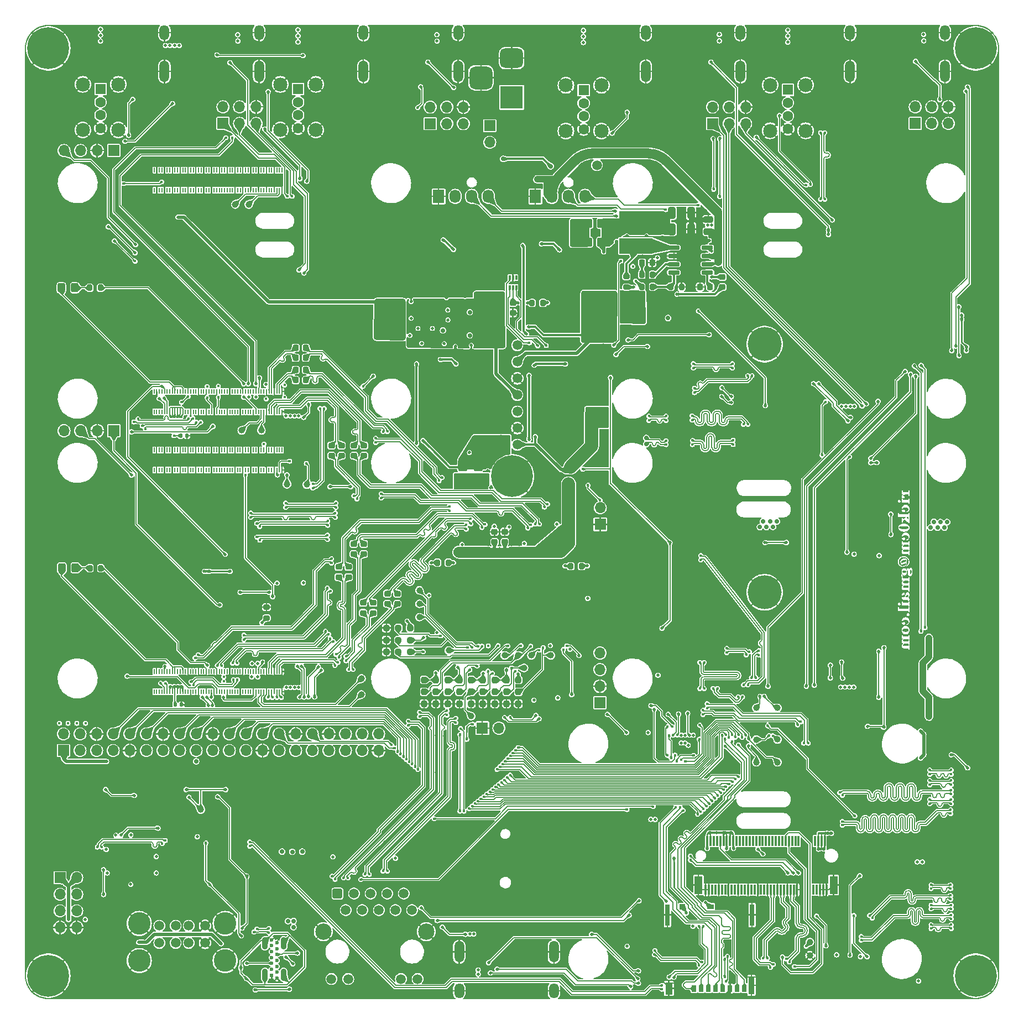
<source format=gbl>
%TF.GenerationSoftware,KiCad,Pcbnew,7.0.2-6a45011f42~172~ubuntu22.04.1*%
%TF.CreationDate,2023-04-24T13:24:36-07:00*%
%TF.ProjectId,Hepta-Pi_1.1,48657074-612d-4506-995f-312e312e6b69,2.1*%
%TF.SameCoordinates,PX37cf1c0PY1ad88f0*%
%TF.FileFunction,Copper,L4,Bot*%
%TF.FilePolarity,Positive*%
%FSLAX46Y46*%
G04 Gerber Fmt 4.6, Leading zero omitted, Abs format (unit mm)*
G04 Created by KiCad (PCBNEW 7.0.2-6a45011f42~172~ubuntu22.04.1) date 2023-04-24 13:24:36*
%MOMM*%
%LPD*%
G01*
G04 APERTURE LIST*
G04 Aperture macros list*
%AMRoundRect*
0 Rectangle with rounded corners*
0 $1 Rounding radius*
0 $2 $3 $4 $5 $6 $7 $8 $9 X,Y pos of 4 corners*
0 Add a 4 corners polygon primitive as box body*
4,1,4,$2,$3,$4,$5,$6,$7,$8,$9,$2,$3,0*
0 Add four circle primitives for the rounded corners*
1,1,$1+$1,$2,$3*
1,1,$1+$1,$4,$5*
1,1,$1+$1,$6,$7*
1,1,$1+$1,$8,$9*
0 Add four rect primitives between the rounded corners*
20,1,$1+$1,$2,$3,$4,$5,0*
20,1,$1+$1,$4,$5,$6,$7,0*
20,1,$1+$1,$6,$7,$8,$9,0*
20,1,$1+$1,$8,$9,$2,$3,0*%
%AMFreePoly0*
4,1,41,0.242473,1.530917,0.478976,1.474138,0.703685,1.381060,0.911067,1.253976,1.096016,1.096016,1.253976,0.911067,1.381060,0.703685,1.474138,0.478976,1.530917,0.242473,1.550000,0.000000,1.530917,-0.242473,1.474138,-0.478976,1.381060,-0.703685,1.253976,-0.911067,1.096016,-1.096016,0.911067,-1.253976,0.703685,-1.381060,0.478976,-1.474138,0.242473,-1.530917,0.000000,-1.550000,
-0.242473,-1.530917,-0.478976,-1.474138,-0.703685,-1.381060,-0.911067,-1.253976,-1.096016,-1.096016,-1.253976,-0.911067,-1.381060,-0.703685,-1.474138,-0.478976,-1.530917,-0.242473,-1.550000,0.000000,-1.530917,0.242473,-1.474138,0.478976,-1.381060,0.703685,-1.253976,0.911067,-1.096016,1.096016,-0.911067,1.253976,-0.703685,1.381060,-0.478976,1.474138,-0.242473,1.530917,0.000000,1.550000,
0.242473,1.530917,0.242473,1.530917,$1*%
G04 Aperture macros list end*
%ADD10C,0.300000*%
%TA.AperFunction,ComponentPad*%
%ADD11R,1.700000X1.700000*%
%TD*%
%TA.AperFunction,ComponentPad*%
%ADD12O,1.700000X1.700000*%
%TD*%
%TA.AperFunction,ComponentPad*%
%ADD13R,1.730000X2.030000*%
%TD*%
%TA.AperFunction,ComponentPad*%
%ADD14O,1.730000X2.030000*%
%TD*%
%TA.AperFunction,ComponentPad*%
%ADD15C,1.500000*%
%TD*%
%TA.AperFunction,ComponentPad*%
%ADD16O,1.500000X3.300000*%
%TD*%
%TA.AperFunction,ComponentPad*%
%ADD17O,1.500000X2.300000*%
%TD*%
%TA.AperFunction,ComponentPad*%
%ADD18R,3.500000X3.500000*%
%TD*%
%TA.AperFunction,ComponentPad*%
%ADD19RoundRect,0.750000X-1.000000X0.750000X-1.000000X-0.750000X1.000000X-0.750000X1.000000X0.750000X0*%
%TD*%
%TA.AperFunction,ComponentPad*%
%ADD20RoundRect,0.875000X-0.875000X0.875000X-0.875000X-0.875000X0.875000X-0.875000X0.875000X0.875000X0*%
%TD*%
%TA.AperFunction,ComponentPad*%
%ADD21RoundRect,0.450000X0.000000X-0.500000X0.000000X-0.500000X0.000000X0.500000X0.000000X0.500000X0*%
%TD*%
%TA.AperFunction,ComponentPad*%
%ADD22R,0.600000X0.600000*%
%TD*%
%TA.AperFunction,ComponentPad*%
%ADD23C,0.600000*%
%TD*%
%TA.AperFunction,ComponentPad*%
%ADD24R,1.600000X1.600000*%
%TD*%
%TA.AperFunction,ComponentPad*%
%ADD25C,1.600000*%
%TD*%
%TA.AperFunction,ComponentPad*%
%ADD26C,2.150000*%
%TD*%
%TA.AperFunction,ComponentPad*%
%ADD27C,3.450000*%
%TD*%
%TA.AperFunction,ComponentPad*%
%ADD28RoundRect,0.250500X-0.499500X-0.499500X0.499500X-0.499500X0.499500X0.499500X-0.499500X0.499500X0*%
%TD*%
%TA.AperFunction,ComponentPad*%
%ADD29C,2.500000*%
%TD*%
%TA.AperFunction,ComponentPad*%
%ADD30C,3.600000*%
%TD*%
%TA.AperFunction,ConnectorPad*%
%ADD31C,6.400000*%
%TD*%
%TA.AperFunction,ComponentPad*%
%ADD32FreePoly0,0.000000*%
%TD*%
%TA.AperFunction,ConnectorPad*%
%ADD33C,5.200000*%
%TD*%
%TA.AperFunction,SMDPad,CuDef*%
%ADD34RoundRect,0.250000X-0.325000X-0.650000X0.325000X-0.650000X0.325000X0.650000X-0.325000X0.650000X0*%
%TD*%
%TA.AperFunction,SMDPad,CuDef*%
%ADD35RoundRect,0.225000X-0.250000X0.225000X-0.250000X-0.225000X0.250000X-0.225000X0.250000X0.225000X0*%
%TD*%
%TA.AperFunction,SMDPad,CuDef*%
%ADD36RoundRect,0.237500X-0.237500X0.250000X-0.237500X-0.250000X0.237500X-0.250000X0.237500X0.250000X0*%
%TD*%
%TA.AperFunction,SMDPad,CuDef*%
%ADD37C,1.000000*%
%TD*%
%TA.AperFunction,SMDPad,CuDef*%
%ADD38RoundRect,0.250000X-0.450000X0.350000X-0.450000X-0.350000X0.450000X-0.350000X0.450000X0.350000X0*%
%TD*%
%TA.AperFunction,SMDPad,CuDef*%
%ADD39RoundRect,0.250000X-0.350000X-0.450000X0.350000X-0.450000X0.350000X0.450000X-0.350000X0.450000X0*%
%TD*%
%TA.AperFunction,SMDPad,CuDef*%
%ADD40R,0.340000X0.700000*%
%TD*%
%TA.AperFunction,SMDPad,CuDef*%
%ADD41RoundRect,0.250000X0.350000X0.450000X-0.350000X0.450000X-0.350000X-0.450000X0.350000X-0.450000X0*%
%TD*%
%TA.AperFunction,SMDPad,CuDef*%
%ADD42RoundRect,0.250000X0.325000X0.450000X-0.325000X0.450000X-0.325000X-0.450000X0.325000X-0.450000X0*%
%TD*%
%TA.AperFunction,SMDPad,CuDef*%
%ADD43RoundRect,0.237500X0.250000X0.237500X-0.250000X0.237500X-0.250000X-0.237500X0.250000X-0.237500X0*%
%TD*%
%TA.AperFunction,SMDPad,CuDef*%
%ADD44RoundRect,0.225000X0.250000X-0.225000X0.250000X0.225000X-0.250000X0.225000X-0.250000X-0.225000X0*%
%TD*%
%TA.AperFunction,SMDPad,CuDef*%
%ADD45RoundRect,0.140000X-0.140000X-0.170000X0.140000X-0.170000X0.140000X0.170000X-0.140000X0.170000X0*%
%TD*%
%TA.AperFunction,SMDPad,CuDef*%
%ADD46RoundRect,0.200000X0.200000X0.275000X-0.200000X0.275000X-0.200000X-0.275000X0.200000X-0.275000X0*%
%TD*%
%TA.AperFunction,SMDPad,CuDef*%
%ADD47RoundRect,0.250000X0.475000X-0.250000X0.475000X0.250000X-0.475000X0.250000X-0.475000X-0.250000X0*%
%TD*%
%TA.AperFunction,SMDPad,CuDef*%
%ADD48R,0.700000X1.100000*%
%TD*%
%TA.AperFunction,SMDPad,CuDef*%
%ADD49R,0.900000X0.930000*%
%TD*%
%TA.AperFunction,SMDPad,CuDef*%
%ADD50R,1.050000X0.780000*%
%TD*%
%TA.AperFunction,SMDPad,CuDef*%
%ADD51R,0.700000X3.330000*%
%TD*%
%TA.AperFunction,SMDPad,CuDef*%
%ADD52R,1.140000X1.830000*%
%TD*%
%TA.AperFunction,SMDPad,CuDef*%
%ADD53R,0.860000X2.800000*%
%TD*%
%TA.AperFunction,SMDPad,CuDef*%
%ADD54RoundRect,0.225000X0.225000X0.250000X-0.225000X0.250000X-0.225000X-0.250000X0.225000X-0.250000X0*%
%TD*%
%TA.AperFunction,SMDPad,CuDef*%
%ADD55R,0.200000X0.700000*%
%TD*%
%TA.AperFunction,SMDPad,CuDef*%
%ADD56R,5.100000X2.350000*%
%TD*%
%TA.AperFunction,SMDPad,CuDef*%
%ADD57RoundRect,0.150000X0.737500X0.150000X-0.737500X0.150000X-0.737500X-0.150000X0.737500X-0.150000X0*%
%TD*%
%TA.AperFunction,SMDPad,CuDef*%
%ADD58R,2.950000X4.900000*%
%TD*%
%TA.AperFunction,SMDPad,CuDef*%
%ADD59RoundRect,0.200000X-0.200000X-0.275000X0.200000X-0.275000X0.200000X0.275000X-0.200000X0.275000X0*%
%TD*%
%TA.AperFunction,SMDPad,CuDef*%
%ADD60R,0.300000X1.550000*%
%TD*%
%TA.AperFunction,SMDPad,CuDef*%
%ADD61R,1.200000X2.750000*%
%TD*%
%TA.AperFunction,SMDPad,CuDef*%
%ADD62RoundRect,0.225000X-0.225000X-0.250000X0.225000X-0.250000X0.225000X0.250000X-0.225000X0.250000X0*%
%TD*%
%TA.AperFunction,SMDPad,CuDef*%
%ADD63C,0.250000*%
%TD*%
%TA.AperFunction,SMDPad,CuDef*%
%ADD64RoundRect,0.200000X-0.275000X0.200000X-0.275000X-0.200000X0.275000X-0.200000X0.275000X0.200000X0*%
%TD*%
%TA.AperFunction,ViaPad*%
%ADD65C,0.500000*%
%TD*%
%TA.AperFunction,ViaPad*%
%ADD66C,0.700000*%
%TD*%
%TA.AperFunction,ViaPad*%
%ADD67C,0.450000*%
%TD*%
%TA.AperFunction,Conductor*%
%ADD68C,0.153000*%
%TD*%
%TA.AperFunction,Conductor*%
%ADD69C,0.128000*%
%TD*%
%TA.AperFunction,Conductor*%
%ADD70C,0.178000*%
%TD*%
%TA.AperFunction,Conductor*%
%ADD71C,0.130000*%
%TD*%
%TA.AperFunction,Conductor*%
%ADD72C,0.200000*%
%TD*%
%TA.AperFunction,Conductor*%
%ADD73C,0.800000*%
%TD*%
%TA.AperFunction,Conductor*%
%ADD74C,0.350000*%
%TD*%
%TA.AperFunction,Conductor*%
%ADD75C,1.000000*%
%TD*%
%TA.AperFunction,Conductor*%
%ADD76C,2.000000*%
%TD*%
%TA.AperFunction,Conductor*%
%ADD77C,0.500000*%
%TD*%
%TA.AperFunction,Conductor*%
%ADD78C,1.500000*%
%TD*%
%TA.AperFunction,Conductor*%
%ADD79C,1.200000*%
%TD*%
%TA.AperFunction,Conductor*%
%ADD80C,0.127000*%
%TD*%
%TA.AperFunction,Conductor*%
%ADD81C,0.230000*%
%TD*%
G04 APERTURE END LIST*
D10*
G36*
X135299888Y-92803220D02*
G01*
X135327954Y-92803931D01*
X135355111Y-92805116D01*
X135381358Y-92806773D01*
X135406695Y-92808903D01*
X135431121Y-92811506D01*
X135454634Y-92814580D01*
X135477235Y-92818125D01*
X135498922Y-92822141D01*
X135519695Y-92826627D01*
X135539553Y-92831584D01*
X135558495Y-92837009D01*
X135576521Y-92842904D01*
X135593629Y-92849267D01*
X135609819Y-92856098D01*
X135625090Y-92863396D01*
X135652872Y-92879394D01*
X135676970Y-92897257D01*
X135697378Y-92916981D01*
X135714088Y-92938563D01*
X135727096Y-92961998D01*
X135736394Y-92987284D01*
X135741978Y-93014416D01*
X135743841Y-93043391D01*
X135741874Y-93071203D01*
X135736008Y-93097472D01*
X135726294Y-93122163D01*
X135712784Y-93145241D01*
X135695530Y-93166673D01*
X135674584Y-93186423D01*
X135649996Y-93204456D01*
X135621820Y-93220739D01*
X135606402Y-93228212D01*
X135590106Y-93235235D01*
X135572939Y-93241803D01*
X135554907Y-93247912D01*
X135536016Y-93253556D01*
X135516273Y-93258733D01*
X135495685Y-93263437D01*
X135474257Y-93267664D01*
X135451997Y-93271411D01*
X135428911Y-93274671D01*
X135405005Y-93277442D01*
X135380285Y-93279719D01*
X135354759Y-93281498D01*
X135328433Y-93282773D01*
X135301312Y-93283542D01*
X135273405Y-93283799D01*
X135261809Y-93283744D01*
X135238450Y-93283303D01*
X135214953Y-93282437D01*
X135191419Y-93281157D01*
X135167951Y-93279479D01*
X135144650Y-93277416D01*
X135121620Y-93274983D01*
X135098962Y-93272193D01*
X135076778Y-93269060D01*
X135055171Y-93265598D01*
X135034243Y-93261821D01*
X135014096Y-93257744D01*
X134994831Y-93253380D01*
X134976552Y-93248743D01*
X134959361Y-93243848D01*
X134935837Y-93236050D01*
X134920580Y-93229763D01*
X134898943Y-93218451D01*
X134878939Y-93205052D01*
X134860720Y-93189758D01*
X134844437Y-93172764D01*
X134830242Y-93154262D01*
X134818287Y-93134444D01*
X134808725Y-93113505D01*
X134801707Y-93091636D01*
X134797384Y-93069031D01*
X134795910Y-93045882D01*
X134797800Y-93016879D01*
X134803462Y-92989668D01*
X134812882Y-92964259D01*
X134826045Y-92940665D01*
X134842938Y-92918895D01*
X134863546Y-92898960D01*
X134887857Y-92880872D01*
X134915854Y-92864642D01*
X134931232Y-92857227D01*
X134947526Y-92850280D01*
X134964735Y-92843803D01*
X134982857Y-92837797D01*
X135001890Y-92832264D01*
X135021834Y-92827205D01*
X135042685Y-92822621D01*
X135064442Y-92818514D01*
X135087104Y-92814885D01*
X135110668Y-92811736D01*
X135135134Y-92809067D01*
X135160498Y-92806880D01*
X135186760Y-92805177D01*
X135213918Y-92803959D01*
X135241969Y-92803227D01*
X135270913Y-92802983D01*
X135299888Y-92803220D01*
G37*
G36*
X135558258Y-87647559D02*
G01*
X135576036Y-87649603D01*
X135592851Y-87652962D01*
X135616181Y-87660387D01*
X135637125Y-87670561D01*
X135655550Y-87683357D01*
X135671326Y-87698648D01*
X135684321Y-87716307D01*
X135694404Y-87736205D01*
X135701444Y-87758217D01*
X135705309Y-87782214D01*
X135706056Y-87799253D01*
X135705716Y-87811607D01*
X135703022Y-87835449D01*
X135697704Y-87858088D01*
X135689837Y-87879470D01*
X135679496Y-87899539D01*
X135666754Y-87918240D01*
X135651685Y-87935517D01*
X135634364Y-87951315D01*
X135614865Y-87965579D01*
X135593262Y-87978254D01*
X135569630Y-87989284D01*
X135544042Y-87998613D01*
X135516573Y-88006187D01*
X135487297Y-88011949D01*
X135456288Y-88015846D01*
X135423620Y-88017821D01*
X135406688Y-88018070D01*
X135273405Y-88018070D01*
X135302054Y-87892260D01*
X135309977Y-87861245D01*
X135318663Y-87832482D01*
X135328147Y-87805936D01*
X135338463Y-87781574D01*
X135349646Y-87759359D01*
X135361728Y-87739259D01*
X135374745Y-87721237D01*
X135388730Y-87705259D01*
X135403717Y-87691291D01*
X135419741Y-87679298D01*
X135436835Y-87669245D01*
X135455034Y-87661097D01*
X135474372Y-87654821D01*
X135494882Y-87650380D01*
X135516598Y-87647742D01*
X135539556Y-87646870D01*
X135558258Y-87647559D01*
G37*
G36*
X136076738Y-83800727D02*
G01*
X136098572Y-83807071D01*
X136118343Y-83818718D01*
X136135996Y-83835537D01*
X136146560Y-83849560D01*
X136156142Y-83865786D01*
X136164724Y-83884177D01*
X136172291Y-83904694D01*
X136178826Y-83927300D01*
X136184313Y-83951956D01*
X136188736Y-83978624D01*
X136192077Y-84007265D01*
X136194321Y-84037841D01*
X136195450Y-84070314D01*
X136195592Y-84087250D01*
X136195457Y-84109885D01*
X136195051Y-84131779D01*
X136194375Y-84152934D01*
X136193426Y-84173351D01*
X136192206Y-84193032D01*
X136190712Y-84211978D01*
X136188946Y-84230191D01*
X136186905Y-84247671D01*
X136184591Y-84264422D01*
X136179136Y-84295737D01*
X136172578Y-84324147D01*
X136164912Y-84349665D01*
X136156134Y-84372301D01*
X136146240Y-84392067D01*
X136135225Y-84408975D01*
X136123085Y-84423036D01*
X136109816Y-84434262D01*
X136087785Y-84445810D01*
X136071675Y-84449998D01*
X136054420Y-84451392D01*
X136037285Y-84449947D01*
X136020518Y-84445786D01*
X136004921Y-84439174D01*
X135989280Y-84428710D01*
X135977606Y-84415683D01*
X135969031Y-84400870D01*
X135962184Y-84385619D01*
X135956885Y-84368403D01*
X135952952Y-84347692D01*
X135950792Y-84328948D01*
X135949224Y-84306734D01*
X135948469Y-84289679D01*
X135947922Y-84270605D01*
X135947559Y-84249321D01*
X135947357Y-84225635D01*
X135947295Y-84199357D01*
X135947295Y-83887533D01*
X135949741Y-83882020D01*
X135957480Y-83866584D01*
X135968750Y-83848555D01*
X135981139Y-83833406D01*
X135994681Y-83821099D01*
X136009411Y-83811594D01*
X136025361Y-83804853D01*
X136042568Y-83800838D01*
X136061063Y-83799508D01*
X136076738Y-83800727D01*
G37*
G36*
X135079099Y-83925869D02*
G01*
X135100561Y-83926595D01*
X135121553Y-83927958D01*
X135142031Y-83929972D01*
X135161950Y-83932651D01*
X135181263Y-83936011D01*
X135199926Y-83940066D01*
X135217895Y-83944829D01*
X135235122Y-83950316D01*
X135251565Y-83956540D01*
X135267176Y-83963517D01*
X135272798Y-83966025D01*
X135288465Y-83974235D01*
X135302367Y-83983499D01*
X135318224Y-83997550D01*
X135331104Y-84013619D01*
X135341100Y-84031789D01*
X135348305Y-84052143D01*
X135351932Y-84068890D01*
X135354079Y-84086948D01*
X135354786Y-84106350D01*
X135353592Y-84126802D01*
X135350041Y-84146102D01*
X135344180Y-84164226D01*
X135336056Y-84181153D01*
X135325716Y-84196858D01*
X135313206Y-84211319D01*
X135298573Y-84224513D01*
X135281865Y-84236415D01*
X135263127Y-84247004D01*
X135242407Y-84256256D01*
X135219752Y-84264148D01*
X135195208Y-84270657D01*
X135168823Y-84275760D01*
X135140643Y-84279434D01*
X135110714Y-84281655D01*
X135079085Y-84282400D01*
X135061943Y-84282226D01*
X135045319Y-84281705D01*
X135013630Y-84279626D01*
X134984032Y-84276168D01*
X134956539Y-84271339D01*
X134931165Y-84265144D01*
X134907924Y-84257592D01*
X134886830Y-84248688D01*
X134867897Y-84238439D01*
X134851139Y-84226853D01*
X134836571Y-84213935D01*
X134824205Y-84199692D01*
X134814056Y-84184131D01*
X134806138Y-84167259D01*
X134800465Y-84149082D01*
X134797051Y-84129607D01*
X134795910Y-84108841D01*
X134796965Y-84086805D01*
X134800130Y-84066163D01*
X134805402Y-84046921D01*
X134812778Y-84029081D01*
X134822256Y-84012648D01*
X134833834Y-83997624D01*
X134847508Y-83984014D01*
X134863278Y-83971821D01*
X134881140Y-83961049D01*
X134901092Y-83951701D01*
X134923131Y-83943781D01*
X134947255Y-83937293D01*
X134973462Y-83932241D01*
X135001748Y-83928627D01*
X135032113Y-83926457D01*
X135064552Y-83925732D01*
X135079099Y-83925869D01*
G37*
G36*
X135231077Y-82267491D02*
G01*
X135254630Y-82269255D01*
X135275996Y-82273083D01*
X135295127Y-82278913D01*
X135311978Y-82286684D01*
X135326500Y-82296333D01*
X135338646Y-82307800D01*
X135351064Y-82325810D01*
X135357483Y-82341278D01*
X135361369Y-82358358D01*
X135362675Y-82376988D01*
X135361870Y-82391151D01*
X135357670Y-82412062D01*
X135349927Y-82432543D01*
X135338697Y-82452558D01*
X135324036Y-82472073D01*
X135312383Y-82484788D01*
X135299245Y-82497255D01*
X135284640Y-82509463D01*
X135268584Y-82521403D01*
X135251093Y-82533063D01*
X135232184Y-82544434D01*
X135211873Y-82555505D01*
X135190176Y-82566265D01*
X135167110Y-82576706D01*
X135137769Y-82588916D01*
X135122312Y-82595102D01*
X135106404Y-82601321D01*
X135090098Y-82607554D01*
X135073451Y-82613786D01*
X135056516Y-82619998D01*
X135039348Y-82626174D01*
X135022002Y-82632298D01*
X135004532Y-82638352D01*
X134986993Y-82644318D01*
X134969440Y-82650181D01*
X134951928Y-82655924D01*
X134934511Y-82661528D01*
X134917243Y-82666978D01*
X134900180Y-82672257D01*
X134883376Y-82677346D01*
X134866886Y-82682231D01*
X134850764Y-82686893D01*
X134819845Y-82695481D01*
X134791055Y-82702976D01*
X134764832Y-82709243D01*
X134741613Y-82714144D01*
X134721836Y-82717546D01*
X134699580Y-82719539D01*
X134688930Y-82718964D01*
X134668379Y-82714533D01*
X134649248Y-82706095D01*
X134632044Y-82694092D01*
X134617273Y-82678968D01*
X134605441Y-82661166D01*
X134597054Y-82641128D01*
X134593329Y-82624898D01*
X134592040Y-82607847D01*
X134592208Y-82600940D01*
X134594730Y-82580471D01*
X134600288Y-82560361D01*
X134608891Y-82540583D01*
X134620549Y-82521110D01*
X134635274Y-82501915D01*
X134646799Y-82489261D01*
X134659695Y-82476710D01*
X134673964Y-82464255D01*
X134689609Y-82451889D01*
X134706633Y-82439603D01*
X134725041Y-82427389D01*
X134744833Y-82415240D01*
X134766014Y-82403147D01*
X134793970Y-82387869D01*
X134822493Y-82373351D01*
X134851478Y-82359626D01*
X134880821Y-82346723D01*
X134910416Y-82334675D01*
X134940161Y-82323511D01*
X134969948Y-82313263D01*
X134999675Y-82303963D01*
X135029237Y-82295640D01*
X135058529Y-82288327D01*
X135087446Y-82282053D01*
X135115883Y-82276851D01*
X135143737Y-82272750D01*
X135170902Y-82269783D01*
X135197274Y-82267980D01*
X135222749Y-82267372D01*
X135231077Y-82267491D01*
G37*
G36*
X135043562Y-77135819D02*
G01*
X135069324Y-77136006D01*
X135094892Y-77136314D01*
X135120237Y-77136740D01*
X135145332Y-77137283D01*
X135170149Y-77137938D01*
X135194660Y-77138704D01*
X135218836Y-77139578D01*
X135242651Y-77140557D01*
X135266076Y-77141639D01*
X135289084Y-77142820D01*
X135311645Y-77144099D01*
X135333734Y-77145472D01*
X135355321Y-77146938D01*
X135376378Y-77148492D01*
X135396878Y-77150133D01*
X135416794Y-77151858D01*
X135436096Y-77153665D01*
X135454757Y-77155550D01*
X135472750Y-77157511D01*
X135490045Y-77159545D01*
X135506617Y-77161650D01*
X135537473Y-77166061D01*
X135565097Y-77170722D01*
X135589264Y-77175613D01*
X135609751Y-77180712D01*
X135626335Y-77185997D01*
X135640040Y-77191601D01*
X135659125Y-77201150D01*
X135676401Y-77212039D01*
X135691822Y-77224231D01*
X135705339Y-77237688D01*
X135716907Y-77252375D01*
X135726477Y-77268253D01*
X135734003Y-77285287D01*
X135739437Y-77303438D01*
X135742732Y-77322671D01*
X135743841Y-77342948D01*
X135743696Y-77350468D01*
X135741534Y-77372169D01*
X135736800Y-77392560D01*
X135729517Y-77411609D01*
X135719711Y-77429285D01*
X135707406Y-77445557D01*
X135692626Y-77460396D01*
X135675397Y-77473769D01*
X135655744Y-77485647D01*
X135633689Y-77495998D01*
X135617665Y-77502036D01*
X135600592Y-77507372D01*
X135592562Y-77509351D01*
X135573509Y-77513259D01*
X135550706Y-77517081D01*
X135524441Y-77520793D01*
X135495006Y-77524368D01*
X135462688Y-77527782D01*
X135445539Y-77529421D01*
X135427779Y-77531011D01*
X135409442Y-77532548D01*
X135390566Y-77534029D01*
X135371187Y-77535451D01*
X135351341Y-77536811D01*
X135331064Y-77538106D01*
X135310392Y-77539333D01*
X135289361Y-77540488D01*
X135268008Y-77541569D01*
X135246369Y-77542572D01*
X135224480Y-77543494D01*
X135202377Y-77544333D01*
X135180097Y-77545084D01*
X135157675Y-77545746D01*
X135135148Y-77546314D01*
X135112552Y-77546786D01*
X135089923Y-77547158D01*
X135067297Y-77547428D01*
X135044711Y-77547592D01*
X135022201Y-77547648D01*
X134995819Y-77547592D01*
X134969633Y-77547426D01*
X134943668Y-77547150D01*
X134917952Y-77546767D01*
X134892512Y-77546277D01*
X134867375Y-77545683D01*
X134842568Y-77544984D01*
X134818117Y-77544183D01*
X134794050Y-77543282D01*
X134770394Y-77542280D01*
X134747176Y-77541181D01*
X134724423Y-77539984D01*
X134702161Y-77538692D01*
X134680418Y-77537306D01*
X134659221Y-77535827D01*
X134638596Y-77534257D01*
X134618571Y-77532597D01*
X134599173Y-77530848D01*
X134580429Y-77529012D01*
X134562365Y-77527090D01*
X134545009Y-77525083D01*
X134528387Y-77522994D01*
X134497456Y-77518570D01*
X134469788Y-77513830D01*
X134445597Y-77508785D01*
X134425102Y-77503445D01*
X134408516Y-77497822D01*
X134394812Y-77492557D01*
X134375727Y-77483345D01*
X134358451Y-77472631D01*
X134343030Y-77460499D01*
X134329512Y-77447033D01*
X134317945Y-77432318D01*
X134308374Y-77416438D01*
X134300849Y-77399477D01*
X134295415Y-77381519D01*
X134292120Y-77362648D01*
X134291011Y-77342948D01*
X134291156Y-77335202D01*
X134293317Y-77312905D01*
X134298052Y-77292037D01*
X134305335Y-77272618D01*
X134315141Y-77254669D01*
X134327446Y-77238210D01*
X134342225Y-77223263D01*
X134359454Y-77209846D01*
X134379108Y-77197981D01*
X134401162Y-77187689D01*
X134417187Y-77181711D01*
X134434259Y-77176448D01*
X134451380Y-77172432D01*
X134472491Y-77168500D01*
X134497288Y-77164675D01*
X134525470Y-77160981D01*
X134556735Y-77157443D01*
X134573428Y-77155739D01*
X134590779Y-77154084D01*
X134608750Y-77152480D01*
X134627302Y-77150931D01*
X134646398Y-77149438D01*
X134666000Y-77148005D01*
X134686071Y-77146636D01*
X134706572Y-77145333D01*
X134727465Y-77144100D01*
X134748714Y-77142939D01*
X134770280Y-77141853D01*
X134792126Y-77140845D01*
X134814213Y-77139920D01*
X134836503Y-77139078D01*
X134858960Y-77138325D01*
X134881545Y-77137662D01*
X134904221Y-77137092D01*
X134926949Y-77136620D01*
X134949692Y-77136247D01*
X134972413Y-77135976D01*
X134995072Y-77135812D01*
X135017633Y-77135757D01*
X135043562Y-77135819D01*
G37*
G36*
X137012183Y-96705436D02*
G01*
X133394284Y-96705436D01*
X133394284Y-95451210D01*
X134671761Y-95451210D01*
X134672198Y-95470913D01*
X134673497Y-95490304D01*
X134675638Y-95509361D01*
X134678603Y-95528065D01*
X134682372Y-95546395D01*
X134686927Y-95564330D01*
X134692248Y-95581851D01*
X134698315Y-95598935D01*
X134705111Y-95615564D01*
X134712616Y-95631715D01*
X134720811Y-95647370D01*
X134729676Y-95662507D01*
X134739193Y-95677105D01*
X134749343Y-95691145D01*
X134760106Y-95704605D01*
X134771464Y-95717465D01*
X134783397Y-95729706D01*
X134795887Y-95741305D01*
X134808913Y-95752242D01*
X134822458Y-95762498D01*
X134836502Y-95772051D01*
X134851026Y-95780882D01*
X134866011Y-95788968D01*
X134881437Y-95796291D01*
X134897286Y-95802829D01*
X134913539Y-95808562D01*
X134930177Y-95813469D01*
X134947179Y-95817530D01*
X134964529Y-95820724D01*
X134982205Y-95823032D01*
X135000190Y-95824431D01*
X135018464Y-95824902D01*
X135496374Y-95824902D01*
X135609312Y-95824902D01*
X135626016Y-95825233D01*
X135647873Y-95827199D01*
X135666157Y-95831370D01*
X135685495Y-95841214D01*
X135699724Y-95857029D01*
X135707471Y-95873513D01*
X135713043Y-95894510D01*
X135715697Y-95911260D01*
X135717607Y-95930381D01*
X135718861Y-95952021D01*
X135719549Y-95976326D01*
X135719758Y-96003443D01*
X135719758Y-96012578D01*
X135841001Y-96012578D01*
X135841001Y-95312944D01*
X135719758Y-95312944D01*
X135719138Y-95334477D01*
X135718146Y-95353695D01*
X135716682Y-95370726D01*
X135713383Y-95392451D01*
X135708460Y-95409973D01*
X135698790Y-95427543D01*
X135684838Y-95439430D01*
X135665807Y-95446656D01*
X135647719Y-95449631D01*
X135625989Y-95450989D01*
X135609312Y-95451210D01*
X135496374Y-95451210D01*
X135107319Y-95451210D01*
X135080353Y-95450731D01*
X135055334Y-95449285D01*
X135032234Y-95446858D01*
X135011022Y-95443438D01*
X134991673Y-95439010D01*
X134974155Y-95433562D01*
X134958442Y-95427080D01*
X134938192Y-95415389D01*
X134921840Y-95401295D01*
X134909290Y-95384756D01*
X134900445Y-95365724D01*
X134895209Y-95344154D01*
X134893485Y-95320003D01*
X134894767Y-95295609D01*
X134898564Y-95272441D01*
X134904802Y-95250546D01*
X134913409Y-95229973D01*
X134924309Y-95210770D01*
X134937430Y-95192984D01*
X134952698Y-95176665D01*
X134970040Y-95161859D01*
X134989381Y-95148615D01*
X135010649Y-95136981D01*
X135033769Y-95127005D01*
X135058668Y-95118735D01*
X135085273Y-95112219D01*
X135113509Y-95107506D01*
X135143304Y-95104642D01*
X135174584Y-95103677D01*
X135496374Y-95103677D01*
X135609312Y-95103677D01*
X135625989Y-95103893D01*
X135647719Y-95105229D01*
X135665807Y-95108167D01*
X135684838Y-95115326D01*
X135698790Y-95127137D01*
X135708460Y-95144631D01*
X135713383Y-95162101D01*
X135716682Y-95183784D01*
X135718146Y-95200795D01*
X135719138Y-95220000D01*
X135719758Y-95241528D01*
X135841001Y-95241528D01*
X135841001Y-94594211D01*
X135719758Y-94594211D01*
X135719138Y-94615374D01*
X135718141Y-94634259D01*
X135716666Y-94650992D01*
X135713327Y-94672332D01*
X135708329Y-94689539D01*
X135698479Y-94706786D01*
X135684230Y-94718446D01*
X135664756Y-94725528D01*
X135646223Y-94728441D01*
X135623936Y-94729770D01*
X135606820Y-94729986D01*
X135496374Y-94729986D01*
X135116869Y-94729986D01*
X135102274Y-94729873D01*
X135074710Y-94728965D01*
X135049282Y-94727124D01*
X135025947Y-94724328D01*
X135004663Y-94720551D01*
X134985386Y-94715769D01*
X134968074Y-94709959D01*
X134952685Y-94703095D01*
X134933113Y-94690770D01*
X134917627Y-94675938D01*
X134906084Y-94658517D01*
X134898340Y-94638425D01*
X134894251Y-94615579D01*
X134893485Y-94598778D01*
X134894769Y-94574795D01*
X134898579Y-94551931D01*
X134904854Y-94530247D01*
X134913532Y-94509799D01*
X134924550Y-94490649D01*
X134937846Y-94472854D01*
X134953359Y-94456475D01*
X134971026Y-94441568D01*
X134990785Y-94428195D01*
X135012575Y-94416413D01*
X135036332Y-94406282D01*
X135061996Y-94397861D01*
X135089504Y-94391208D01*
X135118795Y-94386383D01*
X135149805Y-94383445D01*
X135182473Y-94382452D01*
X135499696Y-94382452D01*
X135610973Y-94382452D01*
X135627357Y-94382669D01*
X135648717Y-94384005D01*
X135666507Y-94386942D01*
X135685244Y-94394101D01*
X135698998Y-94405912D01*
X135708548Y-94423406D01*
X135713419Y-94440877D01*
X135716693Y-94462560D01*
X135718149Y-94479570D01*
X135719139Y-94498775D01*
X135719758Y-94520303D01*
X135841001Y-94520303D01*
X135841001Y-93818178D01*
X135719758Y-93818178D01*
X135719758Y-93830219D01*
X135719576Y-93857336D01*
X135718962Y-93881642D01*
X135717815Y-93903282D01*
X135716034Y-93922403D01*
X135711954Y-93946683D01*
X135705880Y-93966121D01*
X135697471Y-93981211D01*
X135682039Y-93995423D01*
X135666858Y-94002293D01*
X135648206Y-94006463D01*
X135625742Y-94008430D01*
X135608481Y-94008761D01*
X135499696Y-94008761D01*
X135080746Y-94008761D01*
X135061548Y-94008736D01*
X135043482Y-94008646D01*
X135010606Y-94008174D01*
X134981843Y-94007151D01*
X134956922Y-94005387D01*
X134935566Y-94002689D01*
X134917504Y-93998864D01*
X134895986Y-93990594D01*
X134880337Y-93978709D01*
X134869634Y-93962559D01*
X134862954Y-93941496D01*
X134860278Y-93924405D01*
X134858706Y-93904649D01*
X134857963Y-93882038D01*
X134857776Y-93856378D01*
X134857776Y-93818178D01*
X134736534Y-93818178D01*
X134724908Y-94360861D01*
X134895976Y-94360861D01*
X134868688Y-94379055D01*
X134843187Y-94397982D01*
X134819470Y-94417644D01*
X134797532Y-94438046D01*
X134777370Y-94459189D01*
X134758980Y-94481078D01*
X134742359Y-94503714D01*
X134727503Y-94527102D01*
X134714409Y-94551244D01*
X134703072Y-94576144D01*
X134693490Y-94601803D01*
X134685658Y-94628226D01*
X134679573Y-94655415D01*
X134675230Y-94683374D01*
X134672628Y-94712105D01*
X134671761Y-94741612D01*
X134672703Y-94771107D01*
X134675500Y-94799762D01*
X134680112Y-94827512D01*
X134686495Y-94854296D01*
X134694607Y-94880051D01*
X134704408Y-94904715D01*
X134715854Y-94928224D01*
X134728905Y-94950515D01*
X134743517Y-94971528D01*
X134759649Y-94991197D01*
X134777259Y-95009462D01*
X134796306Y-95026259D01*
X134816746Y-95041526D01*
X134838538Y-95055200D01*
X134861640Y-95067219D01*
X134886011Y-95077519D01*
X134872026Y-95087985D01*
X134858561Y-95098448D01*
X134833174Y-95119394D01*
X134809807Y-95140422D01*
X134788423Y-95161599D01*
X134768980Y-95182990D01*
X134751438Y-95204661D01*
X134735758Y-95226678D01*
X134721898Y-95249105D01*
X134709819Y-95272010D01*
X134699481Y-95295457D01*
X134690844Y-95319512D01*
X134683867Y-95344241D01*
X134678511Y-95369710D01*
X134674734Y-95395984D01*
X134672498Y-95423129D01*
X134671761Y-95451210D01*
X133394284Y-95451210D01*
X133394284Y-93050450D01*
X134671761Y-93050450D01*
X134672536Y-93084119D01*
X134674837Y-93117294D01*
X134678629Y-93149936D01*
X134683874Y-93182008D01*
X134690539Y-93213472D01*
X134698586Y-93244290D01*
X134707981Y-93274425D01*
X134718687Y-93303840D01*
X134730668Y-93332496D01*
X134743889Y-93360355D01*
X134758313Y-93387381D01*
X134773906Y-93413536D01*
X134790631Y-93438782D01*
X134808452Y-93463081D01*
X134827334Y-93486396D01*
X134847240Y-93508689D01*
X134868136Y-93529922D01*
X134889985Y-93550059D01*
X134912751Y-93569060D01*
X134936399Y-93586889D01*
X134960892Y-93603508D01*
X134986195Y-93618880D01*
X135012273Y-93632966D01*
X135039088Y-93645729D01*
X135066606Y-93657131D01*
X135094791Y-93667135D01*
X135123607Y-93675704D01*
X135153018Y-93682798D01*
X135182988Y-93688382D01*
X135213482Y-93692417D01*
X135244463Y-93694866D01*
X135275896Y-93695690D01*
X135307476Y-93694880D01*
X135338512Y-93692470D01*
X135368975Y-93688493D01*
X135398835Y-93682984D01*
X135428060Y-93675975D01*
X135456622Y-93667499D01*
X135484489Y-93657590D01*
X135511633Y-93646280D01*
X135538022Y-93633603D01*
X135563627Y-93619592D01*
X135588418Y-93604279D01*
X135612364Y-93587699D01*
X135635436Y-93569885D01*
X135657603Y-93550868D01*
X135678834Y-93530684D01*
X135699102Y-93509364D01*
X135718373Y-93486942D01*
X135736620Y-93463451D01*
X135753812Y-93438924D01*
X135769918Y-93413394D01*
X135784909Y-93386895D01*
X135798754Y-93359460D01*
X135811423Y-93331121D01*
X135822887Y-93301913D01*
X135833115Y-93271867D01*
X135842076Y-93241018D01*
X135849742Y-93209398D01*
X135856081Y-93177041D01*
X135861064Y-93143979D01*
X135864661Y-93110246D01*
X135866841Y-93075875D01*
X135867574Y-93040900D01*
X135866841Y-93005938D01*
X135864660Y-92971609D01*
X135861060Y-92937943D01*
X135856071Y-92904973D01*
X135849723Y-92872728D01*
X135842043Y-92841241D01*
X135833062Y-92810543D01*
X135822809Y-92780665D01*
X135811312Y-92751639D01*
X135798602Y-92723495D01*
X135784706Y-92696266D01*
X135769655Y-92669982D01*
X135753478Y-92644674D01*
X135736203Y-92620375D01*
X135717860Y-92597116D01*
X135698479Y-92574927D01*
X135678087Y-92553840D01*
X135656716Y-92533887D01*
X135634393Y-92515099D01*
X135611148Y-92497506D01*
X135587010Y-92481141D01*
X135562008Y-92466035D01*
X135536172Y-92452218D01*
X135509531Y-92439723D01*
X135482113Y-92428581D01*
X135453949Y-92418823D01*
X135425067Y-92410480D01*
X135395497Y-92403584D01*
X135365267Y-92398165D01*
X135334407Y-92394256D01*
X135302946Y-92391888D01*
X135270913Y-92391092D01*
X135239093Y-92391910D01*
X135207802Y-92394341D01*
X135177074Y-92398352D01*
X135146938Y-92403909D01*
X135117427Y-92410978D01*
X135088573Y-92419526D01*
X135060405Y-92429519D01*
X135032957Y-92440924D01*
X135006260Y-92453706D01*
X134980344Y-92467831D01*
X134955242Y-92483268D01*
X134930985Y-92499980D01*
X134907605Y-92517936D01*
X134885132Y-92537101D01*
X134863599Y-92557441D01*
X134843036Y-92578924D01*
X134823476Y-92601514D01*
X134804950Y-92625179D01*
X134787489Y-92649885D01*
X134771125Y-92675598D01*
X134755889Y-92702284D01*
X134741813Y-92729910D01*
X134728928Y-92758442D01*
X134717266Y-92787847D01*
X134706858Y-92818090D01*
X134697735Y-92849139D01*
X134689930Y-92880959D01*
X134683473Y-92913516D01*
X134678396Y-92946778D01*
X134674731Y-92980710D01*
X134672509Y-93015278D01*
X134671858Y-93045882D01*
X134671761Y-93050450D01*
X133394284Y-93050450D01*
X133394284Y-91750003D01*
X134671761Y-91750003D01*
X134672136Y-91776677D01*
X134673254Y-91802737D01*
X134675103Y-91828169D01*
X134677672Y-91852955D01*
X134680949Y-91877083D01*
X134684923Y-91900535D01*
X134689583Y-91923297D01*
X134694916Y-91945354D01*
X134700911Y-91966690D01*
X134707558Y-91987290D01*
X134714843Y-92007139D01*
X134722757Y-92026221D01*
X134731287Y-92044521D01*
X134740422Y-92062024D01*
X134750150Y-92078715D01*
X134760461Y-92094578D01*
X134771342Y-92109598D01*
X134782782Y-92123759D01*
X134794770Y-92137047D01*
X134807293Y-92149447D01*
X134820342Y-92160942D01*
X134833903Y-92171518D01*
X134847966Y-92181159D01*
X134862519Y-92189850D01*
X134877551Y-92197575D01*
X134893050Y-92204321D01*
X134909005Y-92210070D01*
X134925403Y-92214809D01*
X134942235Y-92218521D01*
X134959488Y-92221191D01*
X134977151Y-92222804D01*
X134995212Y-92223346D01*
X135017463Y-92222381D01*
X135038710Y-92219522D01*
X135058895Y-92214820D01*
X135077956Y-92208327D01*
X135095835Y-92200094D01*
X135112472Y-92190173D01*
X135127808Y-92178616D01*
X135141782Y-92165475D01*
X135154336Y-92150801D01*
X135165409Y-92134647D01*
X135174942Y-92117062D01*
X135182875Y-92098101D01*
X135189149Y-92077813D01*
X135193705Y-92056251D01*
X135196482Y-92033466D01*
X135197421Y-92009511D01*
X135196594Y-91988429D01*
X135194152Y-91968205D01*
X135190157Y-91948908D01*
X135184666Y-91930608D01*
X135177740Y-91913372D01*
X135169438Y-91897272D01*
X135159819Y-91882376D01*
X135148944Y-91868754D01*
X135136873Y-91856474D01*
X135123664Y-91845607D01*
X135109377Y-91836222D01*
X135094072Y-91828387D01*
X135077808Y-91822173D01*
X135060645Y-91817649D01*
X135042643Y-91814883D01*
X135023862Y-91813946D01*
X135019688Y-91813974D01*
X135000596Y-91815095D01*
X134983584Y-91818208D01*
X134967445Y-91823807D01*
X134950970Y-91832386D01*
X134936739Y-91841728D01*
X134920904Y-91853546D01*
X134907602Y-91864187D01*
X134894317Y-91874464D01*
X134879182Y-91884445D01*
X134862344Y-91890345D01*
X134858792Y-91890178D01*
X134842028Y-91884603D01*
X134827225Y-91871888D01*
X134817076Y-91857279D01*
X134808664Y-91839304D01*
X134802204Y-91818501D01*
X134798767Y-91801363D01*
X134796639Y-91783161D01*
X134795910Y-91764120D01*
X134796395Y-91747599D01*
X134800248Y-91715879D01*
X134807886Y-91685959D01*
X134819235Y-91657884D01*
X134834223Y-91631698D01*
X134852779Y-91607447D01*
X134874829Y-91585176D01*
X134900301Y-91564929D01*
X134914297Y-91555580D01*
X134929122Y-91546753D01*
X134944767Y-91538455D01*
X134961222Y-91530691D01*
X134978478Y-91523467D01*
X134996526Y-91516789D01*
X135015357Y-91510662D01*
X135034963Y-91505092D01*
X135055333Y-91500084D01*
X135076460Y-91495644D01*
X135098334Y-91491778D01*
X135120945Y-91488491D01*
X135144286Y-91485790D01*
X135168346Y-91483679D01*
X135193117Y-91482164D01*
X135218589Y-91481251D01*
X135244755Y-91480945D01*
X135272015Y-91481271D01*
X135298517Y-91482247D01*
X135324253Y-91483865D01*
X135349217Y-91486121D01*
X135373400Y-91489010D01*
X135396797Y-91492525D01*
X135419400Y-91496662D01*
X135441202Y-91501414D01*
X135462197Y-91506776D01*
X135482377Y-91512742D01*
X135501735Y-91519308D01*
X135520265Y-91526467D01*
X135537959Y-91534214D01*
X135554810Y-91542543D01*
X135570811Y-91551448D01*
X135585956Y-91560925D01*
X135600237Y-91570968D01*
X135613648Y-91581571D01*
X135637828Y-91604434D01*
X135658443Y-91629472D01*
X135675434Y-91656638D01*
X135688748Y-91685890D01*
X135698326Y-91717183D01*
X135701698Y-91733580D01*
X135704114Y-91750471D01*
X135705570Y-91767850D01*
X135706056Y-91785711D01*
X135705530Y-91803969D01*
X135703963Y-91822116D01*
X135701379Y-91840102D01*
X135697797Y-91857874D01*
X135693241Y-91875381D01*
X135687729Y-91892571D01*
X135681285Y-91909393D01*
X135673929Y-91925794D01*
X135665683Y-91941723D01*
X135656567Y-91957129D01*
X135646604Y-91971959D01*
X135635814Y-91986162D01*
X135624219Y-91999686D01*
X135611840Y-92012480D01*
X135598698Y-92024492D01*
X135584814Y-92035669D01*
X135571598Y-92045351D01*
X135554279Y-92057295D01*
X135536660Y-92068421D01*
X135518034Y-92079042D01*
X135502981Y-92086862D01*
X135486667Y-92094705D01*
X135468795Y-92102700D01*
X135449067Y-92110981D01*
X135427186Y-92119677D01*
X135411255Y-92125771D01*
X135451531Y-92249504D01*
X135472011Y-92242846D01*
X135491606Y-92236079D01*
X135510375Y-92229162D01*
X135528378Y-92222055D01*
X135545672Y-92214716D01*
X135562317Y-92207106D01*
X135578373Y-92199183D01*
X135593897Y-92190907D01*
X135608949Y-92182237D01*
X135623589Y-92173132D01*
X135637874Y-92163551D01*
X135651865Y-92153454D01*
X135665619Y-92142799D01*
X135679196Y-92131547D01*
X135692656Y-92119656D01*
X135706056Y-92107086D01*
X135726687Y-92087241D01*
X135745780Y-92067054D01*
X135763363Y-92046455D01*
X135779465Y-92025373D01*
X135794114Y-92003739D01*
X135807340Y-91981483D01*
X135819170Y-91958535D01*
X135829634Y-91934825D01*
X135838760Y-91910282D01*
X135846576Y-91884838D01*
X135853111Y-91858421D01*
X135858394Y-91830963D01*
X135862453Y-91802393D01*
X135865317Y-91772641D01*
X135867015Y-91741637D01*
X135867574Y-91709312D01*
X135866895Y-91673757D01*
X135864873Y-91638965D01*
X135861530Y-91604961D01*
X135856887Y-91571769D01*
X135850966Y-91539412D01*
X135843790Y-91507914D01*
X135835378Y-91477299D01*
X135825754Y-91447592D01*
X135814940Y-91418816D01*
X135802956Y-91390995D01*
X135789824Y-91364153D01*
X135775567Y-91338314D01*
X135760206Y-91313502D01*
X135743763Y-91289741D01*
X135726259Y-91267055D01*
X135707717Y-91245467D01*
X135688158Y-91225003D01*
X135667604Y-91205685D01*
X135646076Y-91187538D01*
X135623596Y-91170586D01*
X135600186Y-91154852D01*
X135575869Y-91140360D01*
X135550664Y-91127135D01*
X135524595Y-91115201D01*
X135497683Y-91104581D01*
X135469950Y-91095299D01*
X135441417Y-91087379D01*
X135412107Y-91080846D01*
X135382040Y-91075723D01*
X135351239Y-91072034D01*
X135319726Y-91069803D01*
X135287522Y-91069054D01*
X135254192Y-91069885D01*
X135221487Y-91072359D01*
X135189435Y-91076441D01*
X135158065Y-91082101D01*
X135127404Y-91089305D01*
X135097481Y-91098022D01*
X135068325Y-91108220D01*
X135039964Y-91119866D01*
X135012427Y-91132927D01*
X134985741Y-91147373D01*
X134959936Y-91163169D01*
X134935040Y-91180286D01*
X134911081Y-91198689D01*
X134888088Y-91218346D01*
X134866089Y-91239227D01*
X134845113Y-91261297D01*
X134825187Y-91284526D01*
X134806341Y-91308881D01*
X134788603Y-91334329D01*
X134772001Y-91360838D01*
X134756564Y-91388377D01*
X134742320Y-91416912D01*
X134729298Y-91446412D01*
X134717525Y-91476845D01*
X134707032Y-91508177D01*
X134697845Y-91540378D01*
X134689993Y-91573414D01*
X134683506Y-91607254D01*
X134678410Y-91641865D01*
X134674735Y-91677215D01*
X134672509Y-91713272D01*
X134671761Y-91750003D01*
X133394284Y-91750003D01*
X133394284Y-90665052D01*
X135420390Y-90665052D01*
X135421544Y-90687956D01*
X135424931Y-90710193D01*
X135430440Y-90731652D01*
X135437959Y-90752221D01*
X135447375Y-90771787D01*
X135458576Y-90790239D01*
X135471452Y-90807464D01*
X135485890Y-90823352D01*
X135501777Y-90837789D01*
X135519003Y-90850665D01*
X135537455Y-90861867D01*
X135557021Y-90871283D01*
X135577589Y-90878801D01*
X135599048Y-90884310D01*
X135621286Y-90887698D01*
X135644190Y-90888852D01*
X135667089Y-90887697D01*
X135689313Y-90884306D01*
X135710752Y-90878788D01*
X135731293Y-90871250D01*
X135750828Y-90861803D01*
X135769245Y-90850555D01*
X135786433Y-90837615D01*
X135802282Y-90823092D01*
X135816681Y-90807095D01*
X135829519Y-90789732D01*
X135840686Y-90771112D01*
X135850070Y-90751345D01*
X135857562Y-90730539D01*
X135863051Y-90708802D01*
X135866425Y-90686245D01*
X135867574Y-90662976D01*
X135866397Y-90640437D01*
X135862948Y-90618520D01*
X135857349Y-90597338D01*
X135849720Y-90577007D01*
X135840184Y-90557642D01*
X135828862Y-90539358D01*
X135815876Y-90522270D01*
X135801348Y-90506492D01*
X135785398Y-90492141D01*
X135768150Y-90479329D01*
X135749724Y-90468174D01*
X135730242Y-90458788D01*
X135709826Y-90451289D01*
X135688598Y-90445789D01*
X135666678Y-90442406D01*
X135644190Y-90441252D01*
X135621286Y-90442406D01*
X135599048Y-90445794D01*
X135577589Y-90451302D01*
X135557021Y-90458821D01*
X135537455Y-90468237D01*
X135519003Y-90479439D01*
X135501777Y-90492314D01*
X135485890Y-90506752D01*
X135471452Y-90522640D01*
X135458576Y-90539865D01*
X135447375Y-90558317D01*
X135437959Y-90577883D01*
X135430440Y-90598452D01*
X135424931Y-90619910D01*
X135421544Y-90642148D01*
X135420390Y-90665052D01*
X133394284Y-90665052D01*
X133394284Y-90106591D01*
X134087141Y-90106591D01*
X135497204Y-90106591D01*
X135609727Y-90106591D01*
X135625500Y-90106789D01*
X135643501Y-90107756D01*
X135661730Y-90110335D01*
X135678428Y-90115877D01*
X135692579Y-90126445D01*
X135703150Y-90142299D01*
X135709012Y-90159353D01*
X135712602Y-90177603D01*
X135715035Y-90194668D01*
X135717021Y-90213076D01*
X135718506Y-90232043D01*
X135719436Y-90250787D01*
X135719758Y-90268524D01*
X135719758Y-90285132D01*
X135841001Y-90285132D01*
X135841001Y-89542316D01*
X135719758Y-89542316D01*
X135719758Y-89551866D01*
X135719576Y-89579422D01*
X135718964Y-89604111D01*
X135717823Y-89626084D01*
X135716054Y-89645490D01*
X135713557Y-89662481D01*
X135708231Y-89683766D01*
X135700710Y-89700461D01*
X135686691Y-89716455D01*
X135667383Y-89726392D01*
X135648954Y-89730592D01*
X135626769Y-89732567D01*
X135609727Y-89732899D01*
X135497204Y-89732899D01*
X134457927Y-89732899D01*
X134438548Y-89732874D01*
X134420325Y-89732784D01*
X134387208Y-89732312D01*
X134358292Y-89731290D01*
X134333291Y-89729525D01*
X134311923Y-89726827D01*
X134293904Y-89723002D01*
X134272531Y-89714732D01*
X134257094Y-89702847D01*
X134246634Y-89686697D01*
X134240193Y-89665635D01*
X134237658Y-89648543D01*
X134236199Y-89628788D01*
X134235532Y-89606176D01*
X134235372Y-89580516D01*
X134235372Y-89535258D01*
X134113715Y-89535258D01*
X134087141Y-90106591D01*
X133394284Y-90106591D01*
X133394284Y-89050289D01*
X134087141Y-89050289D01*
X134088242Y-89071456D01*
X134091468Y-89092064D01*
X134096707Y-89112002D01*
X134103847Y-89131158D01*
X134112775Y-89149422D01*
X134123379Y-89166681D01*
X134135546Y-89182825D01*
X134149164Y-89197742D01*
X134164120Y-89211320D01*
X134180301Y-89223450D01*
X134197595Y-89234019D01*
X134215890Y-89242915D01*
X134235073Y-89250029D01*
X134255031Y-89255248D01*
X134275652Y-89258461D01*
X134296824Y-89259556D01*
X134318840Y-89258459D01*
X134340137Y-89255238D01*
X134360617Y-89249996D01*
X134379883Y-89242948D01*
X134724908Y-89242948D01*
X135499696Y-89242948D01*
X135610973Y-89242948D01*
X135619395Y-89243027D01*
X135642112Y-89244356D01*
X135661233Y-89247677D01*
X135681637Y-89255999D01*
X135696856Y-89269770D01*
X135705284Y-89284331D01*
X135711476Y-89303030D01*
X135715723Y-89326328D01*
X135717618Y-89344641D01*
X135718865Y-89365338D01*
X135719549Y-89388556D01*
X135719758Y-89414431D01*
X135719758Y-89428548D01*
X135841001Y-89428548D01*
X135841001Y-88683656D01*
X135719758Y-88683656D01*
X135719758Y-88693206D01*
X135719549Y-88719885D01*
X135718860Y-88743806D01*
X135717602Y-88765113D01*
X135715684Y-88783950D01*
X135713017Y-88800457D01*
X135707415Y-88821166D01*
X135699621Y-88837441D01*
X135685292Y-88853075D01*
X135665807Y-88862827D01*
X135647374Y-88866968D01*
X135625332Y-88868926D01*
X135608481Y-88869256D01*
X135499696Y-88869256D01*
X135080746Y-88869256D01*
X135061548Y-88869232D01*
X135043482Y-88869142D01*
X135010606Y-88868669D01*
X134981843Y-88867647D01*
X134956922Y-88865883D01*
X134935566Y-88863184D01*
X134917504Y-88859359D01*
X134895986Y-88851089D01*
X134880337Y-88839204D01*
X134869634Y-88823054D01*
X134862954Y-88801992D01*
X134860278Y-88784900D01*
X134858706Y-88765145D01*
X134857963Y-88742533D01*
X134857776Y-88716873D01*
X134857776Y-88683656D01*
X134736534Y-88683656D01*
X134724908Y-89242948D01*
X134379883Y-89242948D01*
X134380184Y-89242838D01*
X134398742Y-89233867D01*
X134416194Y-89223187D01*
X134432442Y-89210903D01*
X134447391Y-89197119D01*
X134460943Y-89181938D01*
X134473002Y-89165464D01*
X134483471Y-89147803D01*
X134492253Y-89129056D01*
X134499252Y-89109330D01*
X134504371Y-89088726D01*
X134507514Y-89067351D01*
X134508582Y-89045307D01*
X134507459Y-89024578D01*
X134504167Y-89004354D01*
X134498825Y-88984749D01*
X134491552Y-88965878D01*
X134482467Y-88947856D01*
X134471688Y-88930798D01*
X134459333Y-88914819D01*
X134445522Y-88900034D01*
X134430373Y-88886558D01*
X134414004Y-88874506D01*
X134396534Y-88863992D01*
X134378082Y-88855133D01*
X134358767Y-88848042D01*
X134338706Y-88842834D01*
X134318019Y-88839626D01*
X134296824Y-88838531D01*
X134275652Y-88839627D01*
X134255031Y-88842844D01*
X134235073Y-88848074D01*
X134215890Y-88855210D01*
X134197595Y-88864144D01*
X134180301Y-88874768D01*
X134164120Y-88886975D01*
X134149164Y-88900657D01*
X134135546Y-88915706D01*
X134123379Y-88932014D01*
X134112775Y-88949475D01*
X134103847Y-88967980D01*
X134096707Y-88987421D01*
X134091468Y-89007692D01*
X134088242Y-89028684D01*
X134087141Y-89050289D01*
X133394284Y-89050289D01*
X133394284Y-87856552D01*
X134671761Y-87856552D01*
X134671873Y-87873847D01*
X134672208Y-87890927D01*
X134672764Y-87907789D01*
X134673542Y-87924427D01*
X134675757Y-87957014D01*
X134678846Y-87988648D01*
X134682800Y-88019293D01*
X134687614Y-88048908D01*
X134693279Y-88077457D01*
X134699788Y-88104901D01*
X134707134Y-88131202D01*
X134715310Y-88156320D01*
X134724308Y-88180219D01*
X134734121Y-88202859D01*
X134744742Y-88224203D01*
X134756163Y-88244211D01*
X134768377Y-88262846D01*
X134781377Y-88280069D01*
X134793939Y-88295077D01*
X134806783Y-88308830D01*
X134820016Y-88321368D01*
X134833746Y-88332730D01*
X134848079Y-88342956D01*
X134863122Y-88352085D01*
X134878983Y-88360157D01*
X134895768Y-88367212D01*
X134913585Y-88373289D01*
X134932541Y-88378427D01*
X134952742Y-88382666D01*
X134974296Y-88386046D01*
X134997309Y-88388606D01*
X135021889Y-88390385D01*
X135048143Y-88391424D01*
X135076178Y-88391762D01*
X135494298Y-88391762D01*
X135518936Y-88391910D01*
X135541227Y-88392381D01*
X135561274Y-88393218D01*
X135579183Y-88394460D01*
X135602265Y-88397177D01*
X135621125Y-88401040D01*
X135640311Y-88408216D01*
X135655894Y-88420907D01*
X135663669Y-88438333D01*
X135665365Y-88456120D01*
X135664440Y-88469711D01*
X135658294Y-88486254D01*
X135648757Y-88501378D01*
X135641257Y-88514853D01*
X135634727Y-88531259D01*
X135632148Y-88549127D01*
X135632527Y-88554901D01*
X135638982Y-88571117D01*
X135652667Y-88581562D01*
X135670348Y-88584836D01*
X135689396Y-88583385D01*
X135708149Y-88579147D01*
X135726478Y-88572292D01*
X135744256Y-88562991D01*
X135761352Y-88551416D01*
X135777638Y-88537737D01*
X135792985Y-88522125D01*
X135807264Y-88504751D01*
X135820346Y-88485786D01*
X135832103Y-88465401D01*
X135842404Y-88443766D01*
X135851121Y-88421054D01*
X135858126Y-88397433D01*
X135863289Y-88373076D01*
X135866481Y-88348154D01*
X135867574Y-88322836D01*
X135866853Y-88300468D01*
X135864707Y-88278849D01*
X135861161Y-88258007D01*
X135856240Y-88237971D01*
X135849969Y-88218769D01*
X135842372Y-88200430D01*
X135833475Y-88182983D01*
X135823302Y-88166457D01*
X135811879Y-88150879D01*
X135799230Y-88136278D01*
X135785381Y-88122684D01*
X135770356Y-88110124D01*
X135754180Y-88098627D01*
X135736879Y-88088222D01*
X135718476Y-88078938D01*
X135698998Y-88070802D01*
X135721282Y-88047144D01*
X135741766Y-88023422D01*
X135760502Y-87999513D01*
X135777538Y-87975297D01*
X135792924Y-87950649D01*
X135806711Y-87925449D01*
X135818949Y-87899574D01*
X135829686Y-87872901D01*
X135838973Y-87845309D01*
X135846861Y-87816675D01*
X135853397Y-87786876D01*
X135858634Y-87755792D01*
X135862620Y-87723298D01*
X135864160Y-87706485D01*
X135865406Y-87689274D01*
X135866364Y-87671650D01*
X135867040Y-87653597D01*
X135867442Y-87635100D01*
X135867574Y-87616144D01*
X135867276Y-87594781D01*
X135866384Y-87573982D01*
X135864904Y-87553756D01*
X135862841Y-87534109D01*
X135860201Y-87515048D01*
X135856987Y-87496583D01*
X135853207Y-87478719D01*
X135848864Y-87461464D01*
X135843963Y-87444826D01*
X135838511Y-87428813D01*
X135825972Y-87398688D01*
X135811286Y-87371149D01*
X135794497Y-87346256D01*
X135775644Y-87324068D01*
X135754769Y-87304645D01*
X135731914Y-87288047D01*
X135707120Y-87274333D01*
X135680429Y-87263563D01*
X135651881Y-87255796D01*
X135621518Y-87251092D01*
X135589382Y-87249511D01*
X135563227Y-87250463D01*
X135538147Y-87253329D01*
X135514108Y-87258127D01*
X135491073Y-87264874D01*
X135469010Y-87273586D01*
X135447882Y-87284282D01*
X135427656Y-87296977D01*
X135408297Y-87311689D01*
X135389769Y-87328435D01*
X135372039Y-87347232D01*
X135355072Y-87368097D01*
X135338833Y-87391047D01*
X135323287Y-87416099D01*
X135308400Y-87443269D01*
X135294137Y-87472576D01*
X135287229Y-87488036D01*
X135280463Y-87504036D01*
X135272246Y-87524762D01*
X135264512Y-87545078D01*
X135257181Y-87565260D01*
X135250172Y-87585580D01*
X135243404Y-87606312D01*
X135236795Y-87627727D01*
X135230266Y-87650100D01*
X135223735Y-87673703D01*
X135217121Y-87698810D01*
X135210343Y-87725693D01*
X135203321Y-87754626D01*
X135195974Y-87785882D01*
X135192153Y-87802466D01*
X135188220Y-87819733D01*
X135184166Y-87837718D01*
X135179979Y-87856454D01*
X135175651Y-87875976D01*
X135171170Y-87896317D01*
X135166527Y-87917512D01*
X135161712Y-87939595D01*
X135160573Y-87948093D01*
X135157710Y-87964542D01*
X135153986Y-87982262D01*
X135149688Y-88000391D01*
X135145104Y-88018070D01*
X135021370Y-88018070D01*
X134991810Y-88017448D01*
X134964594Y-88015543D01*
X134939661Y-88012300D01*
X134916951Y-88007664D01*
X134896404Y-88001577D01*
X134877959Y-87993984D01*
X134861557Y-87984830D01*
X134847137Y-87974057D01*
X134834639Y-87961611D01*
X134824002Y-87947435D01*
X134815168Y-87931473D01*
X134808074Y-87913670D01*
X134802662Y-87893969D01*
X134798871Y-87872314D01*
X134796640Y-87848650D01*
X134795910Y-87822920D01*
X134796316Y-87805274D01*
X134797506Y-87788056D01*
X134800663Y-87763248D01*
X134805337Y-87739955D01*
X134811380Y-87718508D01*
X134818643Y-87699238D01*
X134826979Y-87682476D01*
X134839507Y-87664596D01*
X134853329Y-87652545D01*
X134871894Y-87646870D01*
X134883739Y-87648317D01*
X134898057Y-87657165D01*
X134912169Y-87668461D01*
X134914868Y-87670419D01*
X134931526Y-87681016D01*
X134948707Y-87689551D01*
X134966033Y-87695911D01*
X134983126Y-87699980D01*
X135002271Y-87701678D01*
X135010459Y-87701429D01*
X135034198Y-87697788D01*
X135056519Y-87690042D01*
X135077196Y-87678494D01*
X135096004Y-87663449D01*
X135112717Y-87645209D01*
X135122584Y-87631425D01*
X135131351Y-87616446D01*
X135138954Y-87600362D01*
X135145324Y-87583264D01*
X135150396Y-87565242D01*
X135154101Y-87546385D01*
X135156373Y-87526784D01*
X135157145Y-87506528D01*
X135156262Y-87486300D01*
X135153663Y-87466778D01*
X135149421Y-87448044D01*
X135143612Y-87430181D01*
X135136308Y-87413271D01*
X135127585Y-87397398D01*
X135117517Y-87382644D01*
X135106178Y-87369092D01*
X135093641Y-87356825D01*
X135079982Y-87345925D01*
X135065274Y-87336475D01*
X135049592Y-87328557D01*
X135033009Y-87322255D01*
X135015601Y-87317651D01*
X134997441Y-87314828D01*
X134978603Y-87313869D01*
X134961430Y-87314494D01*
X134944640Y-87316355D01*
X134912250Y-87323717D01*
X134881520Y-87335806D01*
X134866804Y-87343578D01*
X134852534Y-87352477D01*
X134838722Y-87362485D01*
X134825378Y-87373584D01*
X134812513Y-87385754D01*
X134800137Y-87398979D01*
X134788260Y-87413239D01*
X134776895Y-87428516D01*
X134766050Y-87444792D01*
X134755738Y-87462048D01*
X134745968Y-87480267D01*
X134736751Y-87499429D01*
X134728098Y-87519517D01*
X134720020Y-87540513D01*
X134712527Y-87562397D01*
X134705629Y-87585152D01*
X134699338Y-87608759D01*
X134693664Y-87633200D01*
X134688617Y-87658457D01*
X134684209Y-87684511D01*
X134680450Y-87711344D01*
X134677350Y-87738937D01*
X134674921Y-87767273D01*
X134673173Y-87796333D01*
X134672116Y-87826099D01*
X134671761Y-87856552D01*
X133394284Y-87856552D01*
X133394284Y-86552369D01*
X134671761Y-86552369D01*
X134672198Y-86572072D01*
X134673497Y-86591462D01*
X134675638Y-86610520D01*
X134678603Y-86629224D01*
X134682372Y-86647553D01*
X134686927Y-86665489D01*
X134692248Y-86683009D01*
X134698315Y-86700094D01*
X134705111Y-86716722D01*
X134712616Y-86732874D01*
X134720811Y-86748528D01*
X134729676Y-86763665D01*
X134739193Y-86778263D01*
X134749343Y-86792303D01*
X134760106Y-86805763D01*
X134771464Y-86818624D01*
X134783397Y-86830864D01*
X134795887Y-86842463D01*
X134808913Y-86853401D01*
X134822458Y-86863657D01*
X134836502Y-86873210D01*
X134851026Y-86882040D01*
X134866011Y-86890127D01*
X134881437Y-86897449D01*
X134897286Y-86903987D01*
X134913539Y-86909720D01*
X134930177Y-86914628D01*
X134947179Y-86918689D01*
X134964529Y-86921883D01*
X134982205Y-86924190D01*
X135000190Y-86925589D01*
X135018464Y-86926060D01*
X135496374Y-86926060D01*
X135609312Y-86926060D01*
X135626016Y-86926391D01*
X135647873Y-86928358D01*
X135666157Y-86932528D01*
X135685495Y-86942373D01*
X135699724Y-86958187D01*
X135707471Y-86974672D01*
X135713043Y-86995669D01*
X135715697Y-87012418D01*
X135717607Y-87031539D01*
X135718861Y-87053179D01*
X135719549Y-87077485D01*
X135719758Y-87104602D01*
X135719758Y-87113736D01*
X135841001Y-87113736D01*
X135841001Y-86414103D01*
X135719758Y-86414103D01*
X135719138Y-86435636D01*
X135718146Y-86454854D01*
X135716682Y-86471884D01*
X135713383Y-86493609D01*
X135708460Y-86511131D01*
X135698790Y-86528702D01*
X135684838Y-86540589D01*
X135665807Y-86547814D01*
X135647719Y-86550789D01*
X135625989Y-86552148D01*
X135609312Y-86552369D01*
X135496374Y-86552369D01*
X135107319Y-86552369D01*
X135080353Y-86551890D01*
X135055334Y-86550443D01*
X135032234Y-86548017D01*
X135011022Y-86544596D01*
X134991673Y-86540169D01*
X134974155Y-86534720D01*
X134958442Y-86528238D01*
X134938192Y-86516547D01*
X134921840Y-86502454D01*
X134909290Y-86485914D01*
X134900445Y-86466882D01*
X134895209Y-86445313D01*
X134893485Y-86421161D01*
X134894767Y-86396768D01*
X134898564Y-86373599D01*
X134904802Y-86351705D01*
X134913409Y-86331132D01*
X134924309Y-86311928D01*
X134937430Y-86294143D01*
X134952698Y-86277823D01*
X134970040Y-86263017D01*
X134989381Y-86249773D01*
X135010649Y-86238139D01*
X135033769Y-86228163D01*
X135058668Y-86219893D01*
X135085273Y-86213378D01*
X135113509Y-86208664D01*
X135143304Y-86205801D01*
X135174584Y-86204836D01*
X135496374Y-86204836D01*
X135609312Y-86204836D01*
X135625989Y-86205052D01*
X135647719Y-86206388D01*
X135665807Y-86209325D01*
X135684838Y-86216484D01*
X135698790Y-86228295D01*
X135708460Y-86245789D01*
X135713383Y-86263260D01*
X135716682Y-86284943D01*
X135718146Y-86301953D01*
X135719138Y-86321158D01*
X135719758Y-86342686D01*
X135841001Y-86342686D01*
X135841001Y-85695369D01*
X135719758Y-85695369D01*
X135719138Y-85716532D01*
X135718141Y-85735417D01*
X135716666Y-85752150D01*
X135713327Y-85773490D01*
X135708329Y-85790697D01*
X135698479Y-85807944D01*
X135684230Y-85819605D01*
X135664756Y-85826687D01*
X135646223Y-85829600D01*
X135623936Y-85830928D01*
X135606820Y-85831144D01*
X135496374Y-85831144D01*
X135116869Y-85831144D01*
X135102274Y-85831032D01*
X135074710Y-85830123D01*
X135049282Y-85828283D01*
X135025947Y-85825486D01*
X135004663Y-85821710D01*
X134985386Y-85816928D01*
X134968074Y-85811117D01*
X134952685Y-85804253D01*
X134933113Y-85791928D01*
X134917627Y-85777096D01*
X134906084Y-85759675D01*
X134898340Y-85739583D01*
X134894251Y-85716737D01*
X134893485Y-85699937D01*
X134894769Y-85675953D01*
X134898579Y-85653090D01*
X134904854Y-85631405D01*
X134913532Y-85610958D01*
X134924550Y-85591808D01*
X134937846Y-85574013D01*
X134953359Y-85557633D01*
X134971026Y-85542727D01*
X134990785Y-85529353D01*
X135012575Y-85517571D01*
X135036332Y-85507440D01*
X135061996Y-85499019D01*
X135089504Y-85492366D01*
X135118795Y-85487542D01*
X135149805Y-85484603D01*
X135182473Y-85483611D01*
X135499696Y-85483611D01*
X135610973Y-85483611D01*
X135627357Y-85483827D01*
X135648717Y-85485163D01*
X135666507Y-85488100D01*
X135685244Y-85495259D01*
X135698998Y-85507070D01*
X135708548Y-85524564D01*
X135713419Y-85542035D01*
X135716693Y-85563718D01*
X135718149Y-85580728D01*
X135719139Y-85599933D01*
X135719758Y-85621461D01*
X135841001Y-85621461D01*
X135841001Y-84919337D01*
X135719758Y-84919337D01*
X135719758Y-84931378D01*
X135719576Y-84958495D01*
X135718962Y-84982800D01*
X135717815Y-85004440D01*
X135716034Y-85023561D01*
X135711954Y-85047842D01*
X135705880Y-85067280D01*
X135697471Y-85082370D01*
X135682039Y-85096582D01*
X135666858Y-85103451D01*
X135648206Y-85107622D01*
X135625742Y-85109588D01*
X135608481Y-85109919D01*
X135499696Y-85109919D01*
X135080746Y-85109919D01*
X135061548Y-85109895D01*
X135043482Y-85109804D01*
X135010606Y-85109332D01*
X134981843Y-85108310D01*
X134956922Y-85106546D01*
X134935566Y-85103847D01*
X134917504Y-85100022D01*
X134895986Y-85091752D01*
X134880337Y-85079867D01*
X134869634Y-85063717D01*
X134862954Y-85042655D01*
X134860278Y-85025563D01*
X134858706Y-85005808D01*
X134857963Y-84983196D01*
X134857776Y-84957536D01*
X134857776Y-84919337D01*
X134736534Y-84919337D01*
X134724908Y-85462020D01*
X134895976Y-85462020D01*
X134868688Y-85480213D01*
X134843187Y-85499140D01*
X134819470Y-85518802D01*
X134797532Y-85539204D01*
X134777370Y-85560347D01*
X134758980Y-85582236D01*
X134742359Y-85604873D01*
X134727503Y-85628261D01*
X134714409Y-85652403D01*
X134703072Y-85677302D01*
X134693490Y-85702961D01*
X134685658Y-85729384D01*
X134679573Y-85756574D01*
X134675230Y-85784532D01*
X134672628Y-85813263D01*
X134671761Y-85842770D01*
X134672703Y-85872266D01*
X134675500Y-85900920D01*
X134680112Y-85928671D01*
X134686495Y-85955455D01*
X134694607Y-85981210D01*
X134704408Y-86005873D01*
X134715854Y-86029382D01*
X134728905Y-86051674D01*
X134743517Y-86072686D01*
X134759649Y-86092356D01*
X134777259Y-86110621D01*
X134796306Y-86127418D01*
X134816746Y-86142685D01*
X134838538Y-86156359D01*
X134861640Y-86168377D01*
X134886011Y-86178677D01*
X134872026Y-86189144D01*
X134858561Y-86199606D01*
X134833174Y-86220552D01*
X134809807Y-86241581D01*
X134788423Y-86262758D01*
X134768980Y-86284149D01*
X134751438Y-86305820D01*
X134735758Y-86327836D01*
X134721898Y-86350264D01*
X134709819Y-86373168D01*
X134699481Y-86396615D01*
X134690844Y-86420670D01*
X134683867Y-86445399D01*
X134678511Y-86470868D01*
X134674734Y-86497142D01*
X134672498Y-86524287D01*
X134671761Y-86552369D01*
X133394284Y-86552369D01*
X133394284Y-84725432D01*
X134573356Y-84725432D01*
X134574072Y-84744652D01*
X134576189Y-84763038D01*
X134579656Y-84780533D01*
X134584424Y-84797082D01*
X134593904Y-84820009D01*
X134606030Y-84840491D01*
X134620632Y-84858340D01*
X134637543Y-84873368D01*
X134656595Y-84885385D01*
X134677619Y-84894202D01*
X134700446Y-84899631D01*
X134724908Y-84901482D01*
X134740784Y-84900739D01*
X134763595Y-84896941D01*
X134785004Y-84890122D01*
X134804787Y-84880506D01*
X134822721Y-84868317D01*
X134838581Y-84853777D01*
X134852144Y-84837112D01*
X134863187Y-84818545D01*
X134871485Y-84798299D01*
X134876815Y-84776598D01*
X134878952Y-84753667D01*
X134878356Y-84741688D01*
X134875341Y-84723910D01*
X134869999Y-84706644D01*
X134862577Y-84690209D01*
X134853322Y-84674927D01*
X134842479Y-84661118D01*
X134830295Y-84649101D01*
X134812389Y-84636421D01*
X134793120Y-84628256D01*
X134773073Y-84625366D01*
X134763523Y-84625366D01*
X134751482Y-84613325D01*
X134751551Y-84610640D01*
X134755842Y-84591863D01*
X134764655Y-84575682D01*
X134775470Y-84562036D01*
X134789318Y-84548162D01*
X134802505Y-84536848D01*
X134817501Y-84525300D01*
X134833304Y-84544147D01*
X134848846Y-84561478D01*
X134864209Y-84577335D01*
X134879471Y-84591760D01*
X134894715Y-84604792D01*
X134910019Y-84616474D01*
X134925464Y-84626848D01*
X134941130Y-84635954D01*
X134957099Y-84643834D01*
X134973449Y-84650528D01*
X134990261Y-84656080D01*
X135007616Y-84660529D01*
X135025594Y-84663918D01*
X135044275Y-84666287D01*
X135063739Y-84667678D01*
X135084067Y-84668133D01*
X135110719Y-84667190D01*
X135136770Y-84664385D01*
X135162171Y-84659752D01*
X135186878Y-84653328D01*
X135210843Y-84645147D01*
X135234019Y-84635245D01*
X135256359Y-84623657D01*
X135277816Y-84610418D01*
X135298344Y-84595564D01*
X135317896Y-84579130D01*
X135336425Y-84561150D01*
X135353884Y-84541662D01*
X135370227Y-84520698D01*
X135385406Y-84498296D01*
X135399374Y-84474490D01*
X135412086Y-84449316D01*
X135419772Y-84432355D01*
X135426809Y-84415348D01*
X135433216Y-84398189D01*
X135439016Y-84380773D01*
X135444230Y-84362994D01*
X135448878Y-84344748D01*
X135452983Y-84325928D01*
X135456565Y-84306431D01*
X135459646Y-84286149D01*
X135462248Y-84264980D01*
X135464390Y-84242816D01*
X135466096Y-84219554D01*
X135467385Y-84195087D01*
X135468280Y-84169311D01*
X135468801Y-84142119D01*
X135468970Y-84113408D01*
X135468970Y-84070642D01*
X135469198Y-84045896D01*
X135469904Y-84023302D01*
X135471116Y-84002784D01*
X135472862Y-83984264D01*
X135475174Y-83967666D01*
X135479763Y-83946206D01*
X135485786Y-83928639D01*
X135496218Y-83910825D01*
X135509609Y-83898860D01*
X135526191Y-83892131D01*
X135546199Y-83890024D01*
X135560926Y-83890826D01*
X135577167Y-83894807D01*
X135592560Y-83905614D01*
X135601423Y-83919919D01*
X135607638Y-83940141D01*
X135610796Y-83959683D01*
X135612849Y-83983357D01*
X135613684Y-84001606D01*
X135614150Y-84021947D01*
X135614294Y-84044483D01*
X135614294Y-84199357D01*
X135614294Y-84208907D01*
X135614408Y-84240219D01*
X135614756Y-84270040D01*
X135615348Y-84298430D01*
X135616195Y-84325446D01*
X135617308Y-84351146D01*
X135618695Y-84375587D01*
X135620369Y-84398828D01*
X135622339Y-84420925D01*
X135624616Y-84441938D01*
X135627209Y-84461924D01*
X135630129Y-84480940D01*
X135633388Y-84499044D01*
X135636994Y-84516294D01*
X135643078Y-84540695D01*
X135650003Y-84563499D01*
X135657575Y-84585288D01*
X135666849Y-84606086D01*
X135677744Y-84625835D01*
X135690181Y-84644479D01*
X135704080Y-84661959D01*
X135719362Y-84678220D01*
X135735946Y-84693203D01*
X135753754Y-84706851D01*
X135772705Y-84719108D01*
X135792720Y-84729917D01*
X135813719Y-84739219D01*
X135835622Y-84746958D01*
X135858350Y-84753077D01*
X135881824Y-84757519D01*
X135905962Y-84760225D01*
X135930686Y-84761140D01*
X135953684Y-84760416D01*
X135976038Y-84758249D01*
X135997743Y-84754648D01*
X136018794Y-84749625D01*
X136039184Y-84743188D01*
X136058908Y-84735347D01*
X136077961Y-84726112D01*
X136096337Y-84715493D01*
X136114029Y-84703499D01*
X136131033Y-84690141D01*
X136147343Y-84675427D01*
X136162952Y-84659368D01*
X136177855Y-84641973D01*
X136192047Y-84623252D01*
X136205522Y-84603216D01*
X136218273Y-84581872D01*
X136230296Y-84559232D01*
X136241585Y-84535305D01*
X136252133Y-84510101D01*
X136261936Y-84483629D01*
X136270988Y-84455899D01*
X136279282Y-84426922D01*
X136286813Y-84396706D01*
X136293576Y-84365261D01*
X136299565Y-84332597D01*
X136304773Y-84298725D01*
X136309196Y-84263653D01*
X136312827Y-84227391D01*
X136315662Y-84189949D01*
X136317694Y-84151337D01*
X136318917Y-84111565D01*
X136319326Y-84070642D01*
X136319103Y-84034855D01*
X136318435Y-84000209D01*
X136317320Y-83966704D01*
X136315759Y-83934338D01*
X136313751Y-83903113D01*
X136311295Y-83873027D01*
X136308392Y-83844080D01*
X136305040Y-83816272D01*
X136301239Y-83789602D01*
X136296989Y-83764071D01*
X136292289Y-83739678D01*
X136287139Y-83716423D01*
X136281538Y-83694305D01*
X136275486Y-83673324D01*
X136268982Y-83653480D01*
X136262026Y-83634772D01*
X136254618Y-83617200D01*
X136246757Y-83600765D01*
X136238442Y-83585464D01*
X136229674Y-83571299D01*
X136210773Y-83546374D01*
X136190052Y-83525986D01*
X136167506Y-83510133D01*
X136143131Y-83498812D01*
X136116925Y-83492022D01*
X136088883Y-83489759D01*
X136068879Y-83490842D01*
X136049681Y-83494067D01*
X136031317Y-83499393D01*
X136013813Y-83506782D01*
X135997198Y-83516196D01*
X135981497Y-83527595D01*
X135966740Y-83540940D01*
X135952952Y-83556193D01*
X135940162Y-83573314D01*
X135928397Y-83592264D01*
X135917684Y-83613006D01*
X135908051Y-83635498D01*
X135899525Y-83659704D01*
X135892133Y-83685584D01*
X135885902Y-83713098D01*
X135880861Y-83742208D01*
X135873230Y-83717057D01*
X135864676Y-83693317D01*
X135855219Y-83671017D01*
X135844880Y-83650187D01*
X135833680Y-83630855D01*
X135821640Y-83613051D01*
X135808779Y-83596804D01*
X135795119Y-83582144D01*
X135780681Y-83569098D01*
X135765485Y-83557698D01*
X135749552Y-83547971D01*
X135732902Y-83539948D01*
X135715557Y-83533656D01*
X135697536Y-83529126D01*
X135678861Y-83526387D01*
X135659552Y-83525467D01*
X135637139Y-83526529D01*
X135615828Y-83529719D01*
X135595610Y-83535044D01*
X135576477Y-83542510D01*
X135558423Y-83552125D01*
X135541438Y-83563895D01*
X135525515Y-83577826D01*
X135510647Y-83593925D01*
X135496824Y-83612200D01*
X135484040Y-83632656D01*
X135472286Y-83655301D01*
X135461554Y-83680140D01*
X135451837Y-83707182D01*
X135443127Y-83736432D01*
X135435415Y-83767897D01*
X135431931Y-83784462D01*
X135428694Y-83801584D01*
X135416860Y-83770455D01*
X135403638Y-83741229D01*
X135389052Y-83713919D01*
X135373127Y-83688542D01*
X135355885Y-83665111D01*
X135337351Y-83643641D01*
X135317549Y-83624146D01*
X135296501Y-83606641D01*
X135274232Y-83591141D01*
X135250765Y-83577661D01*
X135226124Y-83566214D01*
X135200334Y-83556816D01*
X135173416Y-83549480D01*
X135145397Y-83544223D01*
X135116298Y-83541058D01*
X135086144Y-83540000D01*
X135063694Y-83540685D01*
X135041667Y-83542723D01*
X135020081Y-83546088D01*
X134998957Y-83550753D01*
X134978313Y-83556691D01*
X134958167Y-83563877D01*
X134938539Y-83572283D01*
X134919449Y-83581884D01*
X134900914Y-83592653D01*
X134882954Y-83604562D01*
X134865588Y-83617587D01*
X134848835Y-83631700D01*
X134832714Y-83646875D01*
X134817244Y-83663085D01*
X134802443Y-83680305D01*
X134788332Y-83698507D01*
X134774929Y-83717665D01*
X134762253Y-83737753D01*
X134750322Y-83758744D01*
X134739157Y-83780612D01*
X134728776Y-83803330D01*
X134719197Y-83826872D01*
X134710441Y-83851212D01*
X134702526Y-83876322D01*
X134695471Y-83902177D01*
X134689294Y-83928749D01*
X134684016Y-83956014D01*
X134679655Y-83983943D01*
X134676230Y-84012511D01*
X134673760Y-84041691D01*
X134672264Y-84071457D01*
X134671761Y-84101782D01*
X134671851Y-84108841D01*
X134672048Y-84124349D01*
X134672923Y-84146582D01*
X134674413Y-84168476D01*
X134676543Y-84190028D01*
X134679336Y-84211235D01*
X134682819Y-84232093D01*
X134687015Y-84252598D01*
X134691951Y-84272746D01*
X134697650Y-84292535D01*
X134704139Y-84311960D01*
X134711441Y-84331017D01*
X134719582Y-84349703D01*
X134728587Y-84368015D01*
X134738480Y-84385949D01*
X134749287Y-84403500D01*
X134761032Y-84420666D01*
X134737370Y-84440155D01*
X134715416Y-84459409D01*
X134695144Y-84478466D01*
X134676530Y-84497364D01*
X134659548Y-84516140D01*
X134644173Y-84534832D01*
X134630381Y-84553477D01*
X134618147Y-84572115D01*
X134607445Y-84590781D01*
X134598251Y-84609515D01*
X134590541Y-84628353D01*
X134584287Y-84647333D01*
X134579467Y-84666494D01*
X134576055Y-84685872D01*
X134574026Y-84705505D01*
X134573356Y-84725432D01*
X133394284Y-84725432D01*
X133394284Y-82567156D01*
X134087141Y-82567156D01*
X134088077Y-82608189D01*
X134090855Y-82648656D01*
X134095434Y-82688509D01*
X134101769Y-82727698D01*
X134109818Y-82766176D01*
X134119539Y-82803894D01*
X134130889Y-82840805D01*
X134143825Y-82876859D01*
X134158303Y-82912009D01*
X134174282Y-82946206D01*
X134191718Y-82979403D01*
X134210569Y-83011550D01*
X134230792Y-83042599D01*
X134252344Y-83072503D01*
X134275182Y-83101212D01*
X134299263Y-83128679D01*
X134324545Y-83154856D01*
X134350985Y-83179693D01*
X134378540Y-83203144D01*
X134407168Y-83225159D01*
X134436824Y-83245690D01*
X134467467Y-83264689D01*
X134499054Y-83282108D01*
X134531542Y-83297898D01*
X134564889Y-83312011D01*
X134599050Y-83324400D01*
X134633985Y-83335014D01*
X134669649Y-83343807D01*
X134706000Y-83350730D01*
X134742995Y-83355735D01*
X134780591Y-83358774D01*
X134818746Y-83359797D01*
X134851078Y-83358996D01*
X134883187Y-83356623D01*
X134915020Y-83352725D01*
X134946524Y-83347347D01*
X134977648Y-83340537D01*
X135008337Y-83332340D01*
X135038541Y-83322802D01*
X135068205Y-83311970D01*
X135097278Y-83299890D01*
X135125705Y-83286608D01*
X135153436Y-83272170D01*
X135180417Y-83256623D01*
X135206596Y-83240013D01*
X135231919Y-83222386D01*
X135256334Y-83203788D01*
X135279788Y-83184266D01*
X135302230Y-83163865D01*
X135323605Y-83142633D01*
X135343862Y-83120614D01*
X135362947Y-83097856D01*
X135380808Y-83074405D01*
X135397393Y-83050306D01*
X135412648Y-83025607D01*
X135426521Y-83000353D01*
X135438959Y-82974590D01*
X135449910Y-82948365D01*
X135459320Y-82921724D01*
X135467138Y-82894713D01*
X135473310Y-82867379D01*
X135477784Y-82839767D01*
X135480507Y-82811925D01*
X135481426Y-82783897D01*
X135481274Y-82773727D01*
X135480065Y-82754051D01*
X135477677Y-82735303D01*
X135474142Y-82717538D01*
X135469491Y-82700812D01*
X135463757Y-82685179D01*
X135453193Y-82663898D01*
X135440368Y-82645384D01*
X135425389Y-82629822D01*
X135408362Y-82617397D01*
X135389395Y-82608293D01*
X135368595Y-82602695D01*
X135346067Y-82600788D01*
X135342259Y-82600934D01*
X135325675Y-82602815D01*
X135308282Y-82605355D01*
X135330268Y-82593037D01*
X135350764Y-82580204D01*
X135369781Y-82566839D01*
X135387329Y-82552922D01*
X135403416Y-82538436D01*
X135418054Y-82523362D01*
X135431252Y-82507683D01*
X135443019Y-82491379D01*
X135453365Y-82474434D01*
X135462300Y-82456828D01*
X135469834Y-82438543D01*
X135475977Y-82419561D01*
X135480737Y-82399863D01*
X135484125Y-82379433D01*
X135486151Y-82358250D01*
X135486824Y-82336297D01*
X135485036Y-82303349D01*
X135479782Y-82271549D01*
X135471223Y-82241030D01*
X135459524Y-82211928D01*
X135444846Y-82184379D01*
X135427354Y-82158517D01*
X135407211Y-82134477D01*
X135384578Y-82112394D01*
X135359619Y-82092404D01*
X135332498Y-82074640D01*
X135303377Y-82059240D01*
X135288117Y-82052467D01*
X135272418Y-82046336D01*
X135256301Y-82040863D01*
X135239786Y-82036065D01*
X135222894Y-82031959D01*
X135205644Y-82028562D01*
X135188057Y-82025890D01*
X135170153Y-82023960D01*
X135151953Y-82022790D01*
X135133478Y-82022397D01*
X135105078Y-82023116D01*
X135076153Y-82025250D01*
X135046802Y-82028763D01*
X135017121Y-82033620D01*
X134987209Y-82039787D01*
X134957164Y-82047227D01*
X134927084Y-82055905D01*
X134897066Y-82065786D01*
X134867209Y-82076835D01*
X134837610Y-82089017D01*
X134808368Y-82102296D01*
X134779580Y-82116637D01*
X134751345Y-82132004D01*
X134723759Y-82148363D01*
X134696922Y-82165678D01*
X134670931Y-82183914D01*
X134647443Y-82202307D01*
X134625269Y-82221634D01*
X134604434Y-82241837D01*
X134584969Y-82262857D01*
X134566899Y-82284636D01*
X134550255Y-82307116D01*
X134535062Y-82330238D01*
X134521350Y-82353944D01*
X134509147Y-82378176D01*
X134498480Y-82402874D01*
X134489377Y-82427982D01*
X134481866Y-82453439D01*
X134475976Y-82479189D01*
X134471734Y-82505172D01*
X134469168Y-82531331D01*
X134468307Y-82557606D01*
X134468706Y-82576751D01*
X134469924Y-82594841D01*
X134471495Y-82607847D01*
X134471991Y-82611953D01*
X134476750Y-82635947D01*
X134483590Y-82658160D01*
X134492615Y-82678842D01*
X134503926Y-82698247D01*
X134517627Y-82716626D01*
X134533820Y-82734234D01*
X134546050Y-82745667D01*
X134559464Y-82756945D01*
X134574092Y-82768140D01*
X134589964Y-82779330D01*
X134508998Y-82807564D01*
X134508998Y-83055446D01*
X135195760Y-82836214D01*
X135212117Y-82831937D01*
X135230649Y-82827434D01*
X135247829Y-82823788D01*
X135265944Y-82820857D01*
X135283785Y-82819605D01*
X135298441Y-82821004D01*
X135315118Y-82827663D01*
X135327101Y-82839805D01*
X135334156Y-82857432D01*
X135336102Y-82876905D01*
X135336025Y-82881174D01*
X135334213Y-82898747D01*
X135330051Y-82917019D01*
X135323623Y-82935862D01*
X135315012Y-82955150D01*
X135307171Y-82969833D01*
X135298182Y-82984641D01*
X135288082Y-82999522D01*
X135276905Y-83014422D01*
X135264685Y-83029288D01*
X135245777Y-83050447D01*
X135225665Y-83070321D01*
X135204380Y-83088898D01*
X135181954Y-83106167D01*
X135158419Y-83122118D01*
X135133805Y-83136739D01*
X135108146Y-83150019D01*
X135081472Y-83161948D01*
X135053816Y-83172515D01*
X135025208Y-83181708D01*
X134995680Y-83189517D01*
X134965265Y-83195931D01*
X134933993Y-83200938D01*
X134901896Y-83204529D01*
X134869006Y-83206691D01*
X134852274Y-83207233D01*
X134835355Y-83207414D01*
X134802391Y-83206632D01*
X134770081Y-83204306D01*
X134738450Y-83200465D01*
X134707524Y-83195141D01*
X134677328Y-83188362D01*
X134647890Y-83180159D01*
X134619233Y-83170562D01*
X134591385Y-83159600D01*
X134564371Y-83147303D01*
X134538216Y-83133703D01*
X134512946Y-83118827D01*
X134488588Y-83102707D01*
X134465167Y-83085373D01*
X134442709Y-83066854D01*
X134421239Y-83047180D01*
X134400783Y-83026381D01*
X134381367Y-83004488D01*
X134363017Y-82981530D01*
X134345759Y-82957536D01*
X134329618Y-82932538D01*
X134314621Y-82906565D01*
X134300792Y-82879647D01*
X134288158Y-82851814D01*
X134276745Y-82823096D01*
X134266577Y-82793522D01*
X134257682Y-82763124D01*
X134250084Y-82731930D01*
X134243811Y-82699970D01*
X134238886Y-82667276D01*
X134235336Y-82633876D01*
X134233188Y-82599801D01*
X134232466Y-82565080D01*
X134233360Y-82527011D01*
X134236020Y-82489592D01*
X134240409Y-82452860D01*
X134246493Y-82416850D01*
X134254237Y-82381601D01*
X134263605Y-82347147D01*
X134274562Y-82313527D01*
X134287073Y-82280776D01*
X134301103Y-82248931D01*
X134316616Y-82218029D01*
X134333578Y-82188107D01*
X134351952Y-82159201D01*
X134371705Y-82131348D01*
X134392800Y-82104584D01*
X134415203Y-82078947D01*
X134438879Y-82054472D01*
X134463791Y-82031196D01*
X134489905Y-82009157D01*
X134517186Y-81988390D01*
X134545599Y-81968933D01*
X134575108Y-81950822D01*
X134605678Y-81934093D01*
X134637274Y-81918784D01*
X134669860Y-81904930D01*
X134703402Y-81892569D01*
X134737865Y-81881738D01*
X134773212Y-81872472D01*
X134809410Y-81864809D01*
X134846422Y-81858785D01*
X134884214Y-81854436D01*
X134922750Y-81851800D01*
X134961995Y-81850914D01*
X135002133Y-81851821D01*
X135041631Y-81854514D01*
X135080448Y-81858955D01*
X135118541Y-81865102D01*
X135155869Y-81872916D01*
X135192391Y-81882356D01*
X135228065Y-81893383D01*
X135262849Y-81905955D01*
X135296702Y-81920034D01*
X135329582Y-81935578D01*
X135361448Y-81952548D01*
X135392258Y-81970904D01*
X135421971Y-81990605D01*
X135450544Y-82011611D01*
X135477937Y-82033882D01*
X135504107Y-82057378D01*
X135529014Y-82082059D01*
X135552615Y-82107885D01*
X135574869Y-82134815D01*
X135595734Y-82162810D01*
X135615169Y-82191829D01*
X135633132Y-82221832D01*
X135649582Y-82252779D01*
X135664477Y-82284629D01*
X135677775Y-82317344D01*
X135689435Y-82350882D01*
X135699415Y-82385203D01*
X135707674Y-82420268D01*
X135714170Y-82456035D01*
X135718862Y-82492466D01*
X135721707Y-82529520D01*
X135722665Y-82567156D01*
X135722313Y-82590942D01*
X135721259Y-82614494D01*
X135719506Y-82637805D01*
X135717059Y-82660867D01*
X135713922Y-82683671D01*
X135710097Y-82706211D01*
X135705588Y-82728478D01*
X135700399Y-82750466D01*
X135694534Y-82772166D01*
X135687996Y-82793570D01*
X135680789Y-82814671D01*
X135672917Y-82835462D01*
X135664383Y-82855934D01*
X135655191Y-82876080D01*
X135645345Y-82895893D01*
X135634847Y-82915364D01*
X135623703Y-82934486D01*
X135611915Y-82953251D01*
X135599487Y-82971651D01*
X135586423Y-82989679D01*
X135572727Y-83007328D01*
X135558401Y-83024589D01*
X135543450Y-83041455D01*
X135527878Y-83057918D01*
X135511688Y-83073970D01*
X135494883Y-83089605D01*
X135477468Y-83104813D01*
X135459446Y-83119588D01*
X135440820Y-83133921D01*
X135421595Y-83147806D01*
X135401774Y-83161233D01*
X135381360Y-83174197D01*
X135381360Y-83338621D01*
X135397557Y-83331860D01*
X135413037Y-83324938D01*
X135435089Y-83314155D01*
X135455983Y-83302760D01*
X135475992Y-83290603D01*
X135495388Y-83277533D01*
X135514444Y-83263402D01*
X135533435Y-83248058D01*
X135546193Y-83237082D01*
X135559124Y-83225457D01*
X135572308Y-83213137D01*
X135585827Y-83200079D01*
X135599762Y-83186238D01*
X135616567Y-83169204D01*
X135632808Y-83152042D01*
X135648486Y-83134750D01*
X135663603Y-83117325D01*
X135678162Y-83099763D01*
X135692164Y-83082062D01*
X135705611Y-83064217D01*
X135718506Y-83046227D01*
X135730851Y-83028088D01*
X135742647Y-83009797D01*
X135753897Y-82991350D01*
X135764602Y-82972745D01*
X135774765Y-82953979D01*
X135784389Y-82935047D01*
X135793473Y-82915949D01*
X135802022Y-82896679D01*
X135810037Y-82877236D01*
X135817520Y-82857615D01*
X135824473Y-82837814D01*
X135830898Y-82817830D01*
X135836798Y-82797659D01*
X135842173Y-82777299D01*
X135847027Y-82756747D01*
X135851361Y-82735998D01*
X135855178Y-82715051D01*
X135858479Y-82693901D01*
X135861267Y-82672547D01*
X135863543Y-82650984D01*
X135865310Y-82629210D01*
X135866569Y-82607222D01*
X135867323Y-82585015D01*
X135867574Y-82562588D01*
X135866424Y-82517807D01*
X135863008Y-82473649D01*
X135857381Y-82430167D01*
X135849594Y-82387414D01*
X135839703Y-82345442D01*
X135827759Y-82304303D01*
X135813817Y-82264050D01*
X135797929Y-82224735D01*
X135780149Y-82186410D01*
X135760530Y-82149127D01*
X135739125Y-82112940D01*
X135715988Y-82077899D01*
X135691172Y-82044058D01*
X135664731Y-82011468D01*
X135636717Y-81980183D01*
X135607184Y-81950253D01*
X135576185Y-81921733D01*
X135543773Y-81894673D01*
X135510003Y-81869127D01*
X135474926Y-81845146D01*
X135438597Y-81822783D01*
X135401069Y-81802090D01*
X135362394Y-81783120D01*
X135322627Y-81765925D01*
X135281820Y-81750556D01*
X135240027Y-81737067D01*
X135197301Y-81725510D01*
X135153696Y-81715937D01*
X135109264Y-81708400D01*
X135064060Y-81702952D01*
X135018135Y-81699645D01*
X134971545Y-81698531D01*
X134925389Y-81699652D01*
X134879913Y-81702980D01*
X134835168Y-81708463D01*
X134791205Y-81716048D01*
X134748075Y-81725682D01*
X134705832Y-81737311D01*
X134664525Y-81750884D01*
X134624206Y-81766346D01*
X134584928Y-81783647D01*
X134546741Y-81802732D01*
X134509698Y-81823548D01*
X134473849Y-81846044D01*
X134439246Y-81870165D01*
X134405942Y-81895860D01*
X134373986Y-81923076D01*
X134343432Y-81951758D01*
X134314329Y-81981856D01*
X134286731Y-82013316D01*
X134260689Y-82046084D01*
X134236253Y-82080109D01*
X134213476Y-82115337D01*
X134192409Y-82151715D01*
X134173104Y-82189192D01*
X134155613Y-82227713D01*
X134139986Y-82267226D01*
X134126275Y-82307678D01*
X134114532Y-82349017D01*
X134104809Y-82391189D01*
X134097157Y-82434142D01*
X134091627Y-82477823D01*
X134088271Y-82522178D01*
X134087141Y-82567156D01*
X133394284Y-82567156D01*
X133394284Y-81030038D01*
X134671761Y-81030038D01*
X134672198Y-81049741D01*
X134673497Y-81069131D01*
X134675638Y-81088189D01*
X134678603Y-81106893D01*
X134682372Y-81125223D01*
X134686927Y-81143158D01*
X134692248Y-81160678D01*
X134698315Y-81177763D01*
X134705111Y-81194391D01*
X134712616Y-81210543D01*
X134720811Y-81226197D01*
X134729676Y-81241334D01*
X134739193Y-81255933D01*
X134749343Y-81269972D01*
X134760106Y-81283433D01*
X134771464Y-81296293D01*
X134783397Y-81308533D01*
X134795887Y-81320132D01*
X134808913Y-81331070D01*
X134822458Y-81341326D01*
X134836502Y-81350879D01*
X134851026Y-81359709D01*
X134866011Y-81367796D01*
X134881437Y-81375119D01*
X134897286Y-81381657D01*
X134913539Y-81387390D01*
X134930177Y-81392297D01*
X134947179Y-81396358D01*
X134964529Y-81399552D01*
X134982205Y-81401859D01*
X135000190Y-81403258D01*
X135018464Y-81403729D01*
X135496374Y-81403729D01*
X135609312Y-81403729D01*
X135626016Y-81404060D01*
X135647873Y-81406027D01*
X135666157Y-81410198D01*
X135685495Y-81420042D01*
X135699724Y-81435857D01*
X135707471Y-81452341D01*
X135713043Y-81473338D01*
X135715697Y-81490087D01*
X135717607Y-81509209D01*
X135718861Y-81530849D01*
X135719549Y-81555154D01*
X135719758Y-81582271D01*
X135719758Y-81591406D01*
X135841001Y-81591406D01*
X135841001Y-80891772D01*
X135719758Y-80891772D01*
X135719138Y-80913305D01*
X135718146Y-80932523D01*
X135716682Y-80949554D01*
X135713383Y-80971278D01*
X135708460Y-80988800D01*
X135698790Y-81006371D01*
X135684838Y-81018258D01*
X135665807Y-81025484D01*
X135647719Y-81028458D01*
X135625989Y-81029817D01*
X135609312Y-81030038D01*
X135496374Y-81030038D01*
X135107319Y-81030038D01*
X135080353Y-81029559D01*
X135055334Y-81028113D01*
X135032234Y-81025686D01*
X135011022Y-81022266D01*
X134991673Y-81017838D01*
X134974155Y-81012390D01*
X134958442Y-81005907D01*
X134938192Y-80994216D01*
X134921840Y-80980123D01*
X134909290Y-80963583D01*
X134900445Y-80944551D01*
X134895209Y-80922982D01*
X134893485Y-80898831D01*
X134894767Y-80874437D01*
X134898564Y-80851268D01*
X134904802Y-80829374D01*
X134913409Y-80808801D01*
X134924309Y-80789598D01*
X134937430Y-80771812D01*
X134952698Y-80755492D01*
X134970040Y-80740686D01*
X134989381Y-80727443D01*
X135010649Y-80715809D01*
X135033769Y-80705833D01*
X135058668Y-80697563D01*
X135085273Y-80691047D01*
X135113509Y-80686333D01*
X135143304Y-80683470D01*
X135174584Y-80682505D01*
X135496374Y-80682505D01*
X135609312Y-80682505D01*
X135625989Y-80682721D01*
X135647719Y-80684057D01*
X135665807Y-80686994D01*
X135684838Y-80694153D01*
X135698790Y-80705964D01*
X135708460Y-80723458D01*
X135713383Y-80740929D01*
X135716682Y-80762612D01*
X135718146Y-80779622D01*
X135719138Y-80798827D01*
X135719758Y-80820355D01*
X135841001Y-80820355D01*
X135841001Y-80173039D01*
X135719758Y-80173039D01*
X135719138Y-80194201D01*
X135718141Y-80213086D01*
X135716666Y-80229819D01*
X135713327Y-80251160D01*
X135708329Y-80268366D01*
X135698479Y-80285613D01*
X135684230Y-80297274D01*
X135664756Y-80304356D01*
X135646223Y-80307269D01*
X135623936Y-80308598D01*
X135606820Y-80308813D01*
X135496374Y-80308813D01*
X135116869Y-80308813D01*
X135102274Y-80308701D01*
X135074710Y-80307792D01*
X135049282Y-80305952D01*
X135025947Y-80303156D01*
X135004663Y-80299379D01*
X134985386Y-80294597D01*
X134968074Y-80288786D01*
X134952685Y-80281922D01*
X134933113Y-80269597D01*
X134917627Y-80254766D01*
X134906084Y-80237345D01*
X134898340Y-80217252D01*
X134894251Y-80194407D01*
X134893485Y-80177606D01*
X134894769Y-80153623D01*
X134898579Y-80130759D01*
X134904854Y-80109074D01*
X134913532Y-80088627D01*
X134924550Y-80069477D01*
X134937846Y-80051682D01*
X134953359Y-80035302D01*
X134971026Y-80020396D01*
X134990785Y-80007022D01*
X135012575Y-79995241D01*
X135036332Y-79985110D01*
X135061996Y-79976688D01*
X135089504Y-79970036D01*
X135118795Y-79965211D01*
X135149805Y-79962273D01*
X135182473Y-79961280D01*
X135499696Y-79961280D01*
X135610973Y-79961280D01*
X135627357Y-79961496D01*
X135648717Y-79962832D01*
X135666507Y-79965770D01*
X135685244Y-79972929D01*
X135698998Y-79984740D01*
X135708548Y-80002234D01*
X135713419Y-80019704D01*
X135716693Y-80041387D01*
X135718149Y-80058398D01*
X135719139Y-80077602D01*
X135719758Y-80099131D01*
X135841001Y-80099131D01*
X135841001Y-79397006D01*
X135719758Y-79397006D01*
X135719758Y-79409047D01*
X135719576Y-79436164D01*
X135718962Y-79460469D01*
X135717815Y-79482109D01*
X135716034Y-79501231D01*
X135711954Y-79525511D01*
X135705880Y-79544949D01*
X135697471Y-79560039D01*
X135682039Y-79574251D01*
X135666858Y-79581120D01*
X135648206Y-79585291D01*
X135625742Y-79587258D01*
X135608481Y-79587588D01*
X135499696Y-79587588D01*
X135080746Y-79587588D01*
X135061548Y-79587564D01*
X135043482Y-79587474D01*
X135010606Y-79587001D01*
X134981843Y-79585979D01*
X134956922Y-79584215D01*
X134935566Y-79581516D01*
X134917504Y-79577691D01*
X134895986Y-79569422D01*
X134880337Y-79557536D01*
X134869634Y-79541387D01*
X134862954Y-79520324D01*
X134860278Y-79503233D01*
X134858706Y-79483477D01*
X134857963Y-79460865D01*
X134857776Y-79435205D01*
X134857776Y-79397006D01*
X134736534Y-79397006D01*
X134724908Y-79939689D01*
X134895976Y-79939689D01*
X134868688Y-79957883D01*
X134843187Y-79976809D01*
X134819470Y-79996472D01*
X134797532Y-80016873D01*
X134777370Y-80038017D01*
X134758980Y-80059905D01*
X134742359Y-80082542D01*
X134727503Y-80105930D01*
X134714409Y-80130072D01*
X134703072Y-80154971D01*
X134693490Y-80180631D01*
X134685658Y-80207054D01*
X134679573Y-80234243D01*
X134675230Y-80262201D01*
X134672628Y-80290933D01*
X134671761Y-80320439D01*
X134672703Y-80349935D01*
X134675500Y-80378589D01*
X134680112Y-80406340D01*
X134686495Y-80433124D01*
X134694607Y-80458879D01*
X134704408Y-80483542D01*
X134715854Y-80507051D01*
X134728905Y-80529343D01*
X134743517Y-80550355D01*
X134759649Y-80570025D01*
X134777259Y-80588290D01*
X134796306Y-80605087D01*
X134816746Y-80620354D01*
X134838538Y-80634028D01*
X134861640Y-80646046D01*
X134886011Y-80656346D01*
X134872026Y-80666813D01*
X134858561Y-80677275D01*
X134833174Y-80698221D01*
X134809807Y-80719250D01*
X134788423Y-80740427D01*
X134768980Y-80761818D01*
X134751438Y-80783489D01*
X134735758Y-80805505D01*
X134721898Y-80827933D01*
X134709819Y-80850837D01*
X134699481Y-80874284D01*
X134690844Y-80898340D01*
X134683867Y-80923069D01*
X134678511Y-80948537D01*
X134674734Y-80974811D01*
X134672498Y-81001956D01*
X134671761Y-81030038D01*
X133394284Y-81030038D01*
X133394284Y-78782076D01*
X134671761Y-78782076D01*
X134672136Y-78808750D01*
X134673254Y-78834810D01*
X134675103Y-78860241D01*
X134677672Y-78885028D01*
X134680949Y-78909155D01*
X134684923Y-78932608D01*
X134689583Y-78955370D01*
X134694916Y-78977427D01*
X134700911Y-78998763D01*
X134707558Y-79019363D01*
X134714843Y-79039211D01*
X134722757Y-79058293D01*
X134731287Y-79076594D01*
X134740422Y-79094097D01*
X134750150Y-79110787D01*
X134760461Y-79126650D01*
X134771342Y-79141670D01*
X134782782Y-79155832D01*
X134794770Y-79169120D01*
X134807293Y-79181519D01*
X134820342Y-79193014D01*
X134833903Y-79203590D01*
X134847966Y-79213231D01*
X134862519Y-79221922D01*
X134877551Y-79229648D01*
X134893050Y-79236393D01*
X134909005Y-79242143D01*
X134925403Y-79246881D01*
X134942235Y-79250593D01*
X134959488Y-79253264D01*
X134977151Y-79254877D01*
X134995212Y-79255418D01*
X135017463Y-79254454D01*
X135038710Y-79251595D01*
X135058895Y-79246892D01*
X135077956Y-79240399D01*
X135095835Y-79232166D01*
X135112472Y-79222246D01*
X135127808Y-79210689D01*
X135141782Y-79197548D01*
X135154336Y-79182874D01*
X135165409Y-79166719D01*
X135174942Y-79149135D01*
X135182875Y-79130173D01*
X135189149Y-79109885D01*
X135193705Y-79088323D01*
X135196482Y-79065539D01*
X135197421Y-79041584D01*
X135196594Y-79020502D01*
X135194152Y-79000278D01*
X135190157Y-78980981D01*
X135184666Y-78962680D01*
X135177740Y-78945445D01*
X135169438Y-78929345D01*
X135159819Y-78914449D01*
X135148944Y-78900826D01*
X135136873Y-78888547D01*
X135123664Y-78877680D01*
X135109377Y-78868294D01*
X135094072Y-78860460D01*
X135077808Y-78854246D01*
X135060645Y-78849721D01*
X135042643Y-78846956D01*
X135023862Y-78846018D01*
X135019688Y-78846047D01*
X135000596Y-78847168D01*
X134983584Y-78850281D01*
X134967445Y-78855880D01*
X134950970Y-78864459D01*
X134936739Y-78873800D01*
X134920904Y-78885618D01*
X134907602Y-78896259D01*
X134894317Y-78906537D01*
X134879182Y-78916518D01*
X134862344Y-78922418D01*
X134858792Y-78922251D01*
X134842028Y-78916675D01*
X134827225Y-78903961D01*
X134817076Y-78889351D01*
X134808664Y-78871377D01*
X134802204Y-78850574D01*
X134798767Y-78833436D01*
X134796639Y-78815234D01*
X134795910Y-78796193D01*
X134796395Y-78779672D01*
X134800248Y-78747952D01*
X134807886Y-78718032D01*
X134819235Y-78689956D01*
X134834223Y-78663771D01*
X134852779Y-78639520D01*
X134874829Y-78617248D01*
X134900301Y-78597002D01*
X134914297Y-78587652D01*
X134929122Y-78578825D01*
X134944767Y-78570527D01*
X134961222Y-78562763D01*
X134978478Y-78555540D01*
X134996526Y-78548861D01*
X135015357Y-78542734D01*
X135034963Y-78537164D01*
X135055333Y-78532156D01*
X135076460Y-78527717D01*
X135098334Y-78523851D01*
X135120945Y-78520564D01*
X135144286Y-78517862D01*
X135168346Y-78515751D01*
X135193117Y-78514236D01*
X135218589Y-78513323D01*
X135244755Y-78513018D01*
X135272015Y-78513344D01*
X135298517Y-78514319D01*
X135324253Y-78515938D01*
X135349217Y-78518194D01*
X135373400Y-78521083D01*
X135396797Y-78524598D01*
X135419400Y-78528734D01*
X135441202Y-78533486D01*
X135462197Y-78538848D01*
X135482377Y-78544815D01*
X135501735Y-78551380D01*
X135520265Y-78558539D01*
X135537959Y-78566286D01*
X135554810Y-78574615D01*
X135570811Y-78583521D01*
X135585956Y-78592998D01*
X135600237Y-78603041D01*
X135613648Y-78613643D01*
X135637828Y-78636507D01*
X135658443Y-78661544D01*
X135675434Y-78688711D01*
X135688748Y-78717963D01*
X135698326Y-78749255D01*
X135701698Y-78765653D01*
X135704114Y-78782544D01*
X135705570Y-78799923D01*
X135706056Y-78817784D01*
X135705530Y-78836041D01*
X135703963Y-78854189D01*
X135701379Y-78872174D01*
X135697797Y-78889947D01*
X135693241Y-78907454D01*
X135687729Y-78924644D01*
X135681285Y-78941465D01*
X135673929Y-78957866D01*
X135665683Y-78973796D01*
X135656567Y-78989201D01*
X135646604Y-79004031D01*
X135635814Y-79018234D01*
X135624219Y-79031759D01*
X135611840Y-79044553D01*
X135598698Y-79056564D01*
X135584814Y-79067742D01*
X135571598Y-79077424D01*
X135554279Y-79089368D01*
X135536660Y-79100494D01*
X135518034Y-79111114D01*
X135502981Y-79118935D01*
X135486667Y-79126777D01*
X135468795Y-79134773D01*
X135449067Y-79143053D01*
X135427186Y-79151750D01*
X135411255Y-79157843D01*
X135451531Y-79281577D01*
X135472011Y-79274918D01*
X135491606Y-79268151D01*
X135510375Y-79261234D01*
X135528378Y-79254127D01*
X135545672Y-79246789D01*
X135562317Y-79239179D01*
X135578373Y-79231256D01*
X135593897Y-79222980D01*
X135608949Y-79214309D01*
X135623589Y-79205204D01*
X135637874Y-79195623D01*
X135651865Y-79185526D01*
X135665619Y-79174872D01*
X135679196Y-79163620D01*
X135692656Y-79151729D01*
X135706056Y-79139159D01*
X135726687Y-79119314D01*
X135745780Y-79099127D01*
X135763363Y-79078528D01*
X135779465Y-79057446D01*
X135794114Y-79035812D01*
X135807340Y-79013556D01*
X135819170Y-78990608D01*
X135829634Y-78966897D01*
X135838760Y-78942355D01*
X135846576Y-78916910D01*
X135853111Y-78890494D01*
X135858394Y-78863036D01*
X135862453Y-78834465D01*
X135865317Y-78804714D01*
X135867015Y-78773710D01*
X135867574Y-78741385D01*
X135866895Y-78705830D01*
X135864873Y-78671038D01*
X135861530Y-78637034D01*
X135856887Y-78603841D01*
X135850966Y-78571484D01*
X135843790Y-78539986D01*
X135835378Y-78509372D01*
X135825754Y-78479664D01*
X135814940Y-78450888D01*
X135802956Y-78423067D01*
X135789824Y-78396225D01*
X135775567Y-78370386D01*
X135760206Y-78345574D01*
X135743763Y-78321813D01*
X135726259Y-78299127D01*
X135707717Y-78277540D01*
X135688158Y-78257076D01*
X135667604Y-78237758D01*
X135646076Y-78219611D01*
X135623596Y-78202658D01*
X135600186Y-78186924D01*
X135575869Y-78172433D01*
X135550664Y-78159208D01*
X135524595Y-78147274D01*
X135497683Y-78136653D01*
X135469950Y-78127372D01*
X135441417Y-78119452D01*
X135412107Y-78112919D01*
X135382040Y-78107796D01*
X135351239Y-78104106D01*
X135319726Y-78101875D01*
X135287522Y-78101127D01*
X135254192Y-78101958D01*
X135221487Y-78104431D01*
X135189435Y-78108514D01*
X135158065Y-78114173D01*
X135127404Y-78121378D01*
X135097481Y-78130095D01*
X135068325Y-78140292D01*
X135039964Y-78151938D01*
X135012427Y-78165000D01*
X134985741Y-78179445D01*
X134959936Y-78195242D01*
X134935040Y-78212358D01*
X134911081Y-78230761D01*
X134888088Y-78250419D01*
X134866089Y-78271299D01*
X134845113Y-78293370D01*
X134825187Y-78316599D01*
X134806341Y-78340953D01*
X134788603Y-78366401D01*
X134772001Y-78392911D01*
X134756564Y-78420449D01*
X134742320Y-78448985D01*
X134729298Y-78478485D01*
X134717525Y-78508917D01*
X134707032Y-78540250D01*
X134697845Y-78572451D01*
X134689993Y-78605487D01*
X134683506Y-78639327D01*
X134678410Y-78673938D01*
X134674735Y-78709288D01*
X134672509Y-78745344D01*
X134671761Y-78782076D01*
X133394284Y-78782076D01*
X133394284Y-77345439D01*
X134166862Y-77345439D01*
X134167697Y-77375108D01*
X134170195Y-77404316D01*
X134174343Y-77433048D01*
X134180130Y-77461290D01*
X134187544Y-77489029D01*
X134196575Y-77516250D01*
X134207210Y-77542939D01*
X134219439Y-77569083D01*
X134233248Y-77594668D01*
X134248628Y-77619678D01*
X134265565Y-77644102D01*
X134284050Y-77667923D01*
X134304069Y-77691129D01*
X134325612Y-77713706D01*
X134348667Y-77735639D01*
X134373223Y-77756915D01*
X134389624Y-77769886D01*
X134406214Y-77782410D01*
X134422998Y-77794488D01*
X134439986Y-77806123D01*
X134457184Y-77817318D01*
X134474601Y-77828074D01*
X134492243Y-77838395D01*
X134510120Y-77848281D01*
X134528238Y-77857737D01*
X134546605Y-77866763D01*
X134565229Y-77875364D01*
X134584118Y-77883540D01*
X134603279Y-77891294D01*
X134622719Y-77898628D01*
X134642447Y-77905546D01*
X134662471Y-77912049D01*
X134682797Y-77918139D01*
X134703434Y-77923820D01*
X134724389Y-77929093D01*
X134745670Y-77933960D01*
X134767284Y-77938425D01*
X134789240Y-77942489D01*
X134811545Y-77946155D01*
X134834207Y-77949425D01*
X134857233Y-77952301D01*
X134880630Y-77954786D01*
X134904408Y-77956883D01*
X134928573Y-77958593D01*
X134953133Y-77959918D01*
X134978095Y-77960863D01*
X135003468Y-77961427D01*
X135029259Y-77961615D01*
X135073639Y-77960840D01*
X135117294Y-77958536D01*
X135160181Y-77954738D01*
X135202255Y-77949478D01*
X135243470Y-77942791D01*
X135283781Y-77934710D01*
X135323144Y-77925269D01*
X135361514Y-77914501D01*
X135398846Y-77902440D01*
X135435094Y-77889120D01*
X135470214Y-77874574D01*
X135504162Y-77858835D01*
X135536891Y-77841938D01*
X135568357Y-77823916D01*
X135598516Y-77804802D01*
X135627322Y-77784631D01*
X135654730Y-77763435D01*
X135680695Y-77741248D01*
X135705173Y-77718105D01*
X135728119Y-77694038D01*
X135749487Y-77669081D01*
X135769232Y-77643268D01*
X135787311Y-77616633D01*
X135803677Y-77589208D01*
X135818286Y-77561028D01*
X135831093Y-77532126D01*
X135842053Y-77502536D01*
X135851121Y-77472292D01*
X135858252Y-77441426D01*
X135863401Y-77409973D01*
X135866523Y-77377966D01*
X135867574Y-77345439D01*
X135866523Y-77312246D01*
X135863398Y-77279641D01*
X135858242Y-77247654D01*
X135851098Y-77216316D01*
X135842008Y-77185657D01*
X135831016Y-77155709D01*
X135818164Y-77126500D01*
X135803495Y-77098063D01*
X135787052Y-77070428D01*
X135768877Y-77043624D01*
X135749014Y-77017684D01*
X135727505Y-76992636D01*
X135704394Y-76968513D01*
X135679722Y-76945344D01*
X135653532Y-76923160D01*
X135625868Y-76901992D01*
X135596773Y-76881870D01*
X135566288Y-76862824D01*
X135534457Y-76844886D01*
X135501323Y-76828086D01*
X135466928Y-76812454D01*
X135431316Y-76798021D01*
X135394529Y-76784817D01*
X135356609Y-76772874D01*
X135317601Y-76762221D01*
X135277545Y-76752889D01*
X135236486Y-76744909D01*
X135194466Y-76738312D01*
X135151528Y-76733127D01*
X135107715Y-76729386D01*
X135063069Y-76727119D01*
X135017633Y-76726357D01*
X134972159Y-76727119D01*
X134927474Y-76729386D01*
X134883622Y-76733127D01*
X134840646Y-76738312D01*
X134798588Y-76744909D01*
X134757491Y-76752889D01*
X134717398Y-76762221D01*
X134678353Y-76772874D01*
X134640397Y-76784817D01*
X134603574Y-76798021D01*
X134567927Y-76812454D01*
X134533499Y-76828086D01*
X134500331Y-76844886D01*
X134468469Y-76862824D01*
X134437953Y-76881870D01*
X134408828Y-76901992D01*
X134381135Y-76923160D01*
X134354918Y-76945344D01*
X134330221Y-76968513D01*
X134307084Y-76992636D01*
X134285552Y-77017684D01*
X134265668Y-77043624D01*
X134247474Y-77070428D01*
X134231013Y-77098063D01*
X134216328Y-77126500D01*
X134203461Y-77155709D01*
X134192457Y-77185657D01*
X134183357Y-77216316D01*
X134176205Y-77247654D01*
X134171043Y-77279641D01*
X134167915Y-77312246D01*
X134166941Y-77342948D01*
X134166862Y-77345439D01*
X133394284Y-77345439D01*
X133394284Y-75675868D01*
X134087141Y-75675868D01*
X135260533Y-75675868D01*
X135006007Y-75971085D01*
X135002493Y-75975018D01*
X134988959Y-75989252D01*
X134976181Y-76001174D01*
X134961100Y-76012995D01*
X134946805Y-76021597D01*
X134930383Y-76027976D01*
X134911754Y-76030460D01*
X134904033Y-76029850D01*
X134886695Y-76023098D01*
X134872254Y-76009133D01*
X134862863Y-75992987D01*
X134855457Y-75972598D01*
X134851241Y-75954621D01*
X134848199Y-75934420D01*
X134846355Y-75912066D01*
X134845735Y-75887627D01*
X134845735Y-75858977D01*
X134724908Y-75858977D01*
X134724908Y-76559026D01*
X134845735Y-76559026D01*
X134845735Y-76504218D01*
X134845819Y-76495794D01*
X134847110Y-76471188D01*
X134850062Y-76447390D01*
X134854805Y-76424151D01*
X134861469Y-76401223D01*
X134870181Y-76378357D01*
X134877192Y-76363024D01*
X134885209Y-76347536D01*
X134894271Y-76331818D01*
X134904417Y-76315796D01*
X134915684Y-76299397D01*
X134928110Y-76282547D01*
X134941736Y-76265173D01*
X134956597Y-76247201D01*
X135107319Y-76063677D01*
X135569036Y-76437369D01*
X135581268Y-76446976D01*
X135603740Y-76464823D01*
X135623680Y-76481025D01*
X135641236Y-76495796D01*
X135656555Y-76509352D01*
X135669785Y-76521905D01*
X135686036Y-76539323D01*
X135698418Y-76555690D01*
X135707431Y-76571729D01*
X135713572Y-76588162D01*
X135717342Y-76605712D01*
X135719237Y-76625100D01*
X135719758Y-76647051D01*
X135841001Y-76647051D01*
X135841001Y-75918768D01*
X135719758Y-75918768D01*
X135719758Y-75942435D01*
X135718986Y-75964194D01*
X135716690Y-75983067D01*
X135711730Y-76002594D01*
X135704511Y-76017596D01*
X135690733Y-76030977D01*
X135672839Y-76035443D01*
X135664590Y-76034888D01*
X135646652Y-76030626D01*
X135630088Y-76023751D01*
X135613480Y-76014268D01*
X135599762Y-76004302D01*
X135338178Y-75785484D01*
X135434922Y-75675868D01*
X135500526Y-75675868D01*
X135608897Y-75675868D01*
X135617507Y-75675940D01*
X135640721Y-75677155D01*
X135660243Y-75680218D01*
X135676374Y-75685577D01*
X135693130Y-75697073D01*
X135705110Y-75714517D01*
X135711392Y-75732145D01*
X135715691Y-75754168D01*
X135717604Y-75771514D01*
X135718861Y-75791146D01*
X135719549Y-75813197D01*
X135719758Y-75837801D01*
X135841001Y-75837801D01*
X135841001Y-75111594D01*
X135719758Y-75111594D01*
X135719758Y-75121144D01*
X135719577Y-75148700D01*
X135718968Y-75173389D01*
X135717834Y-75195361D01*
X135716080Y-75214768D01*
X135713608Y-75231759D01*
X135708342Y-75253044D01*
X135700918Y-75269738D01*
X135687097Y-75285733D01*
X135668084Y-75295670D01*
X135649952Y-75299870D01*
X135628137Y-75301845D01*
X135611388Y-75302177D01*
X135500526Y-75302177D01*
X134465400Y-75302177D01*
X134445379Y-75302152D01*
X134426552Y-75302062D01*
X134392334Y-75301590D01*
X134362455Y-75300567D01*
X134336620Y-75298803D01*
X134314536Y-75296105D01*
X134295911Y-75292280D01*
X134273816Y-75284010D01*
X134257854Y-75272125D01*
X134247034Y-75255975D01*
X134240368Y-75234912D01*
X134237743Y-75217821D01*
X134236230Y-75198065D01*
X134235538Y-75175454D01*
X134235372Y-75149794D01*
X134235372Y-75104535D01*
X134113715Y-75104535D01*
X134087141Y-75675868D01*
X133394284Y-75675868D01*
X133394284Y-74508705D01*
X134671761Y-74508705D01*
X134672136Y-74535379D01*
X134673254Y-74561439D01*
X134675103Y-74586871D01*
X134677672Y-74611658D01*
X134680949Y-74635785D01*
X134684923Y-74659237D01*
X134689583Y-74681999D01*
X134694916Y-74704056D01*
X134700911Y-74725392D01*
X134707558Y-74745992D01*
X134714843Y-74765841D01*
X134722757Y-74784923D01*
X134731287Y-74803223D01*
X134740422Y-74820726D01*
X134750150Y-74837417D01*
X134760461Y-74853280D01*
X134771342Y-74868300D01*
X134782782Y-74882461D01*
X134794770Y-74895749D01*
X134807293Y-74908149D01*
X134820342Y-74919644D01*
X134833903Y-74930220D01*
X134847966Y-74939861D01*
X134862519Y-74948552D01*
X134877551Y-74956277D01*
X134893050Y-74963023D01*
X134909005Y-74968772D01*
X134925403Y-74973511D01*
X134942235Y-74977223D01*
X134959488Y-74979893D01*
X134977151Y-74981506D01*
X134995212Y-74982048D01*
X135017463Y-74981083D01*
X135038710Y-74978224D01*
X135058895Y-74973522D01*
X135077956Y-74967029D01*
X135095835Y-74958796D01*
X135112472Y-74948875D01*
X135127808Y-74937319D01*
X135141782Y-74924177D01*
X135154336Y-74909504D01*
X135165409Y-74893349D01*
X135174942Y-74875764D01*
X135182875Y-74856803D01*
X135189149Y-74836515D01*
X135193705Y-74814953D01*
X135196482Y-74792168D01*
X135197421Y-74768213D01*
X135196594Y-74747131D01*
X135194152Y-74726907D01*
X135190157Y-74707610D01*
X135184666Y-74689310D01*
X135177740Y-74672074D01*
X135169438Y-74655974D01*
X135159819Y-74641078D01*
X135148944Y-74627456D01*
X135136873Y-74615176D01*
X135123664Y-74604309D01*
X135109377Y-74594924D01*
X135094072Y-74587089D01*
X135077808Y-74580875D01*
X135060645Y-74576351D01*
X135042643Y-74573585D01*
X135023862Y-74572648D01*
X135019688Y-74572676D01*
X135000596Y-74573797D01*
X134983584Y-74576910D01*
X134967445Y-74582509D01*
X134950970Y-74591088D01*
X134936739Y-74600430D01*
X134920904Y-74612248D01*
X134907602Y-74622889D01*
X134894317Y-74633166D01*
X134879182Y-74643147D01*
X134862344Y-74649047D01*
X134858792Y-74648880D01*
X134842028Y-74643305D01*
X134827225Y-74630590D01*
X134817076Y-74615981D01*
X134808664Y-74598007D01*
X134802204Y-74577203D01*
X134798767Y-74560066D01*
X134796639Y-74541863D01*
X134795910Y-74522822D01*
X134796395Y-74506301D01*
X134800248Y-74474582D01*
X134807886Y-74444661D01*
X134819235Y-74416586D01*
X134834223Y-74390400D01*
X134852779Y-74366149D01*
X134874829Y-74343878D01*
X134900301Y-74323631D01*
X134914297Y-74314282D01*
X134929122Y-74305455D01*
X134944767Y-74297157D01*
X134961222Y-74289393D01*
X134978478Y-74282169D01*
X134996526Y-74275491D01*
X135015357Y-74269364D01*
X135034963Y-74263794D01*
X135055333Y-74258786D01*
X135076460Y-74254346D01*
X135098334Y-74250480D01*
X135120945Y-74247193D01*
X135144286Y-74244492D01*
X135168346Y-74242381D01*
X135193117Y-74240866D01*
X135218589Y-74239953D01*
X135244755Y-74239647D01*
X135272015Y-74239973D01*
X135298517Y-74240949D01*
X135324253Y-74242567D01*
X135349217Y-74244823D01*
X135373400Y-74247712D01*
X135396797Y-74251227D01*
X135419400Y-74255364D01*
X135441202Y-74260116D01*
X135462197Y-74265478D01*
X135482377Y-74271444D01*
X135501735Y-74278010D01*
X135520265Y-74285169D01*
X135537959Y-74292916D01*
X135554810Y-74301245D01*
X135570811Y-74310150D01*
X135585956Y-74319627D01*
X135600237Y-74329670D01*
X135613648Y-74340273D01*
X135637828Y-74363136D01*
X135658443Y-74388174D01*
X135675434Y-74415341D01*
X135688748Y-74444592D01*
X135698326Y-74475885D01*
X135701698Y-74492282D01*
X135704114Y-74509173D01*
X135705570Y-74526552D01*
X135706056Y-74544413D01*
X135705530Y-74562671D01*
X135703963Y-74580818D01*
X135701379Y-74598804D01*
X135697797Y-74616576D01*
X135693241Y-74634083D01*
X135687729Y-74651273D01*
X135681285Y-74668095D01*
X135673929Y-74684496D01*
X135665683Y-74700425D01*
X135656567Y-74715831D01*
X135646604Y-74730661D01*
X135635814Y-74744864D01*
X135624219Y-74758388D01*
X135611840Y-74771182D01*
X135598698Y-74783194D01*
X135584814Y-74794371D01*
X135571598Y-74804053D01*
X135554279Y-74815997D01*
X135536660Y-74827123D01*
X135518034Y-74837744D01*
X135502981Y-74845564D01*
X135486667Y-74853407D01*
X135468795Y-74861402D01*
X135449067Y-74869683D01*
X135427186Y-74878379D01*
X135411255Y-74884473D01*
X135451531Y-75008206D01*
X135472011Y-75001548D01*
X135491606Y-74994781D01*
X135510375Y-74987864D01*
X135528378Y-74980757D01*
X135545672Y-74973418D01*
X135562317Y-74965808D01*
X135578373Y-74957885D01*
X135593897Y-74949609D01*
X135608949Y-74940939D01*
X135623589Y-74931834D01*
X135637874Y-74922253D01*
X135651865Y-74912156D01*
X135665619Y-74901501D01*
X135679196Y-74890249D01*
X135692656Y-74878358D01*
X135706056Y-74865788D01*
X135726687Y-74845943D01*
X135745780Y-74825757D01*
X135763363Y-74805157D01*
X135779465Y-74784075D01*
X135794114Y-74762442D01*
X135807340Y-74740185D01*
X135819170Y-74717237D01*
X135829634Y-74693527D01*
X135838760Y-74668984D01*
X135846576Y-74643540D01*
X135853111Y-74617123D01*
X135858394Y-74589665D01*
X135862453Y-74561095D01*
X135865317Y-74531343D01*
X135867015Y-74500339D01*
X135867574Y-74468014D01*
X135866895Y-74432459D01*
X135864873Y-74397668D01*
X135861530Y-74363663D01*
X135856887Y-74330471D01*
X135850966Y-74298114D01*
X135843790Y-74266616D01*
X135835378Y-74236001D01*
X135825754Y-74206294D01*
X135814940Y-74177518D01*
X135802956Y-74149697D01*
X135789824Y-74122855D01*
X135775567Y-74097016D01*
X135760206Y-74072204D01*
X135743763Y-74048443D01*
X135726259Y-74025757D01*
X135707717Y-74004170D01*
X135688158Y-73983705D01*
X135667604Y-73964387D01*
X135646076Y-73946240D01*
X135623596Y-73929288D01*
X135600186Y-73913554D01*
X135575869Y-73899062D01*
X135550664Y-73885837D01*
X135524595Y-73873903D01*
X135497683Y-73863283D01*
X135469950Y-73854001D01*
X135441417Y-73846081D01*
X135412107Y-73839548D01*
X135382040Y-73834425D01*
X135351239Y-73830736D01*
X135319726Y-73828505D01*
X135287522Y-73827756D01*
X135254192Y-73828587D01*
X135221487Y-73831061D01*
X135189435Y-73835143D01*
X135158065Y-73840803D01*
X135127404Y-73848007D01*
X135097481Y-73856724D01*
X135068325Y-73866922D01*
X135039964Y-73878568D01*
X135012427Y-73891629D01*
X134985741Y-73906075D01*
X134959936Y-73921872D01*
X134935040Y-73938988D01*
X134911081Y-73957391D01*
X134888088Y-73977048D01*
X134866089Y-73997929D01*
X134845113Y-74020000D01*
X134825187Y-74043228D01*
X134806341Y-74067583D01*
X134788603Y-74093031D01*
X134772001Y-74119540D01*
X134756564Y-74147079D01*
X134742320Y-74175614D01*
X134729298Y-74205114D01*
X134717525Y-74235547D01*
X134707032Y-74266880D01*
X134697845Y-74299080D01*
X134689993Y-74332116D01*
X134683506Y-74365956D01*
X134678410Y-74400567D01*
X134674735Y-74435917D01*
X134672509Y-74471974D01*
X134671761Y-74508705D01*
X133394284Y-74508705D01*
X133394284Y-73307079D01*
X134087141Y-73307079D01*
X134088242Y-73328246D01*
X134091468Y-73348854D01*
X134096707Y-73368792D01*
X134103847Y-73387948D01*
X134112775Y-73406212D01*
X134123379Y-73423471D01*
X134135546Y-73439615D01*
X134149164Y-73454532D01*
X134164120Y-73468110D01*
X134180301Y-73480240D01*
X134197595Y-73490809D01*
X134215890Y-73499705D01*
X134235073Y-73506819D01*
X134255031Y-73512038D01*
X134275652Y-73515251D01*
X134296824Y-73516346D01*
X134318840Y-73515249D01*
X134340137Y-73512028D01*
X134360617Y-73506786D01*
X134379883Y-73499738D01*
X134724908Y-73499738D01*
X135499696Y-73499738D01*
X135610973Y-73499738D01*
X135619395Y-73499817D01*
X135642112Y-73501146D01*
X135661233Y-73504467D01*
X135681637Y-73512789D01*
X135696856Y-73526560D01*
X135705284Y-73541121D01*
X135711476Y-73559820D01*
X135715723Y-73583118D01*
X135717618Y-73601431D01*
X135718865Y-73622128D01*
X135719549Y-73645346D01*
X135719758Y-73671221D01*
X135719758Y-73685338D01*
X135841001Y-73685338D01*
X135841001Y-72940446D01*
X135719758Y-72940446D01*
X135719758Y-72949996D01*
X135719549Y-72976675D01*
X135718860Y-73000596D01*
X135717602Y-73021903D01*
X135715684Y-73040739D01*
X135713017Y-73057247D01*
X135707415Y-73077956D01*
X135699621Y-73094231D01*
X135685292Y-73109865D01*
X135665807Y-73119617D01*
X135647374Y-73123758D01*
X135625332Y-73125716D01*
X135608481Y-73126046D01*
X135499696Y-73126046D01*
X135080746Y-73126046D01*
X135061548Y-73126022D01*
X135043482Y-73125932D01*
X135010606Y-73125459D01*
X134981843Y-73124437D01*
X134956922Y-73122673D01*
X134935566Y-73119974D01*
X134917504Y-73116149D01*
X134895986Y-73107879D01*
X134880337Y-73095994D01*
X134869634Y-73079844D01*
X134862954Y-73058782D01*
X134860278Y-73041690D01*
X134858706Y-73021935D01*
X134857963Y-72999323D01*
X134857776Y-72973663D01*
X134857776Y-72940446D01*
X134736534Y-72940446D01*
X134724908Y-73499738D01*
X134379883Y-73499738D01*
X134380184Y-73499628D01*
X134398742Y-73490657D01*
X134416194Y-73479977D01*
X134432442Y-73467693D01*
X134447391Y-73453909D01*
X134460943Y-73438728D01*
X134473002Y-73422254D01*
X134483471Y-73404593D01*
X134492253Y-73385846D01*
X134499252Y-73366119D01*
X134504371Y-73345516D01*
X134507514Y-73324141D01*
X134508582Y-73302096D01*
X134507459Y-73281368D01*
X134504167Y-73261144D01*
X134498825Y-73241539D01*
X134491552Y-73222668D01*
X134482467Y-73204646D01*
X134471688Y-73187588D01*
X134459333Y-73171609D01*
X134445522Y-73156824D01*
X134430373Y-73143348D01*
X134414004Y-73131296D01*
X134396534Y-73120782D01*
X134378082Y-73111923D01*
X134358767Y-73104832D01*
X134338706Y-73099624D01*
X134318019Y-73096416D01*
X134296824Y-73095321D01*
X134275652Y-73096417D01*
X134255031Y-73099634D01*
X134235073Y-73104864D01*
X134215890Y-73112000D01*
X134197595Y-73120934D01*
X134180301Y-73131558D01*
X134164120Y-73143765D01*
X134149164Y-73157447D01*
X134135546Y-73172496D01*
X134123379Y-73188804D01*
X134112775Y-73206265D01*
X134103847Y-73224770D01*
X134096707Y-73244211D01*
X134091468Y-73264482D01*
X134088242Y-73285473D01*
X134087141Y-73307079D01*
X133394284Y-73307079D01*
X133394284Y-72608691D01*
X134671761Y-72608691D01*
X134673086Y-72636672D01*
X134676972Y-72663562D01*
X134683281Y-72689263D01*
X134691880Y-72713675D01*
X134702631Y-72736700D01*
X134715400Y-72758241D01*
X134730051Y-72778197D01*
X134746448Y-72796471D01*
X134764455Y-72812964D01*
X134783938Y-72827578D01*
X134804759Y-72840214D01*
X134826785Y-72850773D01*
X134849878Y-72859157D01*
X134873904Y-72865268D01*
X134898727Y-72869007D01*
X134924211Y-72870275D01*
X134945659Y-72869258D01*
X134966350Y-72866265D01*
X134986196Y-72861383D01*
X135005112Y-72854698D01*
X135023011Y-72846299D01*
X135039807Y-72836271D01*
X135055413Y-72824702D01*
X135069743Y-72811678D01*
X135082710Y-72797288D01*
X135094229Y-72781617D01*
X135104212Y-72764752D01*
X135112574Y-72746782D01*
X135119229Y-72727792D01*
X135124088Y-72707869D01*
X135127068Y-72687102D01*
X135128080Y-72665575D01*
X135127230Y-72646738D01*
X135124723Y-72628577D01*
X135120627Y-72611169D01*
X135115007Y-72594587D01*
X135107930Y-72578905D01*
X135099462Y-72564197D01*
X135089669Y-72550538D01*
X135078618Y-72538001D01*
X135066374Y-72526662D01*
X135053005Y-72516593D01*
X135038576Y-72507870D01*
X135023154Y-72500567D01*
X135006806Y-72494758D01*
X134989596Y-72490516D01*
X134971592Y-72487917D01*
X134952860Y-72487034D01*
X134937536Y-72487505D01*
X134919978Y-72489568D01*
X134903484Y-72493526D01*
X134887294Y-72499654D01*
X134870648Y-72508229D01*
X134856492Y-72517035D01*
X134841168Y-72527725D01*
X134845904Y-72512896D01*
X134853898Y-72491906D01*
X134863077Y-72472287D01*
X134873576Y-72453889D01*
X134885527Y-72436561D01*
X134899064Y-72420155D01*
X134914321Y-72404519D01*
X134931431Y-72389505D01*
X134950527Y-72374962D01*
X134964427Y-72365455D01*
X134979309Y-72356046D01*
X134995212Y-72346692D01*
X135015701Y-72335783D01*
X135037982Y-72325345D01*
X135061903Y-72315409D01*
X135087311Y-72306007D01*
X135114052Y-72297173D01*
X135141973Y-72288937D01*
X135170921Y-72281333D01*
X135200742Y-72274393D01*
X135231284Y-72268148D01*
X135262392Y-72262631D01*
X135293913Y-72257875D01*
X135325695Y-72253911D01*
X135357584Y-72250772D01*
X135389427Y-72248490D01*
X135421071Y-72247097D01*
X135452361Y-72246625D01*
X135499696Y-72246625D01*
X135608481Y-72246625D01*
X135625742Y-72246956D01*
X135648206Y-72248923D01*
X135666858Y-72253094D01*
X135686387Y-72262938D01*
X135700555Y-72278753D01*
X135708147Y-72295237D01*
X135713519Y-72316234D01*
X135716034Y-72332983D01*
X135717815Y-72352105D01*
X135718962Y-72373745D01*
X135719576Y-72398050D01*
X135719758Y-72425167D01*
X135719758Y-72477484D01*
X135841001Y-72477484D01*
X135841001Y-71682766D01*
X135719758Y-71682766D01*
X135719758Y-71692316D01*
X135719576Y-71719365D01*
X135718962Y-71743619D01*
X135717815Y-71765224D01*
X135716034Y-71784325D01*
X135711954Y-71808596D01*
X135705880Y-71828046D01*
X135697471Y-71843163D01*
X135682039Y-71857424D01*
X135666858Y-71864331D01*
X135648206Y-71868535D01*
X135625742Y-71870522D01*
X135608481Y-71870858D01*
X135499696Y-71870858D01*
X135087804Y-71870858D01*
X135067746Y-71870832D01*
X135048887Y-71870739D01*
X135014619Y-71870254D01*
X134984704Y-71869213D01*
X134958848Y-71867426D01*
X134936756Y-71864702D01*
X134918132Y-71860851D01*
X134896055Y-71852546D01*
X134880124Y-71840633D01*
X134869342Y-71824472D01*
X134862714Y-71803418D01*
X134860111Y-71786348D01*
X134858617Y-71766627D01*
X134857938Y-71744066D01*
X134857776Y-71718475D01*
X134857776Y-71682766D01*
X134736534Y-71682766D01*
X134724908Y-72213408D01*
X135007253Y-72213408D01*
X134987075Y-72221547D01*
X134967494Y-72229927D01*
X134948512Y-72238551D01*
X134930132Y-72247423D01*
X134912358Y-72256546D01*
X134895191Y-72265922D01*
X134878636Y-72275555D01*
X134862694Y-72285448D01*
X134847369Y-72295603D01*
X134832664Y-72306024D01*
X134818581Y-72316714D01*
X134805124Y-72327676D01*
X134792295Y-72338913D01*
X134780097Y-72350428D01*
X134757606Y-72374303D01*
X134737675Y-72399327D01*
X134720326Y-72425524D01*
X134705583Y-72452917D01*
X134693469Y-72481532D01*
X134684006Y-72511393D01*
X134677219Y-72542523D01*
X134673129Y-72574948D01*
X134672104Y-72591653D01*
X134671761Y-72608691D01*
X133394284Y-72608691D01*
X133394284Y-70989910D01*
X137012183Y-70989910D01*
X137012183Y-96705436D01*
G37*
%TA.AperFunction,EtchedComponent*%
%TO.C,NT2*%
G36*
X68195000Y-108700000D02*
G01*
X67945000Y-108700000D01*
X67945000Y-107900000D01*
X68195000Y-107900000D01*
X68195000Y-108700000D01*
G37*
%TD.AperFunction*%
%TD*%
D11*
%TO.P,J27,1,Pin_1*%
%TO.N,/Compute_module_Tiny5/RST_n*%
X14020000Y-19600000D03*
D12*
%TO.P,J27,2,Pin_2*%
%TO.N,GND*%
X11480000Y-19600000D03*
%TO.P,J27,3,Pin_3*%
%TO.N,/Compute_module_Tiny5/UART_TxD*%
X8940000Y-19600000D03*
%TO.P,J27,4,Pin_4*%
%TO.N,/Compute_module_Tiny5/UART_RxD*%
X6400000Y-19600000D03*
%TD*%
D13*
%TO.P,J15,1,Pin_1*%
%TO.N,GND*%
X63767500Y-26625000D03*
D14*
%TO.P,J15,2,Pin_2*%
%TO.N,/+12V*%
X66307500Y-26625000D03*
%TO.P,J15,3,Pin_3*%
%TO.N,/Full Compute Module Top/RTC \u002C Wakeup\u002C FAN/TACH2*%
X68847500Y-26625000D03*
%TO.P,J15,4,Pin_4*%
%TO.N,/Full Compute Module Top/RTC \u002C Wakeup\u002C FAN/PWM2*%
X71387500Y-26625000D03*
%TD*%
D13*
%TO.P,J16,1,Pin_1*%
%TO.N,GND*%
X78580000Y-26625000D03*
D14*
%TO.P,J16,2,Pin_2*%
%TO.N,/+12V*%
X81120000Y-26625000D03*
%TO.P,J16,3,Pin_3*%
%TO.N,/Full Compute Module Top/RTC \u002C Wakeup\u002C FAN/TACH1*%
X83660000Y-26625000D03*
%TO.P,J16,4,Pin_4*%
%TO.N,/Full Compute Module Top/RTC \u002C Wakeup\u002C FAN/PWM1*%
X86200000Y-26625000D03*
%TD*%
D15*
%TO.P,TP2,1,1*%
%TO.N,/+12V*%
X75820000Y-49410000D03*
%TD*%
D11*
%TO.P,J13,1,Pin_1*%
%TO.N,/Compute Module Top3/nRPIBOOT*%
X105705000Y-15475000D03*
D12*
%TO.P,J13,2,Pin_2*%
%TO.N,/Compute Module Top3/UART_RxD*%
X105705000Y-12935000D03*
%TO.P,J13,3,Pin_3*%
%TO.N,/Compute Module Top3/GBL_EN*%
X108245000Y-15475000D03*
%TO.P,J13,4,Pin_4*%
%TO.N,/Compute Module Top3/UART_TxD*%
X108245000Y-12935000D03*
%TO.P,J13,5,Pin_5*%
%TO.N,/Compute Module Top3/RST_n*%
X110785000Y-15475000D03*
%TO.P,J13,6,Pin_6*%
%TO.N,GND*%
X110785000Y-12935000D03*
%TD*%
D16*
%TO.P,J4,SH1,SH*%
%TO.N,GND*%
X126780000Y-7489750D03*
%TO.P,J4,SH2,SH*%
X141280000Y-7489750D03*
D17*
%TO.P,J4,SH3,SH*%
X141280000Y-1529750D03*
%TO.P,J4,SH4,SH*%
X126780000Y-1529750D03*
%TD*%
D11*
%TO.P,J22,1,Pin_1*%
%TO.N,/+5V_LIM1*%
X5805000Y-130950000D03*
D12*
%TO.P,J22,2,Pin_2*%
X8345000Y-130950000D03*
%TO.P,J22,3,Pin_3*%
%TO.N,/Full Compute Module Top/USB2-HUB/HD1_N*%
X5805000Y-133490000D03*
%TO.P,J22,4,Pin_4*%
%TO.N,/Full Compute Module Top/USB2-HUB/HD2_N*%
X8345000Y-133490000D03*
%TO.P,J22,5,Pin_5*%
%TO.N,/Full Compute Module Top/USB2-HUB/HD1_P*%
X5805000Y-136030000D03*
%TO.P,J22,6,Pin_6*%
%TO.N,/Full Compute Module Top/USB2-HUB/HD2_P*%
X8345000Y-136030000D03*
%TO.P,J22,7,Pin_7*%
%TO.N,GND*%
X5805000Y-138570000D03*
%TO.P,J22,8,Pin_8*%
X8345000Y-138570000D03*
%TD*%
D18*
%TO.P,J9,1*%
%TO.N,Net-(J12-Pin_1)*%
X74962500Y-11450000D03*
D19*
%TO.P,J9,2*%
%TO.N,GND*%
X74962500Y-5450000D03*
D20*
%TO.P,J9,3*%
X70262500Y-8450000D03*
%TD*%
D15*
%TO.P,TP3,1,1*%
%TO.N,/Power supplies/+5V0a*%
X75820000Y-51950000D03*
%TD*%
D21*
%TO.P,J26,1,SH_1*%
%TO.N,/Full Compute Module Top/USB2-HUB/SH*%
X37180000Y-141015000D03*
%TO.P,J26,2,SH_2*%
X40040000Y-141015000D03*
%TO.P,J26,3,SH_3*%
X37180000Y-145815000D03*
%TO.P,J26,4,SH_4*%
X40040000Y-145815000D03*
D22*
%TO.P,J26,A1,GND*%
%TO.N,GND*%
X38220000Y-145865003D03*
D23*
%TO.P,J26,A4,VBUS*%
%TO.N,/Full Compute Module Top/USB2-HUB/VBUSC*%
X38220000Y-144965004D03*
%TO.P,J26,A5,CC1*%
%TO.N,/Full Compute Module Top/USB2-HUB/CC1*%
X38220000Y-144065002D03*
%TO.P,J26,A6,Dp1*%
%TO.N,/Full Compute Module Top/USB2-HUB/USBD_P*%
X38220000Y-143165001D03*
%TO.P,J26,A7,Dn1*%
%TO.N,/Full Compute Module Top/USB2-HUB/USBD_N*%
X38220000Y-142265000D03*
%TO.P,J26,A9,VBUS*%
%TO.N,/Full Compute Module Top/USB2-HUB/VBUSC*%
X38220000Y-141365000D03*
%TO.P,J26,A12,GND*%
%TO.N,GND*%
X38220000Y-140465000D03*
%TO.P,J26,B1,GND*%
X39000000Y-140915000D03*
%TO.P,J26,B4,VBUS*%
%TO.N,/Full Compute Module Top/USB2-HUB/VBUSC*%
X39000000Y-141815000D03*
%TO.P,J26,B5,CC2*%
%TO.N,/Full Compute Module Top/USB2-HUB/CC2*%
X39000000Y-142715001D03*
%TO.P,J26,B6,Dp2*%
%TO.N,/Full Compute Module Top/USB2-HUB/USBD_P*%
X39000000Y-143615001D03*
%TO.P,J26,B7,Dn2*%
%TO.N,/Full Compute Module Top/USB2-HUB/USBD_N*%
X39000000Y-144515003D03*
%TO.P,J26,B9,VBUS*%
%TO.N,/Full Compute Module Top/USB2-HUB/VBUSC*%
X39000000Y-145415003D03*
%TO.P,J26,B12,GND*%
%TO.N,GND*%
X39000000Y-146315003D03*
%TD*%
D24*
%TO.P,J7,1,VBUS*%
%TO.N,/+5V_LIM2*%
X85980000Y-10345000D03*
D25*
%TO.P,J7,2,D-*%
%TO.N,/Compute Module Top3/USB_N*%
X85980000Y-12345000D03*
%TO.P,J7,3,D+*%
%TO.N,/Compute Module Top3/USB_P*%
X85980000Y-14345000D03*
%TO.P,J7,4,GND*%
%TO.N,GND*%
X85980000Y-16345000D03*
D26*
%TO.P,J7,5,Shield*%
X88700000Y-9615000D03*
X83260000Y-9615000D03*
X88700000Y-16615000D03*
X83260000Y-16615000D03*
%TD*%
D11*
%TO.P,J19,1,Pin_1*%
%TO.N,GND*%
X70460000Y-108040000D03*
D12*
%TO.P,J19,2,Pin_2*%
%TO.N,Net-(J19-Pin_2)*%
X73000000Y-108040000D03*
%TD*%
D11*
%TO.P,J17,1,Pin_1*%
%TO.N,GND*%
X88520000Y-76840000D03*
D12*
%TO.P,J17,2,Pin_2*%
%TO.N,Net-(J17-Pin_2)*%
X88520000Y-74300000D03*
%TD*%
D15*
%TO.P,J25,1,VBUS`*%
%TO.N,/+5V_LIM1*%
X21005000Y-138310000D03*
%TO.P,J25,2,D-`*%
%TO.N,/Full Compute Module Top/USB2-HUB/HD4_N*%
X23505000Y-138310000D03*
%TO.P,J25,3,D+`*%
%TO.N,/Full Compute Module Top/USB2-HUB/HD4_P*%
X25505000Y-138310000D03*
%TO.P,J25,4,GND`*%
%TO.N,GND*%
X28005000Y-138310000D03*
%TO.P,J25,5,VBUS*%
%TO.N,/+5V_LIM1*%
X21005000Y-140930000D03*
%TO.P,J25,6,D-*%
%TO.N,/Full Compute Module Top/USB2-HUB/HD3_N*%
X23505000Y-140930000D03*
%TO.P,J25,7,D+*%
%TO.N,/Full Compute Module Top/USB2-HUB/HD3_P*%
X25505000Y-140930000D03*
%TO.P,J25,8,GND*%
%TO.N,GND*%
X28005000Y-140930000D03*
D27*
%TO.P,J25,MT1,MT1*%
X17935000Y-143640000D03*
%TO.P,J25,MT2,MT2*%
X31075000Y-143640000D03*
%TO.P,J25,MT3,MT3*%
X17935000Y-137960000D03*
%TO.P,J25,MT4,MT4*%
X31075000Y-137960000D03*
%TD*%
D11*
%TO.P,J12,1,Pin_1*%
%TO.N,Net-(J12-Pin_1)*%
X71600000Y-15800000D03*
D12*
%TO.P,J12,2,Pin_2*%
%TO.N,Net-(J12-Pin_2)*%
X71600000Y-18340000D03*
%TD*%
D28*
%TO.P,U32,1,TRD0+*%
%TO.N,/Ethernet Switch/EE_D0_P*%
X48275000Y-133370000D03*
D15*
%TO.P,U32,2,TRD0-*%
%TO.N,/Ethernet Switch/EE_D0_N*%
X49545000Y-135910000D03*
%TO.P,U32,3,TRD1+*%
%TO.N,/Ethernet Switch/EE_D1_P*%
X50815000Y-133370000D03*
%TO.P,U32,4,TRD1-*%
%TO.N,/Ethernet Switch/EE_D1_N*%
X52085000Y-135910000D03*
%TO.P,U32,5,CT1*%
%TO.N,Net-(U32-CT1)*%
X53355000Y-133370000D03*
%TO.P,U32,6,CT2*%
X54625000Y-135910000D03*
%TO.P,U32,7,TRD2+*%
%TO.N,/Ethernet Switch/EE_D2_P*%
X55895000Y-133370000D03*
%TO.P,U32,8,TRD2-*%
%TO.N,/Ethernet Switch/EE_D2_N*%
X57165000Y-135910000D03*
%TO.P,U32,9,TRD3+*%
%TO.N,/Ethernet Switch/EE_D3_P*%
X58435000Y-133370000D03*
%TO.P,U32,10,TRD3-*%
%TO.N,/Ethernet Switch/EE_D3_N*%
X59705000Y-135910000D03*
%TO.P,U32,11,LEDY_A*%
%TO.N,/+3.3V*%
X47355000Y-146450000D03*
%TO.P,U32,12,LEDY_K*%
%TO.N,Net-(U32-LEDY_K)*%
X49930000Y-146450000D03*
%TO.P,U32,13,LEDG_A*%
%TO.N,/+3.3V*%
X58005000Y-146450000D03*
%TO.P,U32,14,LEDG_K*%
%TO.N,Net-(U32-LEDG_K)*%
X60555000Y-146450000D03*
D29*
%TO.P,U32,15,SHIELD*%
%TO.N,GND*%
X46115000Y-139210000D03*
%TO.P,U32,16,SHIELD*%
X61865000Y-139210000D03*
%TD*%
D11*
%TO.P,J28,1,Pin_1*%
%TO.N,/Compute_module_Tiny6/RST_n*%
X14030000Y-62510000D03*
D12*
%TO.P,J28,2,Pin_2*%
%TO.N,GND*%
X11490000Y-62510000D03*
%TO.P,J28,3,Pin_3*%
%TO.N,/Compute_module_Tiny6/UART_TxD*%
X8950000Y-62510000D03*
%TO.P,J28,4,Pin_4*%
%TO.N,/Compute_module_Tiny6/UART_RxD*%
X6410000Y-62510000D03*
%TD*%
D30*
%TO.P,H6,1,1*%
%TO.N,GND*%
X4005000Y-145950000D03*
D31*
X4005000Y-145950000D03*
%TD*%
D30*
%TO.P,H4,1,1*%
%TO.N,GND*%
X75010000Y-69480000D03*
D31*
X75010000Y-69480000D03*
%TD*%
D15*
%TO.P,TP6,1,1*%
%TO.N,/Power supplies/+3V3*%
X75820000Y-59570000D03*
%TD*%
D16*
%TO.P,J24,SH1,SH*%
%TO.N,GND*%
X81430000Y-142293250D03*
%TO.P,J24,SH2,SH*%
X66930000Y-142293250D03*
D17*
%TO.P,J24,SH3,SH*%
X66930000Y-148253250D03*
%TO.P,J24,SH4,SH*%
X81430000Y-148253250D03*
%TD*%
D15*
%TO.P,TP7,1,1*%
%TO.N,GND*%
X75820000Y-62110000D03*
%TD*%
%TO.P,TP12,1,1*%
%TO.N,/Power supplies/+1V1*%
X75820000Y-64650000D03*
%TD*%
D30*
%TO.P,H7,1,1*%
%TO.N,GND*%
X146005000Y-145950000D03*
D31*
X146005000Y-145950000D03*
%TD*%
D11*
%TO.P,J11,1,Pin_1*%
%TO.N,/Compute Module Top2/nRPIBOOT*%
X62480000Y-15475000D03*
D12*
%TO.P,J11,2,Pin_2*%
%TO.N,/Compute Module Top2/UART_RxD*%
X62480000Y-12935000D03*
%TO.P,J11,3,Pin_3*%
%TO.N,/Compute Module Top2/GBL_EN*%
X65020000Y-15475000D03*
%TO.P,J11,4,Pin_4*%
%TO.N,/Compute Module Top2/UART_TxD*%
X65020000Y-12935000D03*
%TO.P,J11,5,Pin_5*%
%TO.N,/Compute Module Top2/RST_n*%
X67560000Y-15475000D03*
%TO.P,J11,6,Pin_6*%
%TO.N,GND*%
X67560000Y-12935000D03*
%TD*%
D15*
%TO.P,TP1,1,1*%
%TO.N,/Power supplies/+5V0c*%
X88010000Y-21830000D03*
%TD*%
D30*
%TO.P,H2,1,1*%
%TO.N,GND*%
X146005000Y-3950000D03*
D31*
X146005000Y-3950000D03*
%TD*%
D30*
%TO.P,H1,1,1*%
%TO.N,GND*%
X4005000Y-3950000D03*
D31*
X4005000Y-3950000D03*
%TD*%
D32*
%TO.P,H5,1,1*%
%TO.N,GND*%
X113690000Y-87230000D03*
D33*
X113690000Y-87240000D03*
%TD*%
D11*
%TO.P,J14,1,Pin_1*%
%TO.N,/Compute Module Top4/nRPIBOOT*%
X136755000Y-15450000D03*
D12*
%TO.P,J14,2,Pin_2*%
%TO.N,/Compute Module Top4/UART_RxD*%
X136755000Y-12910000D03*
%TO.P,J14,3,Pin_3*%
%TO.N,/Compute Module Top4/GBL_EN*%
X139295000Y-15450000D03*
%TO.P,J14,4,Pin_4*%
%TO.N,/Compute Module Top4/UART_TxD*%
X139295000Y-12910000D03*
%TO.P,J14,5,Pin_5*%
%TO.N,/Compute Module Top4/RST_n*%
X141835000Y-15450000D03*
%TO.P,J14,6,Pin_6*%
%TO.N,GND*%
X141835000Y-12910000D03*
%TD*%
D16*
%TO.P,J2,SH1,SH*%
%TO.N,GND*%
X52255000Y-7489750D03*
%TO.P,J2,SH2,SH*%
X66755000Y-7489750D03*
D17*
%TO.P,J2,SH3,SH*%
X66755000Y-1529750D03*
%TO.P,J2,SH4,SH*%
X52255000Y-1529750D03*
%TD*%
D24*
%TO.P,J6,1,VBUS*%
%TO.N,/+5V_LIM2*%
X42255000Y-10190000D03*
D25*
%TO.P,J6,2,D-*%
%TO.N,/Compute Module Top2/USB_N*%
X42255000Y-12190000D03*
%TO.P,J6,3,D+*%
%TO.N,/Compute Module Top2/USB_P*%
X42255000Y-14190000D03*
%TO.P,J6,4,GND*%
%TO.N,GND*%
X42255000Y-16190000D03*
D26*
%TO.P,J6,5,Shield*%
X44975000Y-9460000D03*
X39535000Y-9460000D03*
X44975000Y-16460000D03*
X39535000Y-16460000D03*
%TD*%
D16*
%TO.P,J3,SH1,SH*%
%TO.N,GND*%
X95480000Y-7489750D03*
%TO.P,J3,SH2,SH*%
X109980000Y-7489750D03*
D17*
%TO.P,J3,SH3,SH*%
X109980000Y-1529750D03*
%TO.P,J3,SH4,SH*%
X95480000Y-1529750D03*
%TD*%
D11*
%TO.P,J10,1,Pin_1*%
%TO.N,/Compute Module Top1/nRPIBOOT*%
X30755000Y-15450000D03*
D12*
%TO.P,J10,2,Pin_2*%
%TO.N,/Compute Module Top1/UART_RxD*%
X30755000Y-12910000D03*
%TO.P,J10,3,Pin_3*%
%TO.N,/Compute Module Top1/GBL_EN*%
X33295000Y-15450000D03*
%TO.P,J10,4,Pin_4*%
%TO.N,/Compute Module Top1/UART_TxD*%
X33295000Y-12910000D03*
%TO.P,J10,5,Pin_5*%
%TO.N,/Compute Module Top1/RST_n*%
X35835000Y-15450000D03*
%TO.P,J10,6,Pin_6*%
%TO.N,GND*%
X35835000Y-12910000D03*
%TD*%
D15*
%TO.P,TP4,1,1*%
%TO.N,GND*%
X75820000Y-54490000D03*
%TD*%
%TO.P,TP5,1,1*%
%TO.N,/Power supplies/+5V0b*%
X75820000Y-57030000D03*
%TD*%
D11*
%TO.P,J20,1,Pin_1*%
%TO.N,/Full Compute Module Top/+3.3V_CC*%
X6317500Y-111475000D03*
D12*
%TO.P,J20,2,Pin_2*%
%TO.N,/+5Vb*%
X6317500Y-108935000D03*
%TO.P,J20,3,Pin_3*%
%TO.N,/Full Compute Module Top/CM4_GPIO ( Eth\u002C GPIO\u002C SDCARD)/GPIO2*%
X8857500Y-111475000D03*
%TO.P,J20,4,Pin_4*%
%TO.N,/+5Vb*%
X8857500Y-108935000D03*
%TO.P,J20,5,Pin_5*%
%TO.N,/Full Compute Module Top/CM4_GPIO ( Eth\u002C GPIO\u002C SDCARD)/GPIO3*%
X11397500Y-111475000D03*
%TO.P,J20,6,Pin_6*%
%TO.N,GND*%
X11397500Y-108935000D03*
%TO.P,J20,7,Pin_7*%
%TO.N,/Full Compute Module Top/CM4_GPIO ( Eth\u002C GPIO\u002C SDCARD)/GPIO4*%
X13937500Y-111475000D03*
%TO.P,J20,8,Pin_8*%
%TO.N,/Full Compute Module Top/CM4_GPIO ( Eth\u002C GPIO\u002C SDCARD)/GPIO14*%
X13937500Y-108935000D03*
%TO.P,J20,9,Pin_9*%
%TO.N,GND*%
X16477500Y-111475000D03*
%TO.P,J20,10,Pin_10*%
%TO.N,/Full Compute Module Top/CM4_GPIO ( Eth\u002C GPIO\u002C SDCARD)/GPIO15*%
X16477500Y-108935000D03*
%TO.P,J20,11,Pin_11*%
%TO.N,/Full Compute Module Top/CM4_GPIO ( Eth\u002C GPIO\u002C SDCARD)/GPIO17*%
X19017500Y-111475000D03*
%TO.P,J20,12,Pin_12*%
%TO.N,/Full Compute Module Top/CM4_GPIO ( Eth\u002C GPIO\u002C SDCARD)/GPIO18*%
X19017500Y-108935000D03*
%TO.P,J20,13,Pin_13*%
%TO.N,/Full Compute Module Top/CM4_GPIO ( Eth\u002C GPIO\u002C SDCARD)/GPIO27*%
X21557500Y-111475000D03*
%TO.P,J20,14,Pin_14*%
%TO.N,GND*%
X21557500Y-108935000D03*
%TO.P,J20,15,Pin_15*%
%TO.N,/Full Compute Module Top/CM4_GPIO ( Eth\u002C GPIO\u002C SDCARD)/GPIO22*%
X24097500Y-111475000D03*
%TO.P,J20,16,Pin_16*%
%TO.N,/Full Compute Module Top/CM4_GPIO ( Eth\u002C GPIO\u002C SDCARD)/GPIO23*%
X24097500Y-108935000D03*
%TO.P,J20,17,Pin_17*%
%TO.N,/Full Compute Module Top/+3.3V_CC*%
X26637500Y-111475000D03*
%TO.P,J20,18,Pin_18*%
%TO.N,/Full Compute Module Top/CM4_GPIO ( Eth\u002C GPIO\u002C SDCARD)/GPIO24*%
X26637500Y-108935000D03*
%TO.P,J20,19,Pin_19*%
%TO.N,/Full Compute Module Top/CM4_GPIO ( Eth\u002C GPIO\u002C SDCARD)/GPIO10*%
X29177500Y-111475000D03*
%TO.P,J20,20,Pin_20*%
%TO.N,GND*%
X29177500Y-108935000D03*
%TO.P,J20,21,Pin_21*%
%TO.N,/Full Compute Module Top/CM4_GPIO ( Eth\u002C GPIO\u002C SDCARD)/GPIO9*%
X31717500Y-111475000D03*
%TO.P,J20,22,Pin_22*%
%TO.N,/Full Compute Module Top/CM4_GPIO ( Eth\u002C GPIO\u002C SDCARD)/GPIO25*%
X31717500Y-108935000D03*
%TO.P,J20,23,Pin_23*%
%TO.N,/Full Compute Module Top/CM4_GPIO ( Eth\u002C GPIO\u002C SDCARD)/GPIO11*%
X34257500Y-111475000D03*
%TO.P,J20,24,Pin_24*%
%TO.N,/Full Compute Module Top/CM4_GPIO ( Eth\u002C GPIO\u002C SDCARD)/GPIO8*%
X34257500Y-108935000D03*
%TO.P,J20,25,Pin_25*%
%TO.N,GND*%
X36797500Y-111475000D03*
%TO.P,J20,26,Pin_26*%
%TO.N,/Full Compute Module Top/CM4_GPIO ( Eth\u002C GPIO\u002C SDCARD)/GPIO7*%
X36797500Y-108935000D03*
%TO.P,J20,27,Pin_27*%
%TO.N,/Full Compute Module Top/CM4_GPIO ( Eth\u002C GPIO\u002C SDCARD)/ID_SD*%
X39337500Y-111475000D03*
%TO.P,J20,28,Pin_28*%
%TO.N,/Full Compute Module Top/CM4_GPIO ( Eth\u002C GPIO\u002C SDCARD)/ID_SC*%
X39337500Y-108935000D03*
%TO.P,J20,29,Pin_29*%
%TO.N,/Full Compute Module Top/CM4_GPIO ( Eth\u002C GPIO\u002C SDCARD)/GPIO5*%
X41877500Y-111475000D03*
%TO.P,J20,30,Pin_30*%
%TO.N,GND*%
X41877500Y-108935000D03*
%TO.P,J20,31,Pin_31*%
%TO.N,/Full Compute Module Top/CM4_GPIO ( Eth\u002C GPIO\u002C SDCARD)/GPIO6*%
X44417500Y-111475000D03*
%TO.P,J20,32,Pin_32*%
%TO.N,/Full Compute Module Top/CM4_GPIO ( Eth\u002C GPIO\u002C SDCARD)/GPIO12*%
X44417500Y-108935000D03*
%TO.P,J20,33,Pin_33*%
%TO.N,/Full Compute Module Top/CM4_GPIO ( Eth\u002C GPIO\u002C SDCARD)/GPIO13*%
X46957500Y-111475000D03*
%TO.P,J20,34,Pin_34*%
%TO.N,GND*%
X46957500Y-108935000D03*
%TO.P,J20,35,Pin_35*%
%TO.N,/Full Compute Module Top/CM4_GPIO ( Eth\u002C GPIO\u002C SDCARD)/GPIO19*%
X49497500Y-111475000D03*
%TO.P,J20,36,Pin_36*%
%TO.N,/Full Compute Module Top/CM4_GPIO ( Eth\u002C GPIO\u002C SDCARD)/GPIO16*%
X49497500Y-108935000D03*
%TO.P,J20,37,Pin_37*%
%TO.N,/Full Compute Module Top/CM4_GPIO ( Eth\u002C GPIO\u002C SDCARD)/GPIO26*%
X52037500Y-111475000D03*
%TO.P,J20,38,Pin_38*%
%TO.N,/Full Compute Module Top/CM4_GPIO ( Eth\u002C GPIO\u002C SDCARD)/GPIO20*%
X52037500Y-108935000D03*
%TO.P,J20,39,Pin_39*%
%TO.N,GND*%
X54577500Y-111475000D03*
%TO.P,J20,40,Pin_40*%
%TO.N,/Full Compute Module Top/CM4_GPIO ( Eth\u002C GPIO\u002C SDCARD)/GPIO21*%
X54577500Y-108935000D03*
%TD*%
D16*
%TO.P,J1,SH1,SH*%
%TO.N,GND*%
X21780000Y-7489750D03*
%TO.P,J1,SH2,SH*%
X36280000Y-7489750D03*
D17*
%TO.P,J1,SH3,SH*%
X36280000Y-1529750D03*
%TO.P,J1,SH4,SH*%
X21780000Y-1529750D03*
%TD*%
D24*
%TO.P,J5,1,VBUS*%
%TO.N,/+5V_LIM2*%
X12005000Y-10190000D03*
D25*
%TO.P,J5,2,D-*%
%TO.N,/Compute Module Top1/USB_N*%
X12005000Y-12190000D03*
%TO.P,J5,3,D+*%
%TO.N,/Compute Module Top1/USB_P*%
X12005000Y-14190000D03*
%TO.P,J5,4,GND*%
%TO.N,GND*%
X12005000Y-16190000D03*
D26*
%TO.P,J5,5,Shield*%
X14725000Y-9460000D03*
X9285000Y-9460000D03*
X14725000Y-16460000D03*
X9285000Y-16460000D03*
%TD*%
D11*
%TO.P,J18,1,Pin_1*%
%TO.N,/Full Compute Module Top/CM4_GPIO ( Eth\u002C GPIO\u002C SDCARD)/RUN_PG*%
X88480000Y-104160000D03*
D12*
%TO.P,J18,2,Pin_2*%
%TO.N,GND*%
X88480000Y-101620000D03*
%TO.P,J18,3,Pin_3*%
%TO.N,/Full Compute Module Top/CM4_GPIO ( Eth\u002C GPIO\u002C SDCARD)/GLOBAL_EN*%
X88480000Y-99080000D03*
%TO.P,J18,4,Pin_4*%
%TO.N,/Full Compute Module Top/CM4_GPIO ( Eth\u002C GPIO\u002C SDCARD)/nRPIBOOT*%
X88480000Y-96540000D03*
%TD*%
D24*
%TO.P,J8,1,VBUS*%
%TO.N,/+5V_LIM2*%
X117255000Y-10300000D03*
D25*
%TO.P,J8,2,D-*%
%TO.N,/Compute Module Top4/USB_N*%
X117255000Y-12300000D03*
%TO.P,J8,3,D+*%
%TO.N,/Compute Module Top4/USB_P*%
X117255000Y-14300000D03*
%TO.P,J8,4,GND*%
%TO.N,GND*%
X117255000Y-16300000D03*
D26*
%TO.P,J8,5,Shield*%
X119975000Y-9570000D03*
X114535000Y-9570000D03*
X119975000Y-16570000D03*
X114535000Y-16570000D03*
%TD*%
D32*
%TO.P,H3,1,1*%
%TO.N,GND*%
X113680000Y-49235000D03*
D33*
X113680000Y-49245000D03*
%TD*%
D34*
%TO.P,C135,1*%
%TO.N,/Power supplies/+5V0c*%
X99490000Y-29155000D03*
%TO.P,C135,2*%
%TO.N,GND*%
X102440000Y-29155000D03*
%TD*%
D35*
%TO.P,C155,1*%
%TO.N,/Ethernet Switch/EP6a.DN*%
X57470000Y-87445000D03*
%TO.P,C155,2*%
%TO.N,/EP6.DN*%
X57470000Y-88995000D03*
%TD*%
D36*
%TO.P,R127,1*%
%TO.N,/+3.3V*%
X61540000Y-100657500D03*
%TO.P,R127,2*%
%TO.N,/Ethernet Switch/enet_sw_detail/P3L2*%
X61540000Y-102482500D03*
%TD*%
D37*
%TO.P,TP35,1,1*%
%TO.N,/Ethernet Switch/enet_sw_detail/P2L0*%
X68770000Y-106200000D03*
%TD*%
D38*
%TO.P,R108,1*%
%TO.N,/Power supplies/+3V3*%
X69830000Y-68050000D03*
%TO.P,R108,2*%
%TO.N,/+3.3V*%
X69830000Y-70050000D03*
%TD*%
D39*
%TO.P,R106,1*%
%TO.N,/Power supplies/+5V0a*%
X90490000Y-44560000D03*
%TO.P,R106,2*%
%TO.N,/+5Va*%
X92490000Y-44560000D03*
%TD*%
D40*
%TO.P,U34,1,SCL*%
%TO.N,/Full Compute Module Top/CM4_GPIO ( Eth\u002C GPIO\u002C SDCARD)/SCL0*%
X74645000Y-39050000D03*
%TO.P,U34,2,GND*%
%TO.N,GND*%
X75145000Y-39050000D03*
%TO.P,U34,3,ALERT*%
%TO.N,unconnected-(U34-ALERT-Pad3)*%
X75645000Y-39050000D03*
%TO.P,U34,4,ADD0*%
%TO.N,Net-(U34-ADD0)*%
X75645000Y-40550000D03*
%TO.P,U34,5,V+*%
%TO.N,/Full Compute Module Top/RTC \u002C Wakeup\u002C FAN/3v3-temp*%
X75145000Y-40550000D03*
%TO.P,U34,6,SDA*%
%TO.N,/Full Compute Module Top/CM4_GPIO ( Eth\u002C GPIO\u002C SDCARD)/SDA0*%
X74645000Y-40550000D03*
%TD*%
D39*
%TO.P,R104,1*%
%TO.N,/Power supplies/+5V0a*%
X90500000Y-42420000D03*
%TO.P,R104,2*%
%TO.N,/+5Va*%
X92500000Y-42420000D03*
%TD*%
D41*
%TO.P,R97,1*%
%TO.N,/Power supplies/+5V0c*%
X88680000Y-30730000D03*
%TO.P,R97,2*%
%TO.N,/+5Vc*%
X86680000Y-30730000D03*
%TD*%
%TO.P,R107,1*%
%TO.N,/Power supplies/+5V0b*%
X59470000Y-46520000D03*
%TO.P,R107,2*%
%TO.N,/+5Vb*%
X57470000Y-46520000D03*
%TD*%
%TO.P,R98,1*%
%TO.N,/Power supplies/+5V0c*%
X88670000Y-33650000D03*
%TO.P,R98,2*%
%TO.N,/+5Vc*%
X86670000Y-33650000D03*
%TD*%
D42*
%TO.P,D13,1,K*%
%TO.N,Net-(D13-K)*%
X8132499Y-83490000D03*
%TO.P,D13,2,A*%
%TO.N,/Compute_module_Tiny6/+3.3V_CM*%
X6082499Y-83490000D03*
%TD*%
D43*
%TO.P,R116,1*%
%TO.N,/Ethernet Switch/enet_sw_detail/P6L0*%
X57597500Y-94550000D03*
%TO.P,R116,2*%
%TO.N,GND*%
X55772500Y-94550000D03*
%TD*%
D36*
%TO.P,R123,1*%
%TO.N,/+3.3V*%
X68760000Y-100657500D03*
%TO.P,R123,2*%
%TO.N,/Ethernet Switch/enet_sw_detail/P2L0*%
X68760000Y-102482500D03*
%TD*%
D44*
%TO.P,C150,1*%
%TO.N,/Ethernet Switch/EP5a.DP*%
X47370002Y-66310000D03*
%TO.P,C150,2*%
%TO.N,/EP5.DP*%
X47370002Y-64760000D03*
%TD*%
D37*
%TO.P,TP39,1,1*%
%TO.N,/Full Compute Module Top/CM4_GPIO ( Eth\u002C GPIO\u002C SDCARD)/ID_SD*%
X112430000Y-113280000D03*
%TD*%
%TO.P,TP18,1,1*%
%TO.N,/Compute_module_Tiny5/LEDG*%
X36642000Y-62450000D03*
%TD*%
D43*
%TO.P,R117,1*%
%TO.N,/+3.3V*%
X59422500Y-96350000D03*
%TO.P,R117,2*%
%TO.N,/Ethernet Switch/enet_sw_detail/P4L0*%
X57597500Y-96350000D03*
%TD*%
D44*
%TO.P,C139,1*%
%TO.N,Net-(C139-Pad1)*%
X107210000Y-40485000D03*
%TO.P,C139,2*%
%TO.N,Net-(U33-BST)*%
X107210000Y-38935000D03*
%TD*%
D45*
%TO.P,C146,1*%
%TO.N,/+5Vc*%
X24260000Y-63270000D03*
%TO.P,C146,2*%
%TO.N,GND*%
X25220000Y-63270000D03*
%TD*%
D37*
%TO.P,TP36,1,1*%
%TO.N,/Full Compute Module Top/ETH_LEDG*%
X115660000Y-109780000D03*
%TD*%
%TO.P,TP30,1,1*%
%TO.N,/Compute_module_Tiny6/LEDY*%
X51940707Y-102889293D03*
%TD*%
D44*
%TO.P,C148,1*%
%TO.N,/Ethernet Switch/EP5a.CN*%
X50810001Y-66320000D03*
%TO.P,C148,2*%
%TO.N,/EP5.CN*%
X50810001Y-64770000D03*
%TD*%
D36*
%TO.P,R119,1*%
%TO.N,/+3.3V*%
X75970000Y-100657500D03*
%TO.P,R119,2*%
%TO.N,/Ethernet Switch/enet_sw_detail/P0L0*%
X75970000Y-102482500D03*
%TD*%
D46*
%TO.P,R111,1*%
%TO.N,/Compute_module_Tiny6/nLED_ACT*%
X12035000Y-83560000D03*
%TO.P,R111,2*%
%TO.N,Net-(D13-K)*%
X10385000Y-83560000D03*
%TD*%
D47*
%TO.P,C136,1*%
%TO.N,/+12V*%
X105060000Y-32045000D03*
%TO.P,C136,2*%
%TO.N,GND*%
X105060000Y-30145000D03*
%TD*%
D34*
%TO.P,C137,1*%
%TO.N,/Power supplies/+5V0c*%
X99490000Y-31645000D03*
%TO.P,C137,2*%
%TO.N,GND*%
X102440000Y-31645000D03*
%TD*%
D38*
%TO.P,R110,1*%
%TO.N,/Power supplies/+1V1*%
X83670000Y-68450000D03*
%TO.P,R110,2*%
%TO.N,/+1.1V*%
X83670000Y-70450000D03*
%TD*%
D37*
%TO.P,TP31,1,1*%
%TO.N,/Compute Module Top4/ETH_LEDY*%
X115660000Y-104950000D03*
%TD*%
%TO.P,TP19,1,1*%
%TO.N,/Compute_module_Tiny5/LEDY*%
X33619293Y-62450707D03*
%TD*%
D36*
%TO.P,R132,1*%
%TO.N,/Ethernet Switch/enet_sw_detail/P2L0*%
X68760000Y-102477500D03*
%TO.P,R132,2*%
%TO.N,GND*%
X68760000Y-104302500D03*
%TD*%
D48*
%TO.P,J30,1,DAT2*%
%TO.N,/Full Compute Module Top/CM4_GPIO ( Eth\u002C GPIO\u002C SDCARD)/SD_DAT2*%
X102900000Y-147905000D03*
%TO.P,J30,2,DAT3/CD*%
%TO.N,/Full Compute Module Top/CM4_GPIO ( Eth\u002C GPIO\u002C SDCARD)/SD_DAT3*%
X104000000Y-147905000D03*
%TO.P,J30,3,CMD*%
%TO.N,/Full Compute Module Top/CM4_GPIO ( Eth\u002C GPIO\u002C SDCARD)/SD_CMD*%
X105100000Y-147905000D03*
%TO.P,J30,4,VDD*%
%TO.N,/Full Compute Module Top/CM4_GPIO ( Eth\u002C GPIO\u002C SDCARD)/SD_PWR*%
X106200000Y-147905000D03*
%TO.P,J30,5,CLK*%
%TO.N,/Full Compute Module Top/CM4_GPIO ( Eth\u002C GPIO\u002C SDCARD)/SD_CLK*%
X107300000Y-147905000D03*
%TO.P,J30,6,VSS*%
%TO.N,GND*%
X108400000Y-147905000D03*
%TO.P,J30,7,DAT0*%
%TO.N,/Full Compute Module Top/CM4_GPIO ( Eth\u002C GPIO\u002C SDCARD)/SD_DAT0*%
X109500000Y-147905000D03*
%TO.P,J30,8,DAT1*%
%TO.N,/Full Compute Module Top/CM4_GPIO ( Eth\u002C GPIO\u002C SDCARD)/SD_DAT1*%
X110600000Y-147905000D03*
D49*
%TO.P,J30,9,DET_B*%
%TO.N,Net-(J30-DET_B)*%
X101110000Y-135440000D03*
D50*
%TO.P,J30,10,DET_A*%
%TO.N,Net-(J30-DET_A)*%
X105375000Y-135365000D03*
D51*
%TO.P,J30,11,SHIELD*%
%TO.N,GND*%
X98800000Y-136640000D03*
D52*
X99020000Y-147890000D03*
D53*
X111680000Y-147405000D03*
D51*
X111760000Y-136640000D03*
%TD*%
D37*
%TO.P,TP42,1,1*%
%TO.N,GND*%
X120620000Y-142870000D03*
%TD*%
%TO.P,TP20,1,1*%
%TO.N,/Compute_module_Tiny6/Compute Module Subset/USB_N*%
X43600000Y-70750000D03*
%TD*%
D54*
%TO.P,C145,1*%
%TO.N,/Ethernet Switch/EP5a.BP*%
X43435000Y-54730000D03*
%TO.P,C145,2*%
%TO.N,/EP5.BP*%
X41885000Y-54730000D03*
%TD*%
D37*
%TO.P,TP28,1,1*%
%TO.N,/Ethernet Switch/enet_sw_detail/P2L1*%
X73880000Y-96900000D03*
%TD*%
D55*
%TO.P,ZZ14,1*%
%TO.N,N/C*%
X39790000Y-102460000D03*
%TO.P,ZZ14,2*%
X39790000Y-99380000D03*
%TO.P,ZZ14,3*%
X39390000Y-102460000D03*
%TO.P,ZZ14,4*%
X39390000Y-99380000D03*
%TO.P,ZZ14,5*%
X38990000Y-102460000D03*
%TO.P,ZZ14,6*%
X38990000Y-99380000D03*
%TO.P,ZZ14,7*%
X38590000Y-102460000D03*
%TO.P,ZZ14,8*%
X38590000Y-99380000D03*
%TO.P,ZZ14,9*%
X38190000Y-102460000D03*
%TO.P,ZZ14,10*%
X38190000Y-99380000D03*
%TO.P,ZZ14,11*%
X37790000Y-102460000D03*
%TO.P,ZZ14,12*%
X37790000Y-99380000D03*
%TO.P,ZZ14,13*%
X37390000Y-102460000D03*
%TO.P,ZZ14,14*%
X37390000Y-99380000D03*
%TO.P,ZZ14,15*%
X36990000Y-102460000D03*
%TO.P,ZZ14,16*%
X36990000Y-99380000D03*
%TO.P,ZZ14,17*%
X36590000Y-102460000D03*
%TO.P,ZZ14,18*%
X36590000Y-99380000D03*
%TO.P,ZZ14,19*%
X36190000Y-102460000D03*
%TO.P,ZZ14,20*%
X36190000Y-99380000D03*
%TO.P,ZZ14,21*%
X35790000Y-102460000D03*
%TO.P,ZZ14,22*%
X35790000Y-99380000D03*
%TO.P,ZZ14,23*%
X35390000Y-102460000D03*
%TO.P,ZZ14,24*%
X35390000Y-99380000D03*
%TO.P,ZZ14,25*%
X34990000Y-102460000D03*
%TO.P,ZZ14,26*%
X34990000Y-99380000D03*
%TO.P,ZZ14,27*%
X34590000Y-102460000D03*
%TO.P,ZZ14,28*%
X34590000Y-99380000D03*
%TO.P,ZZ14,29*%
X34190000Y-102460000D03*
%TO.P,ZZ14,30*%
X34190000Y-99380000D03*
%TO.P,ZZ14,31*%
X33790000Y-102460000D03*
%TO.P,ZZ14,32*%
X33790000Y-99380000D03*
%TO.P,ZZ14,33*%
X33390000Y-102460000D03*
%TO.P,ZZ14,34*%
X33390000Y-99380000D03*
%TO.P,ZZ14,35*%
X32990000Y-102460000D03*
%TO.P,ZZ14,36*%
X32990000Y-99380000D03*
%TO.P,ZZ14,37*%
X32590000Y-102460000D03*
%TO.P,ZZ14,38*%
X32590000Y-99380000D03*
%TO.P,ZZ14,39*%
X32190000Y-102460000D03*
%TO.P,ZZ14,40*%
X32190000Y-99380000D03*
%TO.P,ZZ14,41*%
X31790000Y-102460000D03*
%TO.P,ZZ14,42*%
X31790000Y-99380000D03*
%TO.P,ZZ14,43*%
X31390000Y-102460000D03*
%TO.P,ZZ14,44*%
X31390000Y-99380000D03*
%TO.P,ZZ14,45*%
X30990000Y-102460000D03*
%TO.P,ZZ14,46*%
X30990000Y-99380000D03*
%TO.P,ZZ14,47*%
X30590000Y-102460000D03*
%TO.P,ZZ14,48*%
X30590000Y-99380000D03*
%TO.P,ZZ14,49*%
X30190000Y-102460000D03*
%TO.P,ZZ14,50*%
X30190000Y-99380000D03*
%TO.P,ZZ14,51*%
X29790000Y-102460000D03*
%TO.P,ZZ14,52*%
X29790000Y-99380000D03*
%TO.P,ZZ14,53*%
X29390000Y-102460000D03*
%TO.P,ZZ14,54*%
X29390000Y-99380000D03*
%TO.P,ZZ14,55*%
X28990000Y-102460000D03*
%TO.P,ZZ14,56*%
X28990000Y-99380000D03*
%TO.P,ZZ14,57*%
X28590000Y-102460000D03*
%TO.P,ZZ14,58*%
X28590000Y-99380000D03*
%TO.P,ZZ14,59*%
X28190000Y-102460000D03*
%TO.P,ZZ14,60*%
X28190000Y-99380000D03*
%TO.P,ZZ14,61*%
X27790000Y-102460000D03*
%TO.P,ZZ14,62*%
X27790000Y-99380000D03*
%TO.P,ZZ14,63*%
X27390000Y-102460000D03*
%TO.P,ZZ14,64*%
X27390000Y-99380000D03*
%TO.P,ZZ14,65*%
X26990000Y-102460000D03*
%TO.P,ZZ14,66*%
X26990000Y-99380000D03*
%TO.P,ZZ14,67*%
X26590000Y-102460000D03*
%TO.P,ZZ14,68*%
X26590000Y-99380000D03*
%TO.P,ZZ14,69*%
X26190000Y-102460000D03*
%TO.P,ZZ14,70*%
X26190000Y-99380000D03*
%TO.P,ZZ14,71*%
X25790000Y-102460000D03*
%TO.P,ZZ14,72*%
X25790000Y-99380000D03*
%TO.P,ZZ14,73*%
X25390000Y-102460000D03*
%TO.P,ZZ14,74*%
X25390000Y-99380000D03*
%TO.P,ZZ14,75*%
X24990000Y-102460000D03*
%TO.P,ZZ14,76*%
X24990000Y-99380000D03*
%TO.P,ZZ14,77*%
X24590000Y-102460000D03*
%TO.P,ZZ14,78*%
X24590000Y-99380000D03*
%TO.P,ZZ14,79*%
X24190000Y-102460000D03*
%TO.P,ZZ14,80*%
X24190000Y-99380000D03*
%TO.P,ZZ14,81*%
X23790000Y-102460000D03*
%TO.P,ZZ14,82*%
X23790000Y-99380000D03*
%TO.P,ZZ14,83*%
X23390000Y-102460000D03*
%TO.P,ZZ14,84*%
X23390000Y-99380000D03*
%TO.P,ZZ14,85*%
X22990000Y-102460000D03*
%TO.P,ZZ14,86*%
X22990000Y-99380000D03*
%TO.P,ZZ14,87*%
X22590000Y-102460000D03*
%TO.P,ZZ14,88*%
X22590000Y-99380000D03*
%TO.P,ZZ14,89*%
X22190000Y-102460000D03*
%TO.P,ZZ14,90*%
X22190000Y-99380000D03*
%TO.P,ZZ14,91*%
X21790000Y-102460000D03*
%TO.P,ZZ14,92*%
X21790000Y-99380000D03*
%TO.P,ZZ14,93*%
X21390000Y-102460000D03*
%TO.P,ZZ14,94*%
X21390000Y-99380000D03*
%TO.P,ZZ14,95*%
X20990000Y-102460000D03*
%TO.P,ZZ14,96*%
X20990000Y-99380000D03*
%TO.P,ZZ14,97*%
X20590000Y-102460000D03*
%TO.P,ZZ14,98*%
X20590000Y-99380000D03*
%TO.P,ZZ14,99*%
X20190000Y-102460000D03*
%TO.P,ZZ14,100*%
X20190000Y-99380000D03*
%TD*%
D35*
%TO.P,C152,1*%
%TO.N,/Ethernet Switch/EP6a.BP*%
X50780000Y-79835000D03*
%TO.P,C152,2*%
%TO.N,/EP6.BP*%
X50780000Y-81385000D03*
%TD*%
D36*
%TO.P,R134,1*%
%TO.N,/Ethernet Switch/enet_sw_detail/P3L0*%
X65155000Y-102477500D03*
%TO.P,R134,2*%
%TO.N,GND*%
X65155000Y-104302500D03*
%TD*%
D37*
%TO.P,TP27,1,1*%
%TO.N,/Ethernet Switch/enet_sw_detail/P1L1*%
X75930000Y-96900000D03*
%TD*%
D55*
%TO.P,ZZ12,1*%
%TO.N,N/C*%
X39800000Y-59610000D03*
%TO.P,ZZ12,2*%
X39800000Y-56530000D03*
%TO.P,ZZ12,3*%
X39400000Y-59610000D03*
%TO.P,ZZ12,4*%
X39400000Y-56530000D03*
%TO.P,ZZ12,5*%
X39000000Y-59610000D03*
%TO.P,ZZ12,6*%
X39000000Y-56530000D03*
%TO.P,ZZ12,7*%
X38600000Y-59610000D03*
%TO.P,ZZ12,8*%
X38600000Y-56530000D03*
%TO.P,ZZ12,9*%
X38200000Y-59610000D03*
%TO.P,ZZ12,10*%
X38200000Y-56530000D03*
%TO.P,ZZ12,11*%
X37800000Y-59610000D03*
%TO.P,ZZ12,12*%
X37800000Y-56530000D03*
%TO.P,ZZ12,13*%
X37400000Y-59610000D03*
%TO.P,ZZ12,14*%
X37400000Y-56530000D03*
%TO.P,ZZ12,15*%
X37000000Y-59610000D03*
%TO.P,ZZ12,16*%
X37000000Y-56530000D03*
%TO.P,ZZ12,17*%
X36600000Y-59610000D03*
%TO.P,ZZ12,18*%
X36600000Y-56530000D03*
%TO.P,ZZ12,19*%
X36200000Y-59610000D03*
%TO.P,ZZ12,20*%
X36200000Y-56530000D03*
%TO.P,ZZ12,21*%
X35800000Y-59610000D03*
%TO.P,ZZ12,22*%
X35800000Y-56530000D03*
%TO.P,ZZ12,23*%
X35400000Y-59610000D03*
%TO.P,ZZ12,24*%
X35400000Y-56530000D03*
%TO.P,ZZ12,25*%
X35000000Y-59610000D03*
%TO.P,ZZ12,26*%
X35000000Y-56530000D03*
%TO.P,ZZ12,27*%
X34600000Y-59610000D03*
%TO.P,ZZ12,28*%
X34600000Y-56530000D03*
%TO.P,ZZ12,29*%
X34200000Y-59610000D03*
%TO.P,ZZ12,30*%
X34200000Y-56530000D03*
%TO.P,ZZ12,31*%
X33800000Y-59610000D03*
%TO.P,ZZ12,32*%
X33800000Y-56530000D03*
%TO.P,ZZ12,33*%
X33400000Y-59610000D03*
%TO.P,ZZ12,34*%
X33400000Y-56530000D03*
%TO.P,ZZ12,35*%
X33000000Y-59610000D03*
%TO.P,ZZ12,36*%
X33000000Y-56530000D03*
%TO.P,ZZ12,37*%
X32600000Y-59610000D03*
%TO.P,ZZ12,38*%
X32600000Y-56530000D03*
%TO.P,ZZ12,39*%
X32200000Y-59610000D03*
%TO.P,ZZ12,40*%
X32200000Y-56530000D03*
%TO.P,ZZ12,41*%
X31800000Y-59610000D03*
%TO.P,ZZ12,42*%
X31800000Y-56530000D03*
%TO.P,ZZ12,43*%
X31400000Y-59610000D03*
%TO.P,ZZ12,44*%
X31400000Y-56530000D03*
%TO.P,ZZ12,45*%
X31000000Y-59610000D03*
%TO.P,ZZ12,46*%
X31000000Y-56530000D03*
%TO.P,ZZ12,47*%
X30600000Y-59610000D03*
%TO.P,ZZ12,48*%
X30600000Y-56530000D03*
%TO.P,ZZ12,49*%
X30200000Y-59610000D03*
%TO.P,ZZ12,50*%
X30200000Y-56530000D03*
%TO.P,ZZ12,51*%
X29800000Y-59610000D03*
%TO.P,ZZ12,52*%
X29800000Y-56530000D03*
%TO.P,ZZ12,53*%
X29400000Y-59610000D03*
%TO.P,ZZ12,54*%
X29400000Y-56530000D03*
%TO.P,ZZ12,55*%
X29000000Y-59610000D03*
%TO.P,ZZ12,56*%
X29000000Y-56530000D03*
%TO.P,ZZ12,57*%
X28600000Y-59610000D03*
%TO.P,ZZ12,58*%
X28600000Y-56530000D03*
%TO.P,ZZ12,59*%
X28200000Y-59610000D03*
%TO.P,ZZ12,60*%
X28200000Y-56530000D03*
%TO.P,ZZ12,61*%
X27800000Y-59610000D03*
%TO.P,ZZ12,62*%
X27800000Y-56530000D03*
%TO.P,ZZ12,63*%
X27400000Y-59610000D03*
%TO.P,ZZ12,64*%
X27400000Y-56530000D03*
%TO.P,ZZ12,65*%
X27000000Y-59610000D03*
%TO.P,ZZ12,66*%
X27000000Y-56530000D03*
%TO.P,ZZ12,67*%
X26600000Y-59610000D03*
%TO.P,ZZ12,68*%
X26600000Y-56530000D03*
%TO.P,ZZ12,69*%
X26200000Y-59610000D03*
%TO.P,ZZ12,70*%
X26200000Y-56530000D03*
%TO.P,ZZ12,71*%
X25800000Y-59610000D03*
%TO.P,ZZ12,72*%
X25800000Y-56530000D03*
%TO.P,ZZ12,73*%
X25400000Y-59610000D03*
%TO.P,ZZ12,74*%
X25400000Y-56530000D03*
%TO.P,ZZ12,75*%
X25000000Y-59610000D03*
%TO.P,ZZ12,76*%
X25000000Y-56530000D03*
%TO.P,ZZ12,77*%
X24600000Y-59610000D03*
%TO.P,ZZ12,78*%
X24600000Y-56530000D03*
%TO.P,ZZ12,79*%
X24200000Y-59610000D03*
%TO.P,ZZ12,80*%
X24200000Y-56530000D03*
%TO.P,ZZ12,81*%
X23800000Y-59610000D03*
%TO.P,ZZ12,82*%
X23800000Y-56530000D03*
%TO.P,ZZ12,83*%
X23400000Y-59610000D03*
%TO.P,ZZ12,84*%
X23400000Y-56530000D03*
%TO.P,ZZ12,85*%
X23000000Y-59610000D03*
%TO.P,ZZ12,86*%
X23000000Y-56530000D03*
%TO.P,ZZ12,87*%
X22600000Y-59610000D03*
%TO.P,ZZ12,88*%
X22600000Y-56530000D03*
%TO.P,ZZ12,89*%
X22200000Y-59610000D03*
%TO.P,ZZ12,90*%
X22200000Y-56530000D03*
%TO.P,ZZ12,91*%
X21800000Y-59610000D03*
%TO.P,ZZ12,92*%
X21800000Y-56530000D03*
%TO.P,ZZ12,93*%
X21400000Y-59610000D03*
%TO.P,ZZ12,94*%
X21400000Y-56530000D03*
%TO.P,ZZ12,95*%
X21000000Y-59610000D03*
%TO.P,ZZ12,96*%
X21000000Y-56530000D03*
%TO.P,ZZ12,97*%
X20600000Y-59610000D03*
%TO.P,ZZ12,98*%
X20600000Y-56530000D03*
%TO.P,ZZ12,99*%
X20200000Y-59610000D03*
%TO.P,ZZ12,100*%
X20200000Y-56530000D03*
%TD*%
D35*
%TO.P,C151,1*%
%TO.N,/Ethernet Switch/EP6a.BN*%
X52309999Y-79835000D03*
%TO.P,C151,2*%
%TO.N,/EP6.BN*%
X52309999Y-81385000D03*
%TD*%
D36*
%TO.P,R120,1*%
%TO.N,/+3.3V*%
X74167500Y-100657500D03*
%TO.P,R120,2*%
%TO.N,/Ethernet Switch/enet_sw_detail/P0L2*%
X74167500Y-102482500D03*
%TD*%
D38*
%TO.P,R109,1*%
%TO.N,/Power supplies/+3V3*%
X67450000Y-68050000D03*
%TO.P,R109,2*%
%TO.N,/+3.3V*%
X67450000Y-70050000D03*
%TD*%
D37*
%TO.P,TP16,1,1*%
%TO.N,/Compute_module_Tiny5/Compute Module Subset/USB_N*%
X34697643Y-27860433D03*
%TD*%
%TO.P,TP24,1,1*%
%TO.N,/Ethernet Switch/enet_sw_detail/P6L0*%
X60830000Y-91050000D03*
%TD*%
D46*
%TO.P,R103,1*%
%TO.N,/Compute_module_Tiny5/nLED_ACT*%
X12008097Y-40610000D03*
%TO.P,R103,2*%
%TO.N,Net-(D12-K)*%
X10358097Y-40610000D03*
%TD*%
D37*
%TO.P,TP29,1,1*%
%TO.N,/Compute_module_Tiny6/LEDG*%
X51970707Y-100439293D03*
%TD*%
D36*
%TO.P,R124,1*%
%TO.N,/+3.3V*%
X66957500Y-100657500D03*
%TO.P,R124,2*%
%TO.N,/Ethernet Switch/enet_sw_detail/P2L2*%
X66957500Y-102482500D03*
%TD*%
D56*
%TO.P,L5,1,1*%
%TO.N,Net-(U33-SW)*%
X93950000Y-34215000D03*
%TO.P,L5,2,2*%
%TO.N,/Power supplies/+5V0c*%
X93950000Y-30065000D03*
%TD*%
D36*
%TO.P,R122,1*%
%TO.N,/+3.3V*%
X70562500Y-100657500D03*
%TO.P,R122,2*%
%TO.N,/Ethernet Switch/enet_sw_detail/P1L2*%
X70562500Y-102482500D03*
%TD*%
%TO.P,R136,1*%
%TO.N,/Ethernet Switch/enet_sw_detail/P3L2*%
X61540000Y-102477500D03*
%TO.P,R136,2*%
%TO.N,GND*%
X61540000Y-104302500D03*
%TD*%
D54*
%TO.P,C142,1*%
%TO.N,/Ethernet Switch/EP5a.AP*%
X43435000Y-49800001D03*
%TO.P,C142,2*%
%TO.N,/EP5.AP*%
X41885000Y-49800001D03*
%TD*%
D37*
%TO.P,TP40,1,1*%
%TO.N,/+5Vb*%
X27370000Y-120520000D03*
%TD*%
%TO.P,TP17,1,1*%
%TO.N,/Compute_module_Tiny5/Compute Module Subset/USP_P*%
X32627643Y-27860433D03*
%TD*%
%TO.P,TP34,1,1*%
%TO.N,/Ethernet Switch/enet_sw_detail/P1L0*%
X76850000Y-98830000D03*
%TD*%
D35*
%TO.P,C156,1*%
%TO.N,/Ethernet Switch/EP6a.DP*%
X55940001Y-87445000D03*
%TO.P,C156,2*%
%TO.N,/EP6.DP*%
X55940001Y-88995000D03*
%TD*%
D36*
%TO.P,R135,1*%
%TO.N,/Ethernet Switch/enet_sw_detail/P1L1*%
X63360001Y-102477500D03*
%TO.P,R135,2*%
%TO.N,GND*%
X63360001Y-104302500D03*
%TD*%
D37*
%TO.P,TP25,1,1*%
%TO.N,/Ethernet Switch/enet_sw_detail/P5L1*%
X65330000Y-96150000D03*
%TD*%
D54*
%TO.P,C144,1*%
%TO.N,/Ethernet Switch/EP5a.BN*%
X43435000Y-53190000D03*
%TO.P,C144,2*%
%TO.N,/EP5.BN*%
X41885000Y-53190000D03*
%TD*%
D46*
%TO.P,FB1,1*%
%TO.N,/Full Compute Module Top/+3.3V_CC*%
X79735000Y-42930000D03*
%TO.P,FB1,2*%
%TO.N,/Full Compute Module Top/RTC \u002C Wakeup\u002C FAN/3v3-temp*%
X78085000Y-42930000D03*
%TD*%
D37*
%TO.P,TP33,1,1*%
%TO.N,/Ethernet Switch/enet_sw_detail/P0L0*%
X80960000Y-96900000D03*
%TD*%
D57*
%TO.P,U33,1,BST*%
%TO.N,Net-(U33-BST)*%
X104922500Y-34450000D03*
%TO.P,U33,2,VIN*%
%TO.N,/+12V*%
X104922500Y-35720000D03*
%TO.P,U33,3,EN*%
X104922500Y-36990000D03*
%TO.P,U33,4,SS*%
%TO.N,Net-(U33-SS)*%
X104922500Y-38260000D03*
%TO.P,U33,5,FB*%
%TO.N,Net-(U33-FB)*%
X99797500Y-38260000D03*
%TO.P,U33,6,COMP*%
%TO.N,Net-(U33-COMP)*%
X99797500Y-36990000D03*
%TO.P,U33,7,GND*%
%TO.N,GND*%
X99797500Y-35720000D03*
%TO.P,U33,8,SW*%
%TO.N,Net-(U33-SW)*%
X99797500Y-34450000D03*
D58*
%TO.P,U33,9,EP*%
%TO.N,GND*%
X102360000Y-36355000D03*
%TD*%
D46*
%TO.P,R99,1*%
%TO.N,Net-(U33-COMP)*%
X96530000Y-38615000D03*
%TO.P,R99,2*%
%TO.N,Net-(C138-Pad1)*%
X94880000Y-38615000D03*
%TD*%
D43*
%TO.P,R114,1*%
%TO.N,/Ethernet Switch/EE_LEDG*%
X57597500Y-92690000D03*
%TO.P,R114,2*%
%TO.N,GND*%
X55772500Y-92690000D03*
%TD*%
D36*
%TO.P,R125,1*%
%TO.N,/+3.3V*%
X65155000Y-100657500D03*
%TO.P,R125,2*%
%TO.N,/Ethernet Switch/enet_sw_detail/P3L0*%
X65155000Y-102482500D03*
%TD*%
D35*
%TO.P,C158,1*%
%TO.N,/Ethernet Switch/EP6a.CP*%
X52220000Y-88855000D03*
%TO.P,C158,2*%
%TO.N,/EP6.CP*%
X52220000Y-90405000D03*
%TD*%
%TO.P,C141,1*%
%TO.N,/Full Compute Module Top/RTC \u002C Wakeup\u002C FAN/3v3-temp*%
X75140000Y-42905000D03*
%TO.P,C141,2*%
%TO.N,GND*%
X75140000Y-44455000D03*
%TD*%
D59*
%TO.P,R101,1*%
%TO.N,Net-(U33-FB)*%
X99320000Y-40465000D03*
%TO.P,R101,2*%
%TO.N,GND*%
X100970000Y-40465000D03*
%TD*%
D45*
%TO.P,C159,1*%
%TO.N,/+5Vc*%
X23420000Y-104450000D03*
%TO.P,C159,2*%
%TO.N,GND*%
X24380000Y-104450000D03*
%TD*%
D55*
%TO.P,ZZ13,1*%
%TO.N,N/C*%
X39790000Y-68500000D03*
%TO.P,ZZ13,2*%
X39790000Y-65420000D03*
%TO.P,ZZ13,3*%
X39390000Y-68500000D03*
%TO.P,ZZ13,4*%
X39390000Y-65420000D03*
%TO.P,ZZ13,5*%
X38990000Y-68500000D03*
%TO.P,ZZ13,6*%
X38990000Y-65420000D03*
%TO.P,ZZ13,7*%
X38590000Y-68500000D03*
%TO.P,ZZ13,8*%
X38590000Y-65420000D03*
%TO.P,ZZ13,9*%
X38190000Y-68500000D03*
%TO.P,ZZ13,10*%
X38190000Y-65420000D03*
%TO.P,ZZ13,11*%
X37790000Y-68500000D03*
%TO.P,ZZ13,12*%
X37790000Y-65420000D03*
%TO.P,ZZ13,13*%
X37390000Y-68500000D03*
%TO.P,ZZ13,14*%
X37390000Y-65420000D03*
%TO.P,ZZ13,15*%
X36990000Y-68500000D03*
%TO.P,ZZ13,16*%
X36990000Y-65420000D03*
%TO.P,ZZ13,17*%
X36590000Y-68500000D03*
%TO.P,ZZ13,18*%
X36590000Y-65420000D03*
%TO.P,ZZ13,19*%
X36190000Y-68500000D03*
%TO.P,ZZ13,20*%
X36190000Y-65420000D03*
%TO.P,ZZ13,21*%
X35790000Y-68500000D03*
%TO.P,ZZ13,22*%
X35790000Y-65420000D03*
%TO.P,ZZ13,23*%
X35390000Y-68500000D03*
%TO.P,ZZ13,24*%
X35390000Y-65420000D03*
%TO.P,ZZ13,25*%
X34990000Y-68500000D03*
%TO.P,ZZ13,26*%
X34990000Y-65420000D03*
%TO.P,ZZ13,27*%
X34590000Y-68500000D03*
%TO.P,ZZ13,28*%
X34590000Y-65420000D03*
%TO.P,ZZ13,29*%
X34190000Y-68500000D03*
%TO.P,ZZ13,30*%
X34190000Y-65420000D03*
%TO.P,ZZ13,31*%
X33790000Y-68500000D03*
%TO.P,ZZ13,32*%
X33790000Y-65420000D03*
%TO.P,ZZ13,33*%
X33390000Y-68500000D03*
%TO.P,ZZ13,34*%
X33390000Y-65420000D03*
%TO.P,ZZ13,35*%
X32990000Y-68500000D03*
%TO.P,ZZ13,36*%
X32990000Y-65420000D03*
%TO.P,ZZ13,37*%
X32590000Y-68500000D03*
%TO.P,ZZ13,38*%
X32590000Y-65420000D03*
%TO.P,ZZ13,39*%
X32190000Y-68500000D03*
%TO.P,ZZ13,40*%
X32190000Y-65420000D03*
%TO.P,ZZ13,41*%
X31790000Y-68500000D03*
%TO.P,ZZ13,42*%
X31790000Y-65420000D03*
%TO.P,ZZ13,43*%
X31390000Y-68500000D03*
%TO.P,ZZ13,44*%
X31390000Y-65420000D03*
%TO.P,ZZ13,45*%
X30990000Y-68500000D03*
%TO.P,ZZ13,46*%
X30990000Y-65420000D03*
%TO.P,ZZ13,47*%
X30590000Y-68500000D03*
%TO.P,ZZ13,48*%
X30590000Y-65420000D03*
%TO.P,ZZ13,49*%
X30190000Y-68500000D03*
%TO.P,ZZ13,50*%
X30190000Y-65420000D03*
%TO.P,ZZ13,51*%
X29790000Y-68500000D03*
%TO.P,ZZ13,52*%
X29790000Y-65420000D03*
%TO.P,ZZ13,53*%
X29390000Y-68500000D03*
%TO.P,ZZ13,54*%
X29390000Y-65420000D03*
%TO.P,ZZ13,55*%
X28990000Y-68500000D03*
%TO.P,ZZ13,56*%
X28990000Y-65420000D03*
%TO.P,ZZ13,57*%
X28590000Y-68500000D03*
%TO.P,ZZ13,58*%
X28590000Y-65420000D03*
%TO.P,ZZ13,59*%
X28190000Y-68500000D03*
%TO.P,ZZ13,60*%
X28190000Y-65420000D03*
%TO.P,ZZ13,61*%
X27790000Y-68500000D03*
%TO.P,ZZ13,62*%
X27790000Y-65420000D03*
%TO.P,ZZ13,63*%
X27390000Y-68500000D03*
%TO.P,ZZ13,64*%
X27390000Y-65420000D03*
%TO.P,ZZ13,65*%
X26990000Y-68500000D03*
%TO.P,ZZ13,66*%
X26990000Y-65420000D03*
%TO.P,ZZ13,67*%
X26590000Y-68500000D03*
%TO.P,ZZ13,68*%
X26590000Y-65420000D03*
%TO.P,ZZ13,69*%
X26190000Y-68500000D03*
%TO.P,ZZ13,70*%
X26190000Y-65420000D03*
%TO.P,ZZ13,71*%
X25790000Y-68500000D03*
%TO.P,ZZ13,72*%
X25790000Y-65420000D03*
%TO.P,ZZ13,73*%
X25390000Y-68500000D03*
%TO.P,ZZ13,74*%
X25390000Y-65420000D03*
%TO.P,ZZ13,75*%
X24990000Y-68500000D03*
%TO.P,ZZ13,76*%
X24990000Y-65420000D03*
%TO.P,ZZ13,77*%
X24590000Y-68500000D03*
%TO.P,ZZ13,78*%
X24590000Y-65420000D03*
%TO.P,ZZ13,79*%
X24190000Y-68500000D03*
%TO.P,ZZ13,80*%
X24190000Y-65420000D03*
%TO.P,ZZ13,81*%
X23790000Y-68500000D03*
%TO.P,ZZ13,82*%
X23790000Y-65420000D03*
%TO.P,ZZ13,83*%
X23390000Y-68500000D03*
%TO.P,ZZ13,84*%
X23390000Y-65420000D03*
%TO.P,ZZ13,85*%
X22990000Y-68500000D03*
%TO.P,ZZ13,86*%
X22990000Y-65420000D03*
%TO.P,ZZ13,87*%
X22590000Y-68500000D03*
%TO.P,ZZ13,88*%
X22590000Y-65420000D03*
%TO.P,ZZ13,89*%
X22190000Y-68500000D03*
%TO.P,ZZ13,90*%
X22190000Y-65420000D03*
%TO.P,ZZ13,91*%
X21790000Y-68500000D03*
%TO.P,ZZ13,92*%
X21790000Y-65420000D03*
%TO.P,ZZ13,93*%
X21390000Y-68500000D03*
%TO.P,ZZ13,94*%
X21390000Y-65420000D03*
%TO.P,ZZ13,95*%
X20990000Y-68500000D03*
%TO.P,ZZ13,96*%
X20990000Y-65420000D03*
%TO.P,ZZ13,97*%
X20590000Y-68500000D03*
%TO.P,ZZ13,98*%
X20590000Y-65420000D03*
%TO.P,ZZ13,99*%
X20190000Y-68500000D03*
%TO.P,ZZ13,100*%
X20190000Y-65420000D03*
%TD*%
D36*
%TO.P,R121,1*%
%TO.N,/+3.3V*%
X72365000Y-100657500D03*
%TO.P,R121,2*%
%TO.N,/Ethernet Switch/enet_sw_detail/P1L0*%
X72365000Y-102482500D03*
%TD*%
D37*
%TO.P,TP37,1,1*%
%TO.N,/Full Compute Module Top/ETH_LEDY*%
X112410000Y-109800000D03*
%TD*%
D43*
%TO.P,R118,1*%
%TO.N,/Ethernet Switch/enet_sw_detail/P4L0*%
X57597500Y-96350000D03*
%TO.P,R118,2*%
%TO.N,GND*%
X55772500Y-96350000D03*
%TD*%
D36*
%TO.P,R126,1*%
%TO.N,/+3.3V*%
X63360000Y-100657500D03*
%TO.P,R126,2*%
%TO.N,/Ethernet Switch/enet_sw_detail/P1L1*%
X63360000Y-102482500D03*
%TD*%
D44*
%TO.P,C149,1*%
%TO.N,/Ethernet Switch/EP5a.DN*%
X48900001Y-66310000D03*
%TO.P,C149,2*%
%TO.N,/EP5.DN*%
X48900001Y-64760000D03*
%TD*%
D54*
%TO.P,C143,1*%
%TO.N,/Ethernet Switch/EP5a.AN*%
X43435000Y-51330000D03*
%TO.P,C143,2*%
%TO.N,/EP5.AN*%
X41885000Y-51330000D03*
%TD*%
D55*
%TO.P,ZZ11,1*%
%TO.N,N/C*%
X39800000Y-25650000D03*
%TO.P,ZZ11,2*%
X39800000Y-22570000D03*
%TO.P,ZZ11,3*%
X39400000Y-25650000D03*
%TO.P,ZZ11,4*%
X39400000Y-22570000D03*
%TO.P,ZZ11,5*%
X39000000Y-25650000D03*
%TO.P,ZZ11,6*%
X39000000Y-22570000D03*
%TO.P,ZZ11,7*%
X38600000Y-25650000D03*
%TO.P,ZZ11,8*%
X38600000Y-22570000D03*
%TO.P,ZZ11,9*%
X38200000Y-25650000D03*
%TO.P,ZZ11,10*%
X38200000Y-22570000D03*
%TO.P,ZZ11,11*%
X37800000Y-25650000D03*
%TO.P,ZZ11,12*%
X37800000Y-22570000D03*
%TO.P,ZZ11,13*%
X37400000Y-25650000D03*
%TO.P,ZZ11,14*%
X37400000Y-22570000D03*
%TO.P,ZZ11,15*%
X37000000Y-25650000D03*
%TO.P,ZZ11,16*%
X37000000Y-22570000D03*
%TO.P,ZZ11,17*%
X36600000Y-25650000D03*
%TO.P,ZZ11,18*%
X36600000Y-22570000D03*
%TO.P,ZZ11,19*%
X36200000Y-25650000D03*
%TO.P,ZZ11,20*%
X36200000Y-22570000D03*
%TO.P,ZZ11,21*%
X35800000Y-25650000D03*
%TO.P,ZZ11,22*%
X35800000Y-22570000D03*
%TO.P,ZZ11,23*%
X35400000Y-25650000D03*
%TO.P,ZZ11,24*%
X35400000Y-22570000D03*
%TO.P,ZZ11,25*%
X35000000Y-25650000D03*
%TO.P,ZZ11,26*%
X35000000Y-22570000D03*
%TO.P,ZZ11,27*%
X34600000Y-25650000D03*
%TO.P,ZZ11,28*%
X34600000Y-22570000D03*
%TO.P,ZZ11,29*%
X34200000Y-25650000D03*
%TO.P,ZZ11,30*%
X34200000Y-22570000D03*
%TO.P,ZZ11,31*%
X33800000Y-25650000D03*
%TO.P,ZZ11,32*%
X33800000Y-22570000D03*
%TO.P,ZZ11,33*%
X33400000Y-25650000D03*
%TO.P,ZZ11,34*%
X33400000Y-22570000D03*
%TO.P,ZZ11,35*%
X33000000Y-25650000D03*
%TO.P,ZZ11,36*%
X33000000Y-22570000D03*
%TO.P,ZZ11,37*%
X32600000Y-25650000D03*
%TO.P,ZZ11,38*%
X32600000Y-22570000D03*
%TO.P,ZZ11,39*%
X32200000Y-25650000D03*
%TO.P,ZZ11,40*%
X32200000Y-22570000D03*
%TO.P,ZZ11,41*%
X31800000Y-25650000D03*
%TO.P,ZZ11,42*%
X31800000Y-22570000D03*
%TO.P,ZZ11,43*%
X31400000Y-25650000D03*
%TO.P,ZZ11,44*%
X31400000Y-22570000D03*
%TO.P,ZZ11,45*%
X31000000Y-25650000D03*
%TO.P,ZZ11,46*%
X31000000Y-22570000D03*
%TO.P,ZZ11,47*%
X30600000Y-25650000D03*
%TO.P,ZZ11,48*%
X30600000Y-22570000D03*
%TO.P,ZZ11,49*%
X30200000Y-25650000D03*
%TO.P,ZZ11,50*%
X30200000Y-22570000D03*
%TO.P,ZZ11,51*%
X29800000Y-25650000D03*
%TO.P,ZZ11,52*%
X29800000Y-22570000D03*
%TO.P,ZZ11,53*%
X29400000Y-25650000D03*
%TO.P,ZZ11,54*%
X29400000Y-22570000D03*
%TO.P,ZZ11,55*%
X29000000Y-25650000D03*
%TO.P,ZZ11,56*%
X29000000Y-22570000D03*
%TO.P,ZZ11,57*%
X28600000Y-25650000D03*
%TO.P,ZZ11,58*%
X28600000Y-22570000D03*
%TO.P,ZZ11,59*%
X28200000Y-25650000D03*
%TO.P,ZZ11,60*%
X28200000Y-22570000D03*
%TO.P,ZZ11,61*%
X27800000Y-25650000D03*
%TO.P,ZZ11,62*%
X27800000Y-22570000D03*
%TO.P,ZZ11,63*%
X27400000Y-25650000D03*
%TO.P,ZZ11,64*%
X27400000Y-22570000D03*
%TO.P,ZZ11,65*%
X27000000Y-25650000D03*
%TO.P,ZZ11,66*%
X27000000Y-22570000D03*
%TO.P,ZZ11,67*%
X26600000Y-25650000D03*
%TO.P,ZZ11,68*%
X26600000Y-22570000D03*
%TO.P,ZZ11,69*%
X26200000Y-25650000D03*
%TO.P,ZZ11,70*%
X26200000Y-22570000D03*
%TO.P,ZZ11,71*%
X25800000Y-25650000D03*
%TO.P,ZZ11,72*%
X25800000Y-22570000D03*
%TO.P,ZZ11,73*%
X25400000Y-25650000D03*
%TO.P,ZZ11,74*%
X25400000Y-22570000D03*
%TO.P,ZZ11,75*%
X25000000Y-25650000D03*
%TO.P,ZZ11,76*%
X25000000Y-22570000D03*
%TO.P,ZZ11,77*%
X24600000Y-25650000D03*
%TO.P,ZZ11,78*%
X24600000Y-22570000D03*
%TO.P,ZZ11,79*%
X24200000Y-25650000D03*
%TO.P,ZZ11,80*%
X24200000Y-22570000D03*
%TO.P,ZZ11,81*%
X23800000Y-25650000D03*
%TO.P,ZZ11,82*%
X23800000Y-22570000D03*
%TO.P,ZZ11,83*%
X23400000Y-25650000D03*
%TO.P,ZZ11,84*%
X23400000Y-22570000D03*
%TO.P,ZZ11,85*%
X23000000Y-25650000D03*
%TO.P,ZZ11,86*%
X23000000Y-22570000D03*
%TO.P,ZZ11,87*%
X22600000Y-25650000D03*
%TO.P,ZZ11,88*%
X22600000Y-22570000D03*
%TO.P,ZZ11,89*%
X22200000Y-25650000D03*
%TO.P,ZZ11,90*%
X22200000Y-22570000D03*
%TO.P,ZZ11,91*%
X21800000Y-25650000D03*
%TO.P,ZZ11,92*%
X21800000Y-22570000D03*
%TO.P,ZZ11,93*%
X21400000Y-25650000D03*
%TO.P,ZZ11,94*%
X21400000Y-22570000D03*
%TO.P,ZZ11,95*%
X21000000Y-25650000D03*
%TO.P,ZZ11,96*%
X21000000Y-22570000D03*
%TO.P,ZZ11,97*%
X20600000Y-25650000D03*
%TO.P,ZZ11,98*%
X20600000Y-22570000D03*
%TO.P,ZZ11,99*%
X20200000Y-25650000D03*
%TO.P,ZZ11,100*%
X20200000Y-22570000D03*
%TD*%
D37*
%TO.P,TP32,1,1*%
%TO.N,/Compute Module Top4/ETH_LEDG*%
X112410000Y-104930000D03*
%TD*%
D60*
%TO.P,J29,1,1*%
%TO.N,GND*%
X104650000Y-132785000D03*
%TO.P,J29,2,2*%
%TO.N,/+3.3V*%
X104900000Y-125335000D03*
%TO.P,J29,3,3*%
%TO.N,GND*%
X105150000Y-132785000D03*
%TO.P,J29,4,4*%
%TO.N,/+3.3V*%
X105400000Y-125335000D03*
%TO.P,J29,5,5*%
%TO.N,unconnected-(J29-Pad5)*%
X105650000Y-132785000D03*
%TO.P,J29,6,6*%
%TO.N,unconnected-(J29-Pad6)*%
X105900000Y-125335000D03*
%TO.P,J29,7,7*%
%TO.N,unconnected-(J29-Pad7)*%
X106150000Y-132785000D03*
%TO.P,J29,8,8*%
%TO.N,unconnected-(J29-Pad8)*%
X106400000Y-125335000D03*
%TO.P,J29,9,9*%
%TO.N,GND*%
X106650000Y-132785000D03*
%TO.P,J29,10,10*%
%TO.N,Net-(J29-Pad10)*%
X106900000Y-125335000D03*
%TO.P,J29,11,11*%
%TO.N,unconnected-(J29-Pad11)*%
X107150000Y-132785000D03*
%TO.P,J29,12,12*%
%TO.N,/+3.3V*%
X107400000Y-125335000D03*
%TO.P,J29,13,13*%
%TO.N,unconnected-(J29-Pad13)*%
X107650000Y-132785000D03*
%TO.P,J29,14,14*%
%TO.N,/+3.3V*%
X107900000Y-125335000D03*
%TO.P,J29,15,15*%
%TO.N,GND*%
X108150000Y-132785000D03*
%TO.P,J29,16,16*%
%TO.N,/+3.3V*%
X108400000Y-125335000D03*
%TO.P,J29,17,17*%
%TO.N,unconnected-(J29-Pad17)*%
X108650000Y-132785000D03*
%TO.P,J29,18,18*%
%TO.N,/+3.3V*%
X108900000Y-125335000D03*
%TO.P,J29,19,19*%
%TO.N,unconnected-(J29-Pad19)*%
X109150000Y-132785000D03*
%TO.P,J29,20,20*%
%TO.N,unconnected-(J29-Pad20)*%
X109400000Y-125335000D03*
%TO.P,J29,21,21*%
%TO.N,GND*%
X109650000Y-132785000D03*
%TO.P,J29,22,22*%
%TO.N,unconnected-(J29-Pad22)*%
X109900000Y-125335000D03*
%TO.P,J29,23,23*%
%TO.N,unconnected-(J29-Pad23)*%
X110150000Y-132785000D03*
%TO.P,J29,24,24*%
%TO.N,unconnected-(J29-Pad24)*%
X110400000Y-125335000D03*
%TO.P,J29,25,25*%
%TO.N,unconnected-(J29-Pad25)*%
X110650000Y-132785000D03*
%TO.P,J29,26,26*%
%TO.N,unconnected-(J29-Pad26)*%
X110900000Y-125335000D03*
%TO.P,J29,27,27*%
%TO.N,GND*%
X111150000Y-132785000D03*
%TO.P,J29,28,28*%
%TO.N,unconnected-(J29-Pad28)*%
X111400000Y-125335000D03*
%TO.P,J29,29,29*%
%TO.N,unconnected-(J29-Pad29)*%
X111650000Y-132785000D03*
%TO.P,J29,30,30*%
%TO.N,unconnected-(J29-Pad30)*%
X111900000Y-125335000D03*
%TO.P,J29,31,31*%
%TO.N,unconnected-(J29-Pad31)*%
X112150000Y-132785000D03*
%TO.P,J29,32,32*%
%TO.N,unconnected-(J29-Pad32)*%
X112400000Y-125335000D03*
%TO.P,J29,33,33*%
%TO.N,GND*%
X112650000Y-132785000D03*
%TO.P,J29,34,34*%
%TO.N,unconnected-(J29-Pad34)*%
X112900000Y-125335000D03*
%TO.P,J29,35,35*%
%TO.N,unconnected-(J29-Pad35)*%
X113150000Y-132785000D03*
%TO.P,J29,36,36*%
%TO.N,unconnected-(J29-Pad36)*%
X113400000Y-125335000D03*
%TO.P,J29,37,37*%
%TO.N,unconnected-(J29-Pad37)*%
X113650000Y-132785000D03*
%TO.P,J29,38,38*%
%TO.N,unconnected-(J29-Pad38)*%
X113900000Y-125335000D03*
%TO.P,J29,39,39*%
%TO.N,GND*%
X114150000Y-132785000D03*
%TO.P,J29,40,40*%
%TO.N,unconnected-(J29-Pad40)*%
X114400000Y-125335000D03*
%TO.P,J29,41,41*%
%TO.N,/Full Compute Module Top/CM4_HighSpeed/PCIE_RX_N*%
X114650000Y-132785000D03*
%TO.P,J29,42,42*%
%TO.N,unconnected-(J29-Pad42)*%
X114900000Y-125335000D03*
%TO.P,J29,43,43*%
%TO.N,/Full Compute Module Top/CM4_HighSpeed/PCIE_RX_P*%
X115150000Y-132785000D03*
%TO.P,J29,44,44*%
%TO.N,unconnected-(J29-Pad44)*%
X115400000Y-125335000D03*
%TO.P,J29,45,45*%
%TO.N,GND*%
X115650000Y-132785000D03*
%TO.P,J29,46,46*%
%TO.N,unconnected-(J29-Pad46)*%
X115900000Y-125335000D03*
%TO.P,J29,47,47*%
%TO.N,/Full Compute Module Top/CM4_HighSpeed/PCIE_TX_N*%
X116150000Y-132785000D03*
%TO.P,J29,48,48*%
%TO.N,unconnected-(J29-Pad48)*%
X116400000Y-125335000D03*
%TO.P,J29,49,49*%
%TO.N,/Full Compute Module Top/CM4_HighSpeed/PCIE_TX_P*%
X116650000Y-132785000D03*
%TO.P,J29,50,50*%
%TO.N,/Full Compute Module Top/CM4_HighSpeed/PCIE_nRST*%
X116900000Y-125335000D03*
%TO.P,J29,51,51*%
%TO.N,GND*%
X117150000Y-132785000D03*
%TO.P,J29,52,52*%
%TO.N,/Full Compute Module Top/CM4_HighSpeed/PCIE_CLK_nREQ*%
X117400000Y-125335000D03*
%TO.P,J29,53,53*%
%TO.N,/Full Compute Module Top/CM4_HighSpeed/PCIE_CLK_N*%
X117650000Y-132785000D03*
%TO.P,J29,54,54*%
%TO.N,unconnected-(J29-Pad54)*%
X117900000Y-125335000D03*
%TO.P,J29,55,55*%
%TO.N,/Full Compute Module Top/CM4_HighSpeed/PCIE_CLK_P*%
X118150000Y-132785000D03*
%TO.P,J29,56,56*%
%TO.N,unconnected-(J29-Pad56)*%
X118400000Y-125335000D03*
%TO.P,J29,57,57*%
%TO.N,GND*%
X118650000Y-132785000D03*
%TO.P,J29,58,58*%
%TO.N,unconnected-(J29-Pad58)*%
X118900000Y-125335000D03*
%TO.P,J29,67,67*%
%TO.N,unconnected-(J29-Pad67)*%
X121150000Y-132785000D03*
%TO.P,J29,68,68*%
%TO.N,unconnected-(J29-Pad68)*%
X121400000Y-125335000D03*
%TO.P,J29,69,69*%
%TO.N,unconnected-(J29-Pad69)*%
X121650000Y-132785000D03*
%TO.P,J29,70,70*%
%TO.N,/+3.3V*%
X121900000Y-125335000D03*
%TO.P,J29,71,71*%
%TO.N,GND*%
X122150000Y-132785000D03*
%TO.P,J29,72,72*%
%TO.N,/+3.3V*%
X122400000Y-125335000D03*
%TO.P,J29,73,73*%
%TO.N,GND*%
X122650000Y-132785000D03*
%TO.P,J29,74,74*%
%TO.N,/+3.3V*%
X122900000Y-125335000D03*
%TO.P,J29,75,75*%
%TO.N,GND*%
X123150000Y-132785000D03*
D61*
%TO.P,J29,S1,SHIELD*%
X103550000Y-132060000D03*
%TO.P,J29,S2,SHIELD*%
X124250000Y-132060000D03*
%TD*%
D44*
%TO.P,C147,1*%
%TO.N,/Ethernet Switch/EP5a.CP*%
X52340000Y-66320000D03*
%TO.P,C147,2*%
%TO.N,/EP5.CP*%
X52340000Y-64770000D03*
%TD*%
%TO.P,C161,1*%
%TO.N,/+1.1V*%
X73900000Y-79525000D03*
%TO.P,C161,2*%
%TO.N,GND*%
X73900000Y-77975000D03*
%TD*%
D35*
%TO.P,C157,1*%
%TO.N,/Ethernet Switch/EP6a.CN*%
X53750000Y-88854999D03*
%TO.P,C157,2*%
%TO.N,/EP6.CN*%
X53750000Y-90404999D03*
%TD*%
D59*
%TO.P,FB2,1*%
%TO.N,/+1.1V*%
X84005000Y-83250000D03*
%TO.P,FB2,2*%
%TO.N,/Ethernet Switch/enet_sw_detail/PLL0*%
X85655000Y-83250000D03*
%TD*%
D36*
%TO.P,R128,1*%
%TO.N,/Ethernet Switch/enet_sw_detail/P0L0*%
X75970000Y-102477500D03*
%TO.P,R128,2*%
%TO.N,GND*%
X75970000Y-104302500D03*
%TD*%
D62*
%TO.P,C138,1*%
%TO.N,Net-(C138-Pad1)*%
X94930000Y-36765000D03*
%TO.P,C138,2*%
%TO.N,GND*%
X96480000Y-36765000D03*
%TD*%
D36*
%TO.P,R131,1*%
%TO.N,/Ethernet Switch/enet_sw_detail/P1L2*%
X70562500Y-102477500D03*
%TO.P,R131,2*%
%TO.N,GND*%
X70562500Y-104302500D03*
%TD*%
D42*
%TO.P,D12,1,K*%
%TO.N,Net-(D12-K)*%
X8058094Y-40610000D03*
%TO.P,D12,2,A*%
%TO.N,/Compute_module_Tiny5/+3.3V_CM*%
X6008094Y-40610000D03*
%TD*%
D35*
%TO.P,C153,1*%
%TO.N,/Ethernet Switch/EP6a.AN*%
X50010000Y-83360000D03*
%TO.P,C153,2*%
%TO.N,/EP6.AN*%
X50010000Y-84910000D03*
%TD*%
D44*
%TO.P,C160,1*%
%TO.N,/+1.1V*%
X72330000Y-79525000D03*
%TO.P,C160,2*%
%TO.N,GND*%
X72330000Y-77975000D03*
%TD*%
D63*
%TO.P,NT2,1,1*%
%TO.N,/Full Compute Module Top/CM4_GPIO ( Eth\u002C GPIO\u002C SDCARD)/GPIO20*%
X68070000Y-108700000D03*
%TO.P,NT2,2,2*%
%TO.N,MGT.GPIO20*%
X68070000Y-107900000D03*
%TD*%
D37*
%TO.P,TP41,1,1*%
%TO.N,/Full Compute Module Top/CM4_GPIO ( Eth\u002C GPIO\u002C SDCARD)/TV_OUT*%
X120630000Y-140800000D03*
%TD*%
D64*
%TO.P,R112,1*%
%TO.N,GND*%
X37430000Y-89525000D03*
%TO.P,R112,2*%
%TO.N,/Compute_module_Tiny6/Compute Module Subset/EEPROM_nWP*%
X37430000Y-91175000D03*
%TD*%
D43*
%TO.P,R113,1*%
%TO.N,/+3.3V*%
X59422500Y-92690000D03*
%TO.P,R113,2*%
%TO.N,/Ethernet Switch/EE_LEDG*%
X57597500Y-92690000D03*
%TD*%
D37*
%TO.P,TP21,1,1*%
%TO.N,/Compute_module_Tiny6/Compute Module Subset/USP_P*%
X40550000Y-70700000D03*
%TD*%
D54*
%TO.P,C140,1*%
%TO.N,Net-(U33-SS)*%
X105355000Y-40465000D03*
%TO.P,C140,2*%
%TO.N,GND*%
X103805000Y-40465000D03*
%TD*%
D37*
%TO.P,TP22,1,1*%
%TO.N,/Ethernet Switch/enet_sw_detail/P5L0*%
X60830000Y-86950000D03*
%TD*%
D59*
%TO.P,R102,1*%
%TO.N,/Power supplies/+5V0c*%
X94870000Y-40455000D03*
%TO.P,R102,2*%
%TO.N,Net-(U33-FB)*%
X96520000Y-40455000D03*
%TD*%
D46*
%TO.P,FB3,1*%
%TO.N,/+1.1V*%
X65255000Y-82700000D03*
%TO.P,FB3,2*%
%TO.N,/Ethernet Switch/enet_sw_detail/PLL1*%
X63605000Y-82700000D03*
%TD*%
D35*
%TO.P,C154,1*%
%TO.N,/Ethernet Switch/EP6a.AP*%
X48480000Y-83360000D03*
%TO.P,C154,2*%
%TO.N,/EP6.AP*%
X48480000Y-84910000D03*
%TD*%
D37*
%TO.P,TP23,1,1*%
%TO.N,/Ethernet Switch/enet_sw_detail/P6L1*%
X60830000Y-89000000D03*
%TD*%
D36*
%TO.P,R133,1*%
%TO.N,/Ethernet Switch/enet_sw_detail/P2L2*%
X66957500Y-102477500D03*
%TO.P,R133,2*%
%TO.N,GND*%
X66957500Y-104302500D03*
%TD*%
D64*
%TO.P,R100,1*%
%TO.N,Net-(U33-SW)*%
X92520000Y-38880000D03*
%TO.P,R100,2*%
%TO.N,Net-(C139-Pad1)*%
X92520000Y-40530000D03*
%TD*%
D36*
%TO.P,R130,1*%
%TO.N,/Ethernet Switch/enet_sw_detail/P1L0*%
X72365000Y-102477500D03*
%TO.P,R130,2*%
%TO.N,GND*%
X72365000Y-104302500D03*
%TD*%
D37*
%TO.P,TP38,1,1*%
%TO.N,/Full Compute Module Top/CM4_GPIO ( Eth\u002C GPIO\u002C SDCARD)/ID_SC*%
X115660000Y-113260000D03*
%TD*%
D36*
%TO.P,R129,1*%
%TO.N,/Ethernet Switch/enet_sw_detail/P0L2*%
X74167500Y-102477500D03*
%TO.P,R129,2*%
%TO.N,GND*%
X74167500Y-104302500D03*
%TD*%
D55*
%TO.P,Module6,1,GND*%
%TO.N,GND*%
X39790000Y-102440000D03*
%TO.P,Module6,2,GND*%
X39790000Y-99360000D03*
%TO.P,Module6,3,Ethernet_Pair3_P*%
%TO.N,/EP6.DP*%
X39390000Y-102440000D03*
%TO.P,Module6,4,Ethernet_Pair1_P*%
%TO.N,/EP6.BP*%
X39390000Y-99360000D03*
%TO.P,Module6,5,Ethernet_Pair3_N*%
%TO.N,/EP6.DN*%
X38990000Y-102440000D03*
%TO.P,Module6,6,Ethernet_Pair1_N*%
%TO.N,/EP6.BN*%
X38990000Y-99360000D03*
%TO.P,Module6,7,GND*%
%TO.N,GND*%
X38590000Y-102440000D03*
%TO.P,Module6,8,GND*%
X38590000Y-99360000D03*
%TO.P,Module6,9,Ethernet_Pair2_N*%
%TO.N,/EP6.CN*%
X38190000Y-102440000D03*
%TO.P,Module6,10,Ethernet_Pair0_N*%
%TO.N,/EP6.AN*%
X38190000Y-99360000D03*
%TO.P,Module6,11,Ethernet_Pair2_P*%
%TO.N,/EP6.CP*%
X37790000Y-102440000D03*
%TO.P,Module6,12,Ethernet_Pair0_P*%
%TO.N,/EP6.AP*%
X37790000Y-99360000D03*
%TO.P,Module6,13,GND*%
%TO.N,GND*%
X37390000Y-102440000D03*
%TO.P,Module6,14,GND*%
X37390000Y-99360000D03*
%TO.P,Module6,15,Ethernet_nLED3(3.3v)*%
%TO.N,/Compute_module_Tiny6/LEDG*%
X36990000Y-102440000D03*
%TO.P,Module6,16,Ethernet_SYNC_IN(1.8v)*%
%TO.N,unconnected-(Module6A-Ethernet_SYNC_IN(1.8v)-Pad16)*%
X36990000Y-99360000D03*
%TO.P,Module6,17,Ethernet_nLED2(3.3v)*%
%TO.N,/Compute_module_Tiny6/LEDY*%
X36590000Y-102440000D03*
%TO.P,Module6,18,Ethernet_SYNC_OUT(1.8v)*%
%TO.N,unconnected-(Module6A-Ethernet_SYNC_OUT(1.8v)-Pad18)*%
X36590000Y-99360000D03*
%TO.P,Module6,19,Ethernet_nLED1(3.3v)*%
%TO.N,unconnected-(Module6A-Ethernet_nLED1(3.3v)-Pad19)*%
X36190000Y-102440000D03*
%TO.P,Module6,20,EEPROM_nWP*%
%TO.N,/Compute_module_Tiny6/Compute Module Subset/EEPROM_nWP*%
X36190000Y-99360000D03*
%TO.P,Module6,21,PI_nLED_Activity*%
%TO.N,/Compute_module_Tiny6/nLED_ACT*%
X35790000Y-102440000D03*
%TO.P,Module6,22,GND*%
%TO.N,GND*%
X35790000Y-99360000D03*
%TO.P,Module6,23,GND*%
X35390000Y-102440000D03*
%TO.P,Module6,24,GPIO26*%
%TO.N,unconnected-(Module6A-GPIO26-Pad24)*%
X35390000Y-99360000D03*
%TO.P,Module6,25,GPIO21*%
%TO.N,unconnected-(Module6A-GPIO21-Pad25)*%
X34990000Y-102440000D03*
%TO.P,Module6,26,GPIO19*%
%TO.N,unconnected-(Module6A-GPIO19-Pad26)*%
X34990000Y-99360000D03*
%TO.P,Module6,27,GPIO20*%
%TO.N,unconnected-(Module6A-GPIO20-Pad27)*%
X34590000Y-102440000D03*
%TO.P,Module6,28,GPIO13*%
%TO.N,unconnected-(Module6A-GPIO13-Pad28)*%
X34590000Y-99360000D03*
%TO.P,Module6,29,GPIO16*%
%TO.N,unconnected-(Module6A-GPIO16-Pad29)*%
X34190000Y-102440000D03*
%TO.P,Module6,30,GPIO6*%
%TO.N,unconnected-(Module6A-GPIO6-Pad30)*%
X34190000Y-99360000D03*
%TO.P,Module6,31,GPIO12*%
%TO.N,unconnected-(Module6A-GPIO12-Pad31)*%
X33790000Y-102440000D03*
%TO.P,Module6,32,GND*%
%TO.N,GND*%
X33790000Y-99360000D03*
%TO.P,Module6,33,GND*%
X33390000Y-102440000D03*
%TO.P,Module6,34,GPIO5*%
%TO.N,unconnected-(Module6A-GPIO5-Pad34)*%
X33390000Y-99360000D03*
%TO.P,Module6,35,ID_SC*%
%TO.N,unconnected-(Module6A-ID_SC-Pad35)*%
X32990000Y-102440000D03*
%TO.P,Module6,36,ID_SD*%
%TO.N,unconnected-(Module6A-ID_SD-Pad36)*%
X32990000Y-99360000D03*
%TO.P,Module6,37,GPIO7*%
%TO.N,unconnected-(Module6A-GPIO7-Pad37)*%
X32590000Y-102440000D03*
%TO.P,Module6,38,GPIO11*%
%TO.N,unconnected-(Module6A-GPIO11-Pad38)*%
X32590000Y-99360000D03*
%TO.P,Module6,39,GPIO8*%
%TO.N,unconnected-(Module6A-GPIO8-Pad39)*%
X32190000Y-102440000D03*
%TO.P,Module6,40,GPIO9*%
%TO.N,unconnected-(Module6A-GPIO9-Pad40)*%
X32190000Y-99360000D03*
%TO.P,Module6,41,GPIO25*%
%TO.N,unconnected-(Module6A-GPIO25-Pad41)*%
X31790000Y-102440000D03*
%TO.P,Module6,42,GND*%
%TO.N,GND*%
X31790000Y-99360000D03*
%TO.P,Module6,43,GND*%
X31390000Y-102440000D03*
%TO.P,Module6,44,GPIO10*%
%TO.N,unconnected-(Module6A-GPIO10-Pad44)*%
X31390000Y-99360000D03*
%TO.P,Module6,45,GPIO24*%
%TO.N,unconnected-(Module6A-GPIO24-Pad45)*%
X30990000Y-102440000D03*
%TO.P,Module6,46,GPIO22*%
%TO.N,unconnected-(Module6A-GPIO22-Pad46)*%
X30990000Y-99360000D03*
%TO.P,Module6,47,GPIO23*%
%TO.N,unconnected-(Module6A-GPIO23-Pad47)*%
X30590000Y-102440000D03*
%TO.P,Module6,48,GPIO27*%
%TO.N,unconnected-(Module6A-GPIO27-Pad48)*%
X30590000Y-99360000D03*
%TO.P,Module6,49,GPIO18*%
%TO.N,unconnected-(Module6A-GPIO18-Pad49)*%
X30190000Y-102440000D03*
%TO.P,Module6,50,GPIO17*%
%TO.N,unconnected-(Module6A-GPIO17-Pad50)*%
X30190000Y-99360000D03*
%TO.P,Module6,51,GPIO15*%
%TO.N,/Compute_module_Tiny6/UART_RxD*%
X29790000Y-102440000D03*
%TO.P,Module6,52,GND*%
%TO.N,GND*%
X29790000Y-99360000D03*
%TO.P,Module6,53,GND*%
X29390000Y-102440000D03*
%TO.P,Module6,54,GPIO4*%
%TO.N,unconnected-(Module6A-GPIO4-Pad54)*%
X29390000Y-99360000D03*
%TO.P,Module6,55,GPIO14*%
%TO.N,/Compute_module_Tiny6/UART_TxD*%
X28990000Y-102440000D03*
%TO.P,Module6,56,GPIO3*%
%TO.N,unconnected-(Module6A-GPIO3-Pad56)*%
X28990000Y-99360000D03*
%TO.P,Module6,57,SD_CLK*%
%TO.N,unconnected-(Module6A-SD_CLK-Pad57)*%
X28590000Y-102440000D03*
%TO.P,Module6,58,GPIO2*%
%TO.N,unconnected-(Module6A-GPIO2-Pad58)*%
X28590000Y-99360000D03*
%TO.P,Module6,59,GND*%
%TO.N,GND*%
X28190000Y-102440000D03*
%TO.P,Module6,60,GND*%
X28190000Y-99360000D03*
%TO.P,Module6,61,SD_DAT3*%
%TO.N,unconnected-(Module6A-SD_DAT3-Pad61)*%
X27790000Y-102440000D03*
%TO.P,Module6,62,SD_CMD*%
%TO.N,unconnected-(Module6A-SD_CMD-Pad62)*%
X27790000Y-99360000D03*
%TO.P,Module6,63,SD_DAT0*%
%TO.N,unconnected-(Module6A-SD_DAT0-Pad63)*%
X27390000Y-102440000D03*
%TO.P,Module6,64,SD_DAT5*%
%TO.N,unconnected-(Module6A-SD_DAT5-Pad64)*%
X27390000Y-99360000D03*
%TO.P,Module6,65,GND*%
%TO.N,GND*%
X26990000Y-102440000D03*
%TO.P,Module6,66,GND*%
X26990000Y-99360000D03*
%TO.P,Module6,67,SD_DAT1*%
%TO.N,unconnected-(Module6A-SD_DAT1-Pad67)*%
X26590000Y-102440000D03*
%TO.P,Module6,68,SD_DAT4*%
%TO.N,unconnected-(Module6A-SD_DAT4-Pad68)*%
X26590000Y-99360000D03*
%TO.P,Module6,69,SD_DAT2*%
%TO.N,unconnected-(Module6A-SD_DAT2-Pad69)*%
X26190000Y-102440000D03*
%TO.P,Module6,70,SD_DAT7*%
%TO.N,unconnected-(Module6A-SD_DAT7-Pad70)*%
X26190000Y-99360000D03*
%TO.P,Module6,71,GND*%
%TO.N,GND*%
X25790000Y-102440000D03*
%TO.P,Module6,72,SD_DAT6*%
%TO.N,unconnected-(Module6A-SD_DAT6-Pad72)*%
X25790000Y-99360000D03*
%TO.P,Module6,73,SD_VDD_Override*%
%TO.N,unconnected-(Module6A-SD_VDD_Override-Pad73)*%
X25390000Y-102440000D03*
%TO.P,Module6,74,GND*%
%TO.N,GND*%
X25390000Y-99360000D03*
%TO.P,Module6,75,SD_PWR_ON*%
%TO.N,unconnected-(Module6A-SD_PWR_ON-Pad75)*%
X24990000Y-102440000D03*
%TO.P,Module6,76,Reserved*%
%TO.N,unconnected-(Module6A-Reserved-Pad76)*%
X24990000Y-99360000D03*
%TO.P,Module6,77,+5v_(Input)*%
%TO.N,/+5Vc*%
X24590000Y-102440000D03*
%TO.P,Module6,78,GPIO_VREF(1.8v/3.3v_Input)*%
%TO.N,/Compute_module_Tiny6/+3.3V_CM*%
X24590000Y-99360000D03*
%TO.P,Module6,79,+5v_(Input)*%
%TO.N,/+5Vc*%
X24190000Y-102440000D03*
%TO.P,Module6,80,SCL0*%
%TO.N,unconnected-(Module6A-SCL0-Pad80)*%
X24190000Y-99360000D03*
%TO.P,Module6,81,+5v_(Input)*%
%TO.N,/+5Vc*%
X23790000Y-102440000D03*
%TO.P,Module6,82,SDA0*%
%TO.N,unconnected-(Module6A-SDA0-Pad82)*%
X23790000Y-99360000D03*
%TO.P,Module6,83,+5v_(Input)*%
%TO.N,/+5Vc*%
X23390000Y-102440000D03*
%TO.P,Module6,84,+3.3v_(Output)*%
%TO.N,/Compute_module_Tiny6/+3.3V_CM*%
X23390000Y-99360000D03*
%TO.P,Module6,85,+5v_(Input)*%
%TO.N,/+5Vc*%
X22990000Y-102440000D03*
%TO.P,Module6,86,+3.3v_(Output)*%
%TO.N,/Compute_module_Tiny6/+3.3V_CM*%
X22990000Y-99360000D03*
%TO.P,Module6,87,+5v_(Input)*%
%TO.N,/+5Vc*%
X22590000Y-102440000D03*
%TO.P,Module6,88,+1.8v_(Output)*%
%TO.N,unconnected-(Module6A-+1.8v_(Output)-Pad88)*%
X22590000Y-99360000D03*
%TO.P,Module6,89,WiFi_nDisable*%
%TO.N,/Compute_module_Tiny6/WLnDIS*%
X22190000Y-102440000D03*
%TO.P,Module6,90,+1.8v_(Output)*%
%TO.N,unconnected-(Module6A-+1.8v_(Output)-Pad90)*%
X22190000Y-99360000D03*
%TO.P,Module6,91,BT_nDisable*%
%TO.N,/Compute_module_Tiny6/BTnDIS*%
X21790000Y-102440000D03*
%TO.P,Module6,92,RUN_PG*%
%TO.N,/Compute_module_Tiny6/RST_n*%
X21790000Y-99360000D03*
%TO.P,Module6,93,nRPIBOOT*%
%TO.N,/Compute_module_Tiny6/Compute Module Subset/nRPIBOOT*%
X21390000Y-102440000D03*
%TO.P,Module6,94,AnalogIP0*%
%TO.N,unconnected-(Module6A-AnalogIP0-Pad94)*%
X21390000Y-99360000D03*
%TO.P,Module6,95,nPI_LED_PWR*%
%TO.N,/Compute_module_Tiny6/Compute Module Subset/nPWR_LED*%
X20990000Y-102440000D03*
%TO.P,Module6,96,AnalogIP1*%
%TO.N,unconnected-(Module6A-AnalogIP1-Pad96)*%
X20990000Y-99360000D03*
%TO.P,Module6,97,Camera_GPIO*%
%TO.N,unconnected-(Module6A-Camera_GPIO-Pad97)*%
X20590000Y-102440000D03*
%TO.P,Module6,98,GND*%
%TO.N,GND*%
X20590000Y-99360000D03*
%TO.P,Module6,99,Global_EN*%
%TO.N,/Compute_module_Tiny6/Compute Module Subset/GLOBAL_EN*%
X20190000Y-102440000D03*
%TO.P,Module6,100,nEXTRST*%
%TO.N,unconnected-(Module6A-nEXTRST-Pad100)*%
X20190000Y-99360000D03*
%TO.P,Module6,101,USB_OTG_ID*%
%TO.N,GND*%
X39790000Y-68520000D03*
%TO.P,Module6,102,PCIe_CLK_nREQ*%
%TO.N,unconnected-(Module6B-PCIe_CLK_nREQ-Pad102)*%
X39790000Y-65440000D03*
%TO.P,Module6,103,USB2_N*%
%TO.N,/Compute_module_Tiny6/Compute Module Subset/USB_N*%
X39390000Y-68520000D03*
%TO.P,Module6,104,Reserved*%
%TO.N,unconnected-(Module6B-Reserved-Pad104)*%
X39390000Y-65440000D03*
%TO.P,Module6,105,USB2_P*%
%TO.N,/Compute_module_Tiny6/Compute Module Subset/USP_P*%
X38990000Y-68520000D03*
%TO.P,Module6,106,Reserved*%
%TO.N,unconnected-(Module6B-Reserved-Pad106)*%
X38990000Y-65440000D03*
%TO.P,Module6,107,GND*%
%TO.N,GND*%
X38590000Y-68520000D03*
%TO.P,Module6,108,GND*%
X38590000Y-65440000D03*
%TO.P,Module6,109,PCIe_nRST*%
%TO.N,unconnected-(Module6B-PCIe_nRST-Pad109)*%
X38190000Y-68520000D03*
%TO.P,Module6,110,PCIe_CLK_P*%
%TO.N,unconnected-(Module6B-PCIe_CLK_P-Pad110)*%
X38190000Y-65440000D03*
%TO.P,Module6,111,VDAC_COMP*%
%TO.N,unconnected-(Module6B-VDAC_COMP-Pad111)*%
X37790000Y-68520000D03*
%TO.P,Module6,112,PCIe_CLK_N*%
%TO.N,unconnected-(Module6B-PCIe_CLK_N-Pad112)*%
X37790000Y-65440000D03*
%TO.P,Module6,113,GND*%
%TO.N,GND*%
X37390000Y-68520000D03*
%TO.P,Module6,114,GND*%
X37390000Y-65440000D03*
%TO.P,Module6,115,CAM1_D0_N*%
%TO.N,unconnected-(Module6B-CAM1_D0_N-Pad115)*%
X36990000Y-68520000D03*
%TO.P,Module6,116,PCIe_RX_P*%
%TO.N,unconnected-(Module6B-PCIe_RX_P-Pad116)*%
X36990000Y-65440000D03*
%TO.P,Module6,117,CAM1_D0_P*%
%TO.N,unconnected-(Module6B-CAM1_D0_P-Pad117)*%
X36590000Y-68520000D03*
%TO.P,Module6,118,PCIe_RX_N*%
%TO.N,unconnected-(Module6B-PCIe_RX_N-Pad118)*%
X36590000Y-65440000D03*
%TO.P,Module6,119,GND*%
%TO.N,GND*%
X36190000Y-68520000D03*
%TO.P,Module6,120,GND*%
X36190000Y-65440000D03*
%TO.P,Module6,121,CAM1_D1_N*%
%TO.N,unconnected-(Module6B-CAM1_D1_N-Pad121)*%
X35790000Y-68520000D03*
%TO.P,Module6,122,PCIe_TX_P*%
%TO.N,unconnected-(Module6B-PCIe_TX_P-Pad122)*%
X35790000Y-65440000D03*
%TO.P,Module6,123,CAM1_D1_P*%
%TO.N,unconnected-(Module6B-CAM1_D1_P-Pad123)*%
X35390000Y-68520000D03*
%TO.P,Module6,124,PCIe_TX_N*%
%TO.N,unconnected-(Module6B-PCIe_TX_N-Pad124)*%
X35390000Y-65440000D03*
%TO.P,Module6,125,GND*%
%TO.N,GND*%
X34990000Y-68520000D03*
%TO.P,Module6,126,GND*%
X34990000Y-65440000D03*
%TO.P,Module6,127,CAM1_C_N*%
%TO.N,unconnected-(Module6B-CAM1_C_N-Pad127)*%
X34590000Y-68520000D03*
%TO.P,Module6,128,CAM0_D0_N*%
%TO.N,unconnected-(Module6B-CAM0_D0_N-Pad128)*%
X34590000Y-65440000D03*
%TO.P,Module6,129,CAM1_C_P*%
%TO.N,unconnected-(Module6B-CAM1_C_P-Pad129)*%
X34190000Y-68520000D03*
%TO.P,Module6,130,CAM0_D0_P*%
%TO.N,unconnected-(Module6B-CAM0_D0_P-Pad130)*%
X34190000Y-65440000D03*
%TO.P,Module6,131,GND*%
%TO.N,GND*%
X33790000Y-68520000D03*
%TO.P,Module6,132,GND*%
X33790000Y-65440000D03*
%TO.P,Module6,133,CAM1_D2_N*%
%TO.N,unconnected-(Module6B-CAM1_D2_N-Pad133)*%
X33390000Y-68520000D03*
%TO.P,Module6,134,CAM0_D1_N*%
%TO.N,unconnected-(Module6B-CAM0_D1_N-Pad134)*%
X33390000Y-65440000D03*
%TO.P,Module6,135,CAM1_D2_P*%
%TO.N,unconnected-(Module6B-CAM1_D2_P-Pad135)*%
X32990000Y-68520000D03*
%TO.P,Module6,136,CAM0_D1_P*%
%TO.N,unconnected-(Module6B-CAM0_D1_P-Pad136)*%
X32990000Y-65440000D03*
%TO.P,Module6,137,GND*%
%TO.N,GND*%
X32590000Y-68520000D03*
%TO.P,Module6,138,GND*%
X32590000Y-65440000D03*
%TO.P,Module6,139,CAM1_D3_N*%
%TO.N,unconnected-(Module6B-CAM1_D3_N-Pad139)*%
X32190000Y-68520000D03*
%TO.P,Module6,140,CAM0_C_N*%
%TO.N,unconnected-(Module6B-CAM0_C_N-Pad140)*%
X32190000Y-65440000D03*
%TO.P,Module6,141,CAM1_D3_P*%
%TO.N,unconnected-(Module6B-CAM1_D3_P-Pad141)*%
X31790000Y-68520000D03*
%TO.P,Module6,142,CAM0_C_P*%
%TO.N,unconnected-(Module6B-CAM0_C_P-Pad142)*%
X31790000Y-65440000D03*
%TO.P,Module6,143,HDMI1_HOTPLUG*%
%TO.N,unconnected-(Module6B-HDMI1_HOTPLUG-Pad143)*%
X31390000Y-68520000D03*
%TO.P,Module6,144,GND*%
%TO.N,GND*%
X31390000Y-65440000D03*
%TO.P,Module6,145,HDMI1_SDA*%
%TO.N,unconnected-(Module6B-HDMI1_SDA-Pad145)*%
X30990000Y-68520000D03*
%TO.P,Module6,146,HDMI1_TX2_P*%
%TO.N,unconnected-(Module6B-HDMI1_TX2_P-Pad146)*%
X30990000Y-65440000D03*
%TO.P,Module6,147,HDMI1_SCL*%
%TO.N,unconnected-(Module6B-HDMI1_SCL-Pad147)*%
X30590000Y-68520000D03*
%TO.P,Module6,148,HDMI1_TX2_N*%
%TO.N,unconnected-(Module6B-HDMI1_TX2_N-Pad148)*%
X30590000Y-65440000D03*
%TO.P,Module6,149,HDMI1_CEC*%
%TO.N,unconnected-(Module6B-HDMI1_CEC-Pad149)*%
X30190000Y-68520000D03*
%TO.P,Module6,150,GND*%
%TO.N,GND*%
X30190000Y-65440000D03*
%TO.P,Module6,151,HDMI0_CEC*%
%TO.N,/Compute_module_Tiny6/Compute Module Subset/HDMI_CEC*%
X29790000Y-68520000D03*
%TO.P,Module6,152,HDMI1_TX1_P*%
%TO.N,unconnected-(Module6B-HDMI1_TX1_P-Pad152)*%
X29790000Y-65440000D03*
%TO.P,Module6,153,HDMI0_HOTPLUG*%
%TO.N,/Compute_module_Tiny6/Compute Module Subset/HDMI_HOTPLUG*%
X29390000Y-68520000D03*
%TO.P,Module6,154,HDMI1_TX1_N*%
%TO.N,unconnected-(Module6B-HDMI1_TX1_N-Pad154)*%
X29390000Y-65440000D03*
%TO.P,Module6,155,GND*%
%TO.N,GND*%
X28990000Y-68520000D03*
%TO.P,Module6,156,GND*%
X28990000Y-65440000D03*
%TO.P,Module6,157,DSI0_D0_N*%
%TO.N,unconnected-(Module6B-DSI0_D0_N-Pad157)*%
X28590000Y-68520000D03*
%TO.P,Module6,158,HDMI1_TX0_P*%
%TO.N,unconnected-(Module6B-HDMI1_TX0_P-Pad158)*%
X28590000Y-65440000D03*
%TO.P,Module6,159,DSI0_D0_P*%
%TO.N,unconnected-(Module6B-DSI0_D0_P-Pad159)*%
X28190000Y-68520000D03*
%TO.P,Module6,160,HDMI1_TX0_N*%
%TO.N,unconnected-(Module6B-HDMI1_TX0_N-Pad160)*%
X28190000Y-65440000D03*
%TO.P,Module6,161,GND*%
%TO.N,GND*%
X27790000Y-68520000D03*
%TO.P,Module6,162,GND*%
X27790000Y-65440000D03*
%TO.P,Module6,163,DSI0_D1_N*%
%TO.N,unconnected-(Module6B-DSI0_D1_N-Pad163)*%
X27390000Y-68520000D03*
%TO.P,Module6,164,HDMI1_CLK_P*%
%TO.N,unconnected-(Module6B-HDMI1_CLK_P-Pad164)*%
X27390000Y-65440000D03*
%TO.P,Module6,165,DSI0_D1_P*%
%TO.N,unconnected-(Module6B-DSI0_D1_P-Pad165)*%
X26990000Y-68520000D03*
%TO.P,Module6,166,HDMI1_CLK_N*%
%TO.N,unconnected-(Module6B-HDMI1_CLK_N-Pad166)*%
X26990000Y-65440000D03*
%TO.P,Module6,167,GND*%
%TO.N,GND*%
X26590000Y-68520000D03*
%TO.P,Module6,168,GND*%
X26590000Y-65440000D03*
%TO.P,Module6,169,DSI0_C_N*%
%TO.N,unconnected-(Module6B-DSI0_C_N-Pad169)*%
X26190000Y-68520000D03*
%TO.P,Module6,170,HDMI0_TX2_P*%
%TO.N,/Compute_module_Tiny6/Compute Module Subset/HDMI_TX2_P*%
X26190000Y-65440000D03*
%TO.P,Module6,171,DSI0_C_P*%
%TO.N,unconnected-(Module6B-DSI0_C_P-Pad171)*%
X25790000Y-68520000D03*
%TO.P,Module6,172,HDMI0_TX2_N*%
%TO.N,/Compute_module_Tiny6/Compute Module Subset/HDMI_TX2_N*%
X25790000Y-65440000D03*
%TO.P,Module6,173,GND*%
%TO.N,GND*%
X25390000Y-68520000D03*
%TO.P,Module6,174,GND*%
X25390000Y-65440000D03*
%TO.P,Module6,175,DSI1_D0_N*%
%TO.N,unconnected-(Module6B-DSI1_D0_N-Pad175)*%
X24990000Y-68520000D03*
%TO.P,Module6,176,HDMI0_TX1_P*%
%TO.N,/Compute_module_Tiny6/Compute Module Subset/HDMI_TX1_P*%
X24990000Y-65440000D03*
%TO.P,Module6,177,DSI1_D0_P*%
%TO.N,unconnected-(Module6B-DSI1_D0_P-Pad177)*%
X24590000Y-68520000D03*
%TO.P,Module6,178,HDMI0_TX1_N*%
%TO.N,/Compute_module_Tiny6/Compute Module Subset/HDMI_TX1_N*%
X24590000Y-65440000D03*
%TO.P,Module6,179,GND*%
%TO.N,GND*%
X24190000Y-68520000D03*
%TO.P,Module6,180,GND*%
X24190000Y-65440000D03*
%TO.P,Module6,181,DSI1_D1_N*%
%TO.N,unconnected-(Module6B-DSI1_D1_N-Pad181)*%
X23790000Y-68520000D03*
%TO.P,Module6,182,HDMI0_TX0_P*%
%TO.N,/Compute_module_Tiny6/Compute Module Subset/HDMI_TX0_P*%
X23790000Y-65440000D03*
%TO.P,Module6,183,DSI1_D1_P*%
%TO.N,unconnected-(Module6B-DSI1_D1_P-Pad183)*%
X23390000Y-68520000D03*
%TO.P,Module6,184,HDMI0_TX0_N*%
%TO.N,/Compute_module_Tiny6/Compute Module Subset/HDMI_TX0_N*%
X23390000Y-65440000D03*
%TO.P,Module6,185,GND*%
%TO.N,GND*%
X22990000Y-68520000D03*
%TO.P,Module6,186,GND*%
X22990000Y-65440000D03*
%TO.P,Module6,187,DSI1_C_N*%
%TO.N,unconnected-(Module6B-DSI1_C_N-Pad187)*%
X22590000Y-68520000D03*
%TO.P,Module6,188,HDMI0_CLK_P*%
%TO.N,/Compute_module_Tiny6/Compute Module Subset/HDMI_CLK_P*%
X22590000Y-65440000D03*
%TO.P,Module6,189,DSI1_C_P*%
%TO.N,unconnected-(Module6B-DSI1_C_P-Pad189)*%
X22190000Y-68520000D03*
%TO.P,Module6,190,HDMI0_CLK_N*%
%TO.N,/Compute_module_Tiny6/Compute Module Subset/HDMI_CLK_N*%
X22190000Y-65440000D03*
%TO.P,Module6,191,GND*%
%TO.N,GND*%
X21790000Y-68520000D03*
%TO.P,Module6,192,GND*%
X21790000Y-65440000D03*
%TO.P,Module6,193,DSI1_D2_N*%
%TO.N,unconnected-(Module6B-DSI1_D2_N-Pad193)*%
X21390000Y-68520000D03*
%TO.P,Module6,194,DSI1_D3_N*%
%TO.N,unconnected-(Module6B-DSI1_D3_N-Pad194)*%
X21390000Y-65440000D03*
%TO.P,Module6,195,DSI1_D2_P*%
%TO.N,unconnected-(Module6B-DSI1_D2_P-Pad195)*%
X20990000Y-68520000D03*
%TO.P,Module6,196,DSI1_D3_P*%
%TO.N,unconnected-(Module6B-DSI1_D3_P-Pad196)*%
X20990000Y-65440000D03*
%TO.P,Module6,197,GND*%
%TO.N,GND*%
X20590000Y-68520000D03*
%TO.P,Module6,198,GND*%
X20590000Y-65440000D03*
%TO.P,Module6,199,HDMI0_SDA*%
%TO.N,/Compute_module_Tiny6/Compute Module Subset/HDMI_SDA*%
X20190000Y-68520000D03*
%TO.P,Module6,200,HDMI0_SCL*%
%TO.N,/Compute_module_Tiny6/Compute Module Subset/HDMI_SCL*%
X20190000Y-65440000D03*
%TD*%
D37*
%TO.P,TP26,1,1*%
%TO.N,/Ethernet Switch/enet_sw_detail/P0L1*%
X77980000Y-96900000D03*
%TD*%
D41*
%TO.P,R105,1*%
%TO.N,/Power supplies/+5V0b*%
X59470000Y-44020000D03*
%TO.P,R105,2*%
%TO.N,/+5Vb*%
X57470000Y-44020000D03*
%TD*%
D55*
%TO.P,Module5,1,GND*%
%TO.N,GND*%
X39800000Y-59590000D03*
%TO.P,Module5,2,GND*%
X39800000Y-56510000D03*
%TO.P,Module5,3,Ethernet_Pair3_P*%
%TO.N,/EP5.DP*%
X39400000Y-59590000D03*
%TO.P,Module5,4,Ethernet_Pair1_P*%
%TO.N,/EP5.BP*%
X39400000Y-56510000D03*
%TO.P,Module5,5,Ethernet_Pair3_N*%
%TO.N,/EP5.DN*%
X39000000Y-59590000D03*
%TO.P,Module5,6,Ethernet_Pair1_N*%
%TO.N,/EP5.BN*%
X39000000Y-56510000D03*
%TO.P,Module5,7,GND*%
%TO.N,GND*%
X38600000Y-59590000D03*
%TO.P,Module5,8,GND*%
X38600000Y-56510000D03*
%TO.P,Module5,9,Ethernet_Pair2_N*%
%TO.N,/EP5.CN*%
X38200000Y-59590000D03*
%TO.P,Module5,10,Ethernet_Pair0_N*%
%TO.N,/EP5.AN*%
X38200000Y-56510000D03*
%TO.P,Module5,11,Ethernet_Pair2_P*%
%TO.N,/EP5.CP*%
X37800000Y-59590000D03*
%TO.P,Module5,12,Ethernet_Pair0_P*%
%TO.N,/EP5.AP*%
X37800000Y-56510000D03*
%TO.P,Module5,13,GND*%
%TO.N,GND*%
X37400000Y-59590000D03*
%TO.P,Module5,14,GND*%
X37400000Y-56510000D03*
%TO.P,Module5,15,Ethernet_nLED3(3.3v)*%
%TO.N,/Compute_module_Tiny5/LEDG*%
X37000000Y-59590000D03*
%TO.P,Module5,16,Ethernet_SYNC_IN(1.8v)*%
%TO.N,unconnected-(Module5A-Ethernet_SYNC_IN(1.8v)-Pad16)*%
X37000000Y-56510000D03*
%TO.P,Module5,17,Ethernet_nLED2(3.3v)*%
%TO.N,/Compute_module_Tiny5/LEDY*%
X36600000Y-59590000D03*
%TO.P,Module5,18,Ethernet_SYNC_OUT(1.8v)*%
%TO.N,unconnected-(Module5A-Ethernet_SYNC_OUT(1.8v)-Pad18)*%
X36600000Y-56510000D03*
%TO.P,Module5,19,Ethernet_nLED1(3.3v)*%
%TO.N,unconnected-(Module5A-Ethernet_nLED1(3.3v)-Pad19)*%
X36200000Y-59590000D03*
%TO.P,Module5,20,EEPROM_nWP*%
%TO.N,/Compute_module_Tiny5/Compute Module Subset/EEPROM_nWP*%
X36200000Y-56510000D03*
%TO.P,Module5,21,PI_nLED_Activity*%
%TO.N,/Compute_module_Tiny5/nLED_ACT*%
X35800000Y-59590000D03*
%TO.P,Module5,22,GND*%
%TO.N,GND*%
X35800000Y-56510000D03*
%TO.P,Module5,23,GND*%
X35400000Y-59590000D03*
%TO.P,Module5,24,GPIO26*%
%TO.N,unconnected-(Module5A-GPIO26-Pad24)*%
X35400000Y-56510000D03*
%TO.P,Module5,25,GPIO21*%
%TO.N,unconnected-(Module5A-GPIO21-Pad25)*%
X35000000Y-59590000D03*
%TO.P,Module5,26,GPIO19*%
%TO.N,unconnected-(Module5A-GPIO19-Pad26)*%
X35000000Y-56510000D03*
%TO.P,Module5,27,GPIO20*%
%TO.N,unconnected-(Module5A-GPIO20-Pad27)*%
X34600000Y-59590000D03*
%TO.P,Module5,28,GPIO13*%
%TO.N,unconnected-(Module5A-GPIO13-Pad28)*%
X34600000Y-56510000D03*
%TO.P,Module5,29,GPIO16*%
%TO.N,unconnected-(Module5A-GPIO16-Pad29)*%
X34200000Y-59590000D03*
%TO.P,Module5,30,GPIO6*%
%TO.N,unconnected-(Module5A-GPIO6-Pad30)*%
X34200000Y-56510000D03*
%TO.P,Module5,31,GPIO12*%
%TO.N,unconnected-(Module5A-GPIO12-Pad31)*%
X33800000Y-59590000D03*
%TO.P,Module5,32,GND*%
%TO.N,GND*%
X33800000Y-56510000D03*
%TO.P,Module5,33,GND*%
X33400000Y-59590000D03*
%TO.P,Module5,34,GPIO5*%
%TO.N,unconnected-(Module5A-GPIO5-Pad34)*%
X33400000Y-56510000D03*
%TO.P,Module5,35,ID_SC*%
%TO.N,unconnected-(Module5A-ID_SC-Pad35)*%
X33000000Y-59590000D03*
%TO.P,Module5,36,ID_SD*%
%TO.N,unconnected-(Module5A-ID_SD-Pad36)*%
X33000000Y-56510000D03*
%TO.P,Module5,37,GPIO7*%
%TO.N,unconnected-(Module5A-GPIO7-Pad37)*%
X32600000Y-59590000D03*
%TO.P,Module5,38,GPIO11*%
%TO.N,unconnected-(Module5A-GPIO11-Pad38)*%
X32600000Y-56510000D03*
%TO.P,Module5,39,GPIO8*%
%TO.N,unconnected-(Module5A-GPIO8-Pad39)*%
X32200000Y-59590000D03*
%TO.P,Module5,40,GPIO9*%
%TO.N,unconnected-(Module5A-GPIO9-Pad40)*%
X32200000Y-56510000D03*
%TO.P,Module5,41,GPIO25*%
%TO.N,unconnected-(Module5A-GPIO25-Pad41)*%
X31800000Y-59590000D03*
%TO.P,Module5,42,GND*%
%TO.N,GND*%
X31800000Y-56510000D03*
%TO.P,Module5,43,GND*%
X31400000Y-59590000D03*
%TO.P,Module5,44,GPIO10*%
%TO.N,unconnected-(Module5A-GPIO10-Pad44)*%
X31400000Y-56510000D03*
%TO.P,Module5,45,GPIO24*%
%TO.N,unconnected-(Module5A-GPIO24-Pad45)*%
X31000000Y-59590000D03*
%TO.P,Module5,46,GPIO22*%
%TO.N,unconnected-(Module5A-GPIO22-Pad46)*%
X31000000Y-56510000D03*
%TO.P,Module5,47,GPIO23*%
%TO.N,unconnected-(Module5A-GPIO23-Pad47)*%
X30600000Y-59590000D03*
%TO.P,Module5,48,GPIO27*%
%TO.N,unconnected-(Module5A-GPIO27-Pad48)*%
X30600000Y-56510000D03*
%TO.P,Module5,49,GPIO18*%
%TO.N,unconnected-(Module5A-GPIO18-Pad49)*%
X30200000Y-59590000D03*
%TO.P,Module5,50,GPIO17*%
%TO.N,unconnected-(Module5A-GPIO17-Pad50)*%
X30200000Y-56510000D03*
%TO.P,Module5,51,GPIO15*%
%TO.N,/Compute_module_Tiny5/UART_RxD*%
X29800000Y-59590000D03*
%TO.P,Module5,52,GND*%
%TO.N,GND*%
X29800000Y-56510000D03*
%TO.P,Module5,53,GND*%
X29400000Y-59590000D03*
%TO.P,Module5,54,GPIO4*%
%TO.N,unconnected-(Module5A-GPIO4-Pad54)*%
X29400000Y-56510000D03*
%TO.P,Module5,55,GPIO14*%
%TO.N,/Compute_module_Tiny5/UART_TxD*%
X29000000Y-59590000D03*
%TO.P,Module5,56,GPIO3*%
%TO.N,unconnected-(Module5A-GPIO3-Pad56)*%
X29000000Y-56510000D03*
%TO.P,Module5,57,SD_CLK*%
%TO.N,unconnected-(Module5A-SD_CLK-Pad57)*%
X28600000Y-59590000D03*
%TO.P,Module5,58,GPIO2*%
%TO.N,unconnected-(Module5A-GPIO2-Pad58)*%
X28600000Y-56510000D03*
%TO.P,Module5,59,GND*%
%TO.N,GND*%
X28200000Y-59590000D03*
%TO.P,Module5,60,GND*%
X28200000Y-56510000D03*
%TO.P,Module5,61,SD_DAT3*%
%TO.N,unconnected-(Module5A-SD_DAT3-Pad61)*%
X27800000Y-59590000D03*
%TO.P,Module5,62,SD_CMD*%
%TO.N,unconnected-(Module5A-SD_CMD-Pad62)*%
X27800000Y-56510000D03*
%TO.P,Module5,63,SD_DAT0*%
%TO.N,unconnected-(Module5A-SD_DAT0-Pad63)*%
X27400000Y-59590000D03*
%TO.P,Module5,64,SD_DAT5*%
%TO.N,unconnected-(Module5A-SD_DAT5-Pad64)*%
X27400000Y-56510000D03*
%TO.P,Module5,65,GND*%
%TO.N,GND*%
X27000000Y-59590000D03*
%TO.P,Module5,66,GND*%
X27000000Y-56510000D03*
%TO.P,Module5,67,SD_DAT1*%
%TO.N,unconnected-(Module5A-SD_DAT1-Pad67)*%
X26600000Y-59590000D03*
%TO.P,Module5,68,SD_DAT4*%
%TO.N,unconnected-(Module5A-SD_DAT4-Pad68)*%
X26600000Y-56510000D03*
%TO.P,Module5,69,SD_DAT2*%
%TO.N,unconnected-(Module5A-SD_DAT2-Pad69)*%
X26200000Y-59590000D03*
%TO.P,Module5,70,SD_DAT7*%
%TO.N,unconnected-(Module5A-SD_DAT7-Pad70)*%
X26200000Y-56510000D03*
%TO.P,Module5,71,GND*%
%TO.N,GND*%
X25800000Y-59590000D03*
%TO.P,Module5,72,SD_DAT6*%
%TO.N,unconnected-(Module5A-SD_DAT6-Pad72)*%
X25800000Y-56510000D03*
%TO.P,Module5,73,SD_VDD_Override*%
%TO.N,unconnected-(Module5A-SD_VDD_Override-Pad73)*%
X25400000Y-59590000D03*
%TO.P,Module5,74,GND*%
%TO.N,GND*%
X25400000Y-56510000D03*
%TO.P,Module5,75,SD_PWR_ON*%
%TO.N,unconnected-(Module5A-SD_PWR_ON-Pad75)*%
X25000000Y-59590000D03*
%TO.P,Module5,76,Reserved*%
%TO.N,unconnected-(Module5A-Reserved-Pad76)*%
X25000000Y-56510000D03*
%TO.P,Module5,77,+5v_(Input)*%
%TO.N,/+5Vc*%
X24600000Y-59590000D03*
%TO.P,Module5,78,GPIO_VREF(1.8v/3.3v_Input)*%
%TO.N,/Compute_module_Tiny5/+3.3V_CM*%
X24600000Y-56510000D03*
%TO.P,Module5,79,+5v_(Input)*%
%TO.N,/+5Vc*%
X24200000Y-59590000D03*
%TO.P,Module5,80,SCL0*%
%TO.N,unconnected-(Module5A-SCL0-Pad80)*%
X24200000Y-56510000D03*
%TO.P,Module5,81,+5v_(Input)*%
%TO.N,/+5Vc*%
X23800000Y-59590000D03*
%TO.P,Module5,82,SDA0*%
%TO.N,unconnected-(Module5A-SDA0-Pad82)*%
X23800000Y-56510000D03*
%TO.P,Module5,83,+5v_(Input)*%
%TO.N,/+5Vc*%
X23400000Y-59590000D03*
%TO.P,Module5,84,+3.3v_(Output)*%
%TO.N,/Compute_module_Tiny5/+3.3V_CM*%
X23400000Y-56510000D03*
%TO.P,Module5,85,+5v_(Input)*%
%TO.N,/+5Vc*%
X23000000Y-59590000D03*
%TO.P,Module5,86,+3.3v_(Output)*%
%TO.N,/Compute_module_Tiny5/+3.3V_CM*%
X23000000Y-56510000D03*
%TO.P,Module5,87,+5v_(Input)*%
%TO.N,/+5Vc*%
X22600000Y-59590000D03*
%TO.P,Module5,88,+1.8v_(Output)*%
%TO.N,unconnected-(Module5A-+1.8v_(Output)-Pad88)*%
X22600000Y-56510000D03*
%TO.P,Module5,89,WiFi_nDisable*%
%TO.N,/Compute_module_Tiny5/WLnDIS*%
X22200000Y-59590000D03*
%TO.P,Module5,90,+1.8v_(Output)*%
%TO.N,unconnected-(Module5A-+1.8v_(Output)-Pad90)*%
X22200000Y-56510000D03*
%TO.P,Module5,91,BT_nDisable*%
%TO.N,/Compute_module_Tiny5/BTnDIS*%
X21800000Y-59590000D03*
%TO.P,Module5,92,RUN_PG*%
%TO.N,/Compute_module_Tiny5/RST_n*%
X21800000Y-56510000D03*
%TO.P,Module5,93,nRPIBOOT*%
%TO.N,/Compute_module_Tiny5/Compute Module Subset/nRPIBOOT*%
X21400000Y-59590000D03*
%TO.P,Module5,94,AnalogIP0*%
%TO.N,unconnected-(Module5A-AnalogIP0-Pad94)*%
X21400000Y-56510000D03*
%TO.P,Module5,95,nPI_LED_PWR*%
%TO.N,/Compute_module_Tiny5/Compute Module Subset/nPWR_LED*%
X21000000Y-59590000D03*
%TO.P,Module5,96,AnalogIP1*%
%TO.N,unconnected-(Module5A-AnalogIP1-Pad96)*%
X21000000Y-56510000D03*
%TO.P,Module5,97,Camera_GPIO*%
%TO.N,unconnected-(Module5A-Camera_GPIO-Pad97)*%
X20600000Y-59590000D03*
%TO.P,Module5,98,GND*%
%TO.N,GND*%
X20600000Y-56510000D03*
%TO.P,Module5,99,Global_EN*%
%TO.N,/Compute_module_Tiny5/Compute Module Subset/GLOBAL_EN*%
X20200000Y-59590000D03*
%TO.P,Module5,100,nEXTRST*%
%TO.N,unconnected-(Module5A-nEXTRST-Pad100)*%
X20200000Y-56510000D03*
%TO.P,Module5,101,USB_OTG_ID*%
%TO.N,GND*%
X39800000Y-25670000D03*
%TO.P,Module5,102,PCIe_CLK_nREQ*%
%TO.N,unconnected-(Module5B-PCIe_CLK_nREQ-Pad102)*%
X39800000Y-22590000D03*
%TO.P,Module5,103,USB2_N*%
%TO.N,/Compute_module_Tiny5/Compute Module Subset/USB_N*%
X39400000Y-25670000D03*
%TO.P,Module5,104,Reserved*%
%TO.N,unconnected-(Module5B-Reserved-Pad104)*%
X39400000Y-22590000D03*
%TO.P,Module5,105,USB2_P*%
%TO.N,/Compute_module_Tiny5/Compute Module Subset/USP_P*%
X39000000Y-25670000D03*
%TO.P,Module5,106,Reserved*%
%TO.N,unconnected-(Module5B-Reserved-Pad106)*%
X39000000Y-22590000D03*
%TO.P,Module5,107,GND*%
%TO.N,GND*%
X38600000Y-25670000D03*
%TO.P,Module5,108,GND*%
X38600000Y-22590000D03*
%TO.P,Module5,109,PCIe_nRST*%
%TO.N,unconnected-(Module5B-PCIe_nRST-Pad109)*%
X38200000Y-25670000D03*
%TO.P,Module5,110,PCIe_CLK_P*%
%TO.N,unconnected-(Module5B-PCIe_CLK_P-Pad110)*%
X38200000Y-22590000D03*
%TO.P,Module5,111,VDAC_COMP*%
%TO.N,unconnected-(Module5B-VDAC_COMP-Pad111)*%
X37800000Y-25670000D03*
%TO.P,Module5,112,PCIe_CLK_N*%
%TO.N,unconnected-(Module5B-PCIe_CLK_N-Pad112)*%
X37800000Y-22590000D03*
%TO.P,Module5,113,GND*%
%TO.N,GND*%
X37400000Y-25670000D03*
%TO.P,Module5,114,GND*%
X37400000Y-22590000D03*
%TO.P,Module5,115,CAM1_D0_N*%
%TO.N,unconnected-(Module5B-CAM1_D0_N-Pad115)*%
X37000000Y-25670000D03*
%TO.P,Module5,116,PCIe_RX_P*%
%TO.N,unconnected-(Module5B-PCIe_RX_P-Pad116)*%
X37000000Y-22590000D03*
%TO.P,Module5,117,CAM1_D0_P*%
%TO.N,unconnected-(Module5B-CAM1_D0_P-Pad117)*%
X36600000Y-25670000D03*
%TO.P,Module5,118,PCIe_RX_N*%
%TO.N,unconnected-(Module5B-PCIe_RX_N-Pad118)*%
X36600000Y-22590000D03*
%TO.P,Module5,119,GND*%
%TO.N,GND*%
X36200000Y-25670000D03*
%TO.P,Module5,120,GND*%
X36200000Y-22590000D03*
%TO.P,Module5,121,CAM1_D1_N*%
%TO.N,unconnected-(Module5B-CAM1_D1_N-Pad121)*%
X35800000Y-25670000D03*
%TO.P,Module5,122,PCIe_TX_P*%
%TO.N,unconnected-(Module5B-PCIe_TX_P-Pad122)*%
X35800000Y-22590000D03*
%TO.P,Module5,123,CAM1_D1_P*%
%TO.N,unconnected-(Module5B-CAM1_D1_P-Pad123)*%
X35400000Y-25670000D03*
%TO.P,Module5,124,PCIe_TX_N*%
%TO.N,unconnected-(Module5B-PCIe_TX_N-Pad124)*%
X35400000Y-22590000D03*
%TO.P,Module5,125,GND*%
%TO.N,GND*%
X35000000Y-25670000D03*
%TO.P,Module5,126,GND*%
X35000000Y-22590000D03*
%TO.P,Module5,127,CAM1_C_N*%
%TO.N,unconnected-(Module5B-CAM1_C_N-Pad127)*%
X34600000Y-25670000D03*
%TO.P,Module5,128,CAM0_D0_N*%
%TO.N,unconnected-(Module5B-CAM0_D0_N-Pad128)*%
X34600000Y-22590000D03*
%TO.P,Module5,129,CAM1_C_P*%
%TO.N,unconnected-(Module5B-CAM1_C_P-Pad129)*%
X34200000Y-25670000D03*
%TO.P,Module5,130,CAM0_D0_P*%
%TO.N,unconnected-(Module5B-CAM0_D0_P-Pad130)*%
X34200000Y-22590000D03*
%TO.P,Module5,131,GND*%
%TO.N,GND*%
X33800000Y-25670000D03*
%TO.P,Module5,132,GND*%
X33800000Y-22590000D03*
%TO.P,Module5,133,CAM1_D2_N*%
%TO.N,unconnected-(Module5B-CAM1_D2_N-Pad133)*%
X33400000Y-25670000D03*
%TO.P,Module5,134,CAM0_D1_N*%
%TO.N,unconnected-(Module5B-CAM0_D1_N-Pad134)*%
X33400000Y-22590000D03*
%TO.P,Module5,135,CAM1_D2_P*%
%TO.N,unconnected-(Module5B-CAM1_D2_P-Pad135)*%
X33000000Y-25670000D03*
%TO.P,Module5,136,CAM0_D1_P*%
%TO.N,unconnected-(Module5B-CAM0_D1_P-Pad136)*%
X33000000Y-22590000D03*
%TO.P,Module5,137,GND*%
%TO.N,GND*%
X32600000Y-25670000D03*
%TO.P,Module5,138,GND*%
X32600000Y-22590000D03*
%TO.P,Module5,139,CAM1_D3_N*%
%TO.N,unconnected-(Module5B-CAM1_D3_N-Pad139)*%
X32200000Y-25670000D03*
%TO.P,Module5,140,CAM0_C_N*%
%TO.N,unconnected-(Module5B-CAM0_C_N-Pad140)*%
X32200000Y-22590000D03*
%TO.P,Module5,141,CAM1_D3_P*%
%TO.N,unconnected-(Module5B-CAM1_D3_P-Pad141)*%
X31800000Y-25670000D03*
%TO.P,Module5,142,CAM0_C_P*%
%TO.N,unconnected-(Module5B-CAM0_C_P-Pad142)*%
X31800000Y-22590000D03*
%TO.P,Module5,143,HDMI1_HOTPLUG*%
%TO.N,unconnected-(Module5B-HDMI1_HOTPLUG-Pad143)*%
X31400000Y-25670000D03*
%TO.P,Module5,144,GND*%
%TO.N,GND*%
X31400000Y-22590000D03*
%TO.P,Module5,145,HDMI1_SDA*%
%TO.N,unconnected-(Module5B-HDMI1_SDA-Pad145)*%
X31000000Y-25670000D03*
%TO.P,Module5,146,HDMI1_TX2_P*%
%TO.N,unconnected-(Module5B-HDMI1_TX2_P-Pad146)*%
X31000000Y-22590000D03*
%TO.P,Module5,147,HDMI1_SCL*%
%TO.N,unconnected-(Module5B-HDMI1_SCL-Pad147)*%
X30600000Y-25670000D03*
%TO.P,Module5,148,HDMI1_TX2_N*%
%TO.N,unconnected-(Module5B-HDMI1_TX2_N-Pad148)*%
X30600000Y-22590000D03*
%TO.P,Module5,149,HDMI1_CEC*%
%TO.N,unconnected-(Module5B-HDMI1_CEC-Pad149)*%
X30200000Y-25670000D03*
%TO.P,Module5,150,GND*%
%TO.N,GND*%
X30200000Y-22590000D03*
%TO.P,Module5,151,HDMI0_CEC*%
%TO.N,/Compute_module_Tiny5/Compute Module Subset/HDMI_CEC*%
X29800000Y-25670000D03*
%TO.P,Module5,152,HDMI1_TX1_P*%
%TO.N,unconnected-(Module5B-HDMI1_TX1_P-Pad152)*%
X29800000Y-22590000D03*
%TO.P,Module5,153,HDMI0_HOTPLUG*%
%TO.N,/Compute_module_Tiny5/Compute Module Subset/HDMI_HOTPLUG*%
X29400000Y-25670000D03*
%TO.P,Module5,154,HDMI1_TX1_N*%
%TO.N,unconnected-(Module5B-HDMI1_TX1_N-Pad154)*%
X29400000Y-22590000D03*
%TO.P,Module5,155,GND*%
%TO.N,GND*%
X29000000Y-25670000D03*
%TO.P,Module5,156,GND*%
X29000000Y-22590000D03*
%TO.P,Module5,157,DSI0_D0_N*%
%TO.N,unconnected-(Module5B-DSI0_D0_N-Pad157)*%
X28600000Y-25670000D03*
%TO.P,Module5,158,HDMI1_TX0_P*%
%TO.N,unconnected-(Module5B-HDMI1_TX0_P-Pad158)*%
X28600000Y-22590000D03*
%TO.P,Module5,159,DSI0_D0_P*%
%TO.N,unconnected-(Module5B-DSI0_D0_P-Pad159)*%
X28200000Y-25670000D03*
%TO.P,Module5,160,HDMI1_TX0_N*%
%TO.N,unconnected-(Module5B-HDMI1_TX0_N-Pad160)*%
X28200000Y-22590000D03*
%TO.P,Module5,161,GND*%
%TO.N,GND*%
X27800000Y-25670000D03*
%TO.P,Module5,162,GND*%
X27800000Y-22590000D03*
%TO.P,Module5,163,DSI0_D1_N*%
%TO.N,unconnected-(Module5B-DSI0_D1_N-Pad163)*%
X27400000Y-25670000D03*
%TO.P,Module5,164,HDMI1_CLK_P*%
%TO.N,unconnected-(Module5B-HDMI1_CLK_P-Pad164)*%
X27400000Y-22590000D03*
%TO.P,Module5,165,DSI0_D1_P*%
%TO.N,unconnected-(Module5B-DSI0_D1_P-Pad165)*%
X27000000Y-25670000D03*
%TO.P,Module5,166,HDMI1_CLK_N*%
%TO.N,unconnected-(Module5B-HDMI1_CLK_N-Pad166)*%
X27000000Y-22590000D03*
%TO.P,Module5,167,GND*%
%TO.N,GND*%
X26600000Y-25670000D03*
%TO.P,Module5,168,GND*%
X26600000Y-22590000D03*
%TO.P,Module5,169,DSI0_C_N*%
%TO.N,unconnected-(Module5B-DSI0_C_N-Pad169)*%
X26200000Y-25670000D03*
%TO.P,Module5,170,HDMI0_TX2_P*%
%TO.N,/Compute_module_Tiny5/Compute Module Subset/HDMI_TX2_P*%
X26200000Y-22590000D03*
%TO.P,Module5,171,DSI0_C_P*%
%TO.N,unconnected-(Module5B-DSI0_C_P-Pad171)*%
X25800000Y-25670000D03*
%TO.P,Module5,172,HDMI0_TX2_N*%
%TO.N,/Compute_module_Tiny5/Compute Module Subset/HDMI_TX2_N*%
X25800000Y-22590000D03*
%TO.P,Module5,173,GND*%
%TO.N,GND*%
X25400000Y-25670000D03*
%TO.P,Module5,174,GND*%
X25400000Y-22590000D03*
%TO.P,Module5,175,DSI1_D0_N*%
%TO.N,unconnected-(Module5B-DSI1_D0_N-Pad175)*%
X25000000Y-25670000D03*
%TO.P,Module5,176,HDMI0_TX1_P*%
%TO.N,/Compute_module_Tiny5/Compute Module Subset/HDMI_TX1_P*%
X25000000Y-22590000D03*
%TO.P,Module5,177,DSI1_D0_P*%
%TO.N,unconnected-(Module5B-DSI1_D0_P-Pad177)*%
X24600000Y-25670000D03*
%TO.P,Module5,178,HDMI0_TX1_N*%
%TO.N,/Compute_module_Tiny5/Compute Module Subset/HDMI_TX1_N*%
X24600000Y-22590000D03*
%TO.P,Module5,179,GND*%
%TO.N,GND*%
X24200000Y-25670000D03*
%TO.P,Module5,180,GND*%
X24200000Y-22590000D03*
%TO.P,Module5,181,DSI1_D1_N*%
%TO.N,unconnected-(Module5B-DSI1_D1_N-Pad181)*%
X23800000Y-25670000D03*
%TO.P,Module5,182,HDMI0_TX0_P*%
%TO.N,/Compute_module_Tiny5/Compute Module Subset/HDMI_TX0_P*%
X23800000Y-22590000D03*
%TO.P,Module5,183,DSI1_D1_P*%
%TO.N,unconnected-(Module5B-DSI1_D1_P-Pad183)*%
X23400000Y-25670000D03*
%TO.P,Module5,184,HDMI0_TX0_N*%
%TO.N,/Compute_module_Tiny5/Compute Module Subset/HDMI_TX0_N*%
X23400000Y-22590000D03*
%TO.P,Module5,185,GND*%
%TO.N,GND*%
X23000000Y-25670000D03*
%TO.P,Module5,186,GND*%
X23000000Y-22590000D03*
%TO.P,Module5,187,DSI1_C_N*%
%TO.N,unconnected-(Module5B-DSI1_C_N-Pad187)*%
X22600000Y-25670000D03*
%TO.P,Module5,188,HDMI0_CLK_P*%
%TO.N,/Compute_module_Tiny5/Compute Module Subset/HDMI_CLK_P*%
X22600000Y-22590000D03*
%TO.P,Module5,189,DSI1_C_P*%
%TO.N,unconnected-(Module5B-DSI1_C_P-Pad189)*%
X22200000Y-25670000D03*
%TO.P,Module5,190,HDMI0_CLK_N*%
%TO.N,/Compute_module_Tiny5/Compute Module Subset/HDMI_CLK_N*%
X22200000Y-22590000D03*
%TO.P,Module5,191,GND*%
%TO.N,GND*%
X21800000Y-25670000D03*
%TO.P,Module5,192,GND*%
X21800000Y-22590000D03*
%TO.P,Module5,193,DSI1_D2_N*%
%TO.N,unconnected-(Module5B-DSI1_D2_N-Pad193)*%
X21400000Y-25670000D03*
%TO.P,Module5,194,DSI1_D3_N*%
%TO.N,unconnected-(Module5B-DSI1_D3_N-Pad194)*%
X21400000Y-22590000D03*
%TO.P,Module5,195,DSI1_D2_P*%
%TO.N,unconnected-(Module5B-DSI1_D2_P-Pad195)*%
X21000000Y-25670000D03*
%TO.P,Module5,196,DSI1_D3_P*%
%TO.N,unconnected-(Module5B-DSI1_D3_P-Pad196)*%
X21000000Y-22590000D03*
%TO.P,Module5,197,GND*%
%TO.N,GND*%
X20600000Y-25670000D03*
%TO.P,Module5,198,GND*%
X20600000Y-22590000D03*
%TO.P,Module5,199,HDMI0_SDA*%
%TO.N,/Compute_module_Tiny5/Compute Module Subset/HDMI_SDA*%
X20200000Y-25670000D03*
%TO.P,Module5,200,HDMI0_SCL*%
%TO.N,/Compute_module_Tiny5/Compute Module Subset/HDMI_SCL*%
X20200000Y-22590000D03*
%TD*%
D43*
%TO.P,R115,1*%
%TO.N,/+3.3V*%
X59422500Y-94550000D03*
%TO.P,R115,2*%
%TO.N,/Ethernet Switch/enet_sw_detail/P6L0*%
X57597500Y-94550000D03*
%TD*%
D65*
%TO.N,GND*%
X130720000Y-15480000D03*
X121730000Y-23440000D03*
X37190000Y-103890000D03*
X53000000Y-89820000D03*
D66*
X146605000Y-92700000D03*
D65*
X46740000Y-37050000D03*
X107890000Y-122780000D03*
X74080000Y-84930000D03*
D66*
X47540000Y-103300000D03*
D65*
X11770000Y-139900000D03*
X81695000Y-56715000D03*
X112480000Y-144600000D03*
X117330000Y-110620000D03*
X16680000Y-93850000D03*
X123000000Y-98650000D03*
D66*
X3280000Y-117125000D03*
D65*
X111405000Y-23260000D03*
X64870000Y-79630000D03*
D66*
X107000000Y-96045000D03*
D65*
X117950000Y-136770000D03*
D66*
X83840000Y-41770000D03*
X20291361Y-110230000D03*
X58650000Y-131980000D03*
X94030000Y-18740000D03*
X47570000Y-79720000D03*
X53120000Y-95160000D03*
D65*
X108460000Y-146840000D03*
X67125000Y-56692500D03*
D66*
X79950000Y-111440000D03*
D65*
X80220000Y-98920000D03*
D66*
X114520000Y-127220000D03*
X18480000Y-18390000D03*
D65*
X59230000Y-87700000D03*
X131430000Y-66200000D03*
X60810000Y-104900000D03*
X35200000Y-53080000D03*
X115005000Y-67725000D03*
D66*
X81355000Y-5550000D03*
D65*
X62125000Y-52420000D03*
D66*
X88700000Y-57660000D03*
D65*
X35630000Y-60650000D03*
X130980907Y-64100907D03*
X15380000Y-129475000D03*
D66*
X20170000Y-131420000D03*
D65*
X78970000Y-38220000D03*
X86690000Y-121150000D03*
D66*
X121570000Y-37570000D03*
D65*
X62660000Y-38240000D03*
X137970000Y-10020000D03*
D66*
X100190000Y-82750000D03*
D65*
X48620000Y-93560000D03*
X32417500Y-26700000D03*
X119805000Y-66300000D03*
D66*
X63680000Y-11840000D03*
D65*
X44200000Y-88270000D03*
D66*
X128570000Y-132520000D03*
D67*
X101180000Y-144600000D03*
D66*
X54620000Y-93030000D03*
X121570000Y-34030000D03*
D65*
X81050000Y-44900000D03*
X50710000Y-130870000D03*
D66*
X98240000Y-35880000D03*
X42220000Y-39300000D03*
X95940000Y-103330000D03*
X90980000Y-140500000D03*
D65*
X124500000Y-21010000D03*
D66*
X68550000Y-44350000D03*
D65*
X93930000Y-91740000D03*
X42580000Y-55710000D03*
X12065000Y-129215000D03*
X115840000Y-131560000D03*
D66*
X53980000Y-62740000D03*
D65*
X32405000Y-66225000D03*
D66*
X68580000Y-135390000D03*
D65*
X93730000Y-38250000D03*
X61660000Y-67510000D03*
D66*
X3280000Y-33125000D03*
D65*
X76280000Y-86930000D03*
D66*
X135430000Y-10750000D03*
D65*
X79970000Y-37220000D03*
X26500000Y-26600000D03*
X116205000Y-66175000D03*
D67*
X89390000Y-65890000D03*
D65*
X27560000Y-55620000D03*
X76930000Y-104300000D03*
X38340000Y-21840000D03*
X80810000Y-63420000D03*
X31605000Y-103275000D03*
X56091313Y-86615500D03*
X123600000Y-58600000D03*
X84810000Y-100900000D03*
X76680000Y-107450500D03*
X104820000Y-134070000D03*
D66*
X30420000Y-132170000D03*
X66885000Y-138905000D03*
D65*
X116680000Y-112220000D03*
D66*
X64810000Y-6617
... [2270804 chars truncated]
</source>
